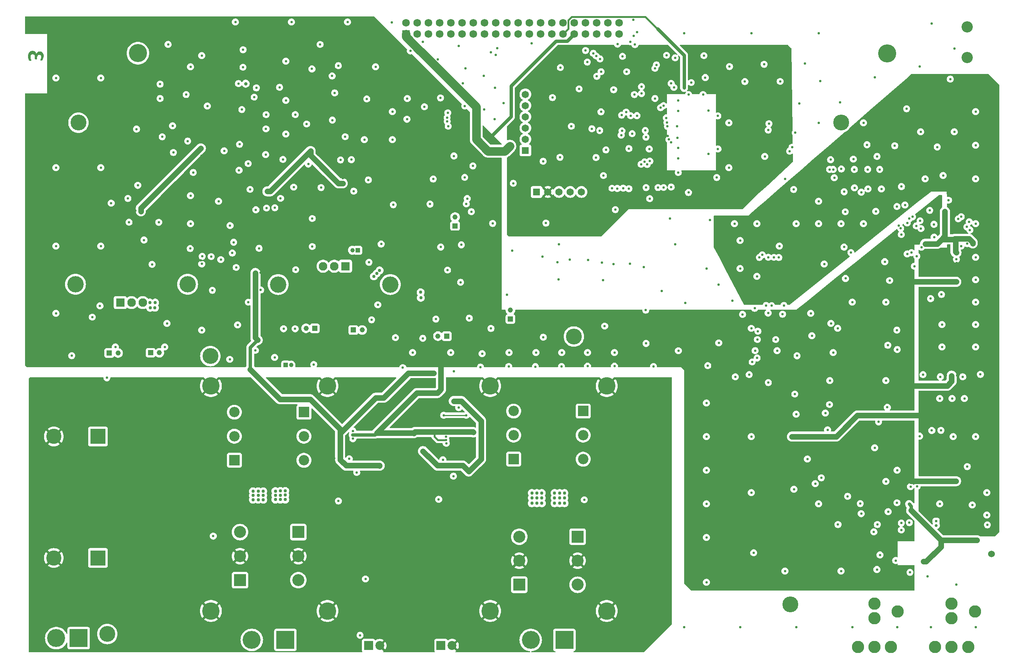
<source format=gbr>
%TF.GenerationSoftware,KiCad,Pcbnew,8.0.8*%
%TF.CreationDate,2025-05-17T22:55:18-04:00*%
%TF.ProjectId,amp board,616d7020-626f-4617-9264-2e6b69636164,rev?*%
%TF.SameCoordinates,Original*%
%TF.FileFunction,Copper,L3,Inr*%
%TF.FilePolarity,Positive*%
%FSLAX46Y46*%
G04 Gerber Fmt 4.6, Leading zero omitted, Abs format (unit mm)*
G04 Created by KiCad (PCBNEW 8.0.8) date 2025-05-17 22:55:18*
%MOMM*%
%LPD*%
G01*
G04 APERTURE LIST*
%ADD10C,0.300000*%
%TA.AperFunction,ComponentPad*%
%ADD11R,0.584200X0.584200*%
%TD*%
%TA.AperFunction,ComponentPad*%
%ADD12C,0.635000*%
%TD*%
%TA.AperFunction,ComponentPad*%
%ADD13C,4.100000*%
%TD*%
%TA.AperFunction,ComponentPad*%
%ADD14R,2.355000X2.355000*%
%TD*%
%TA.AperFunction,ComponentPad*%
%ADD15C,2.355000*%
%TD*%
%TA.AperFunction,ComponentPad*%
%ADD16R,1.150000X1.150000*%
%TD*%
%TA.AperFunction,ComponentPad*%
%ADD17C,1.150000*%
%TD*%
%TA.AperFunction,ComponentPad*%
%ADD18R,3.450000X3.450000*%
%TD*%
%TA.AperFunction,ComponentPad*%
%ADD19C,3.450000*%
%TD*%
%TA.AperFunction,ComponentPad*%
%ADD20R,2.025000X2.025000*%
%TD*%
%TA.AperFunction,ComponentPad*%
%ADD21C,2.025000*%
%TD*%
%TA.AperFunction,ComponentPad*%
%ADD22R,4.064000X4.064000*%
%TD*%
%TA.AperFunction,ComponentPad*%
%ADD23C,4.064000*%
%TD*%
%TA.AperFunction,ComponentPad*%
%ADD24C,3.700000*%
%TD*%
%TA.AperFunction,ComponentPad*%
%ADD25C,3.600000*%
%TD*%
%TA.AperFunction,ComponentPad*%
%ADD26R,1.650000X1.650000*%
%TD*%
%TA.AperFunction,ComponentPad*%
%ADD27C,1.650000*%
%TD*%
%TA.AperFunction,ComponentPad*%
%ADD28C,2.550000*%
%TD*%
%TA.AperFunction,ComponentPad*%
%ADD29C,3.954000*%
%TD*%
%TA.AperFunction,ComponentPad*%
%ADD30R,1.935000X1.935000*%
%TD*%
%TA.AperFunction,ComponentPad*%
%ADD31C,1.935000*%
%TD*%
%TA.AperFunction,ComponentPad*%
%ADD32C,2.794000*%
%TD*%
%TA.AperFunction,ComponentPad*%
%ADD33R,1.725000X1.725000*%
%TD*%
%TA.AperFunction,ComponentPad*%
%ADD34C,1.725000*%
%TD*%
%TA.AperFunction,ComponentPad*%
%ADD35R,2.715000X2.715000*%
%TD*%
%TA.AperFunction,ComponentPad*%
%ADD36C,2.715000*%
%TD*%
%TA.AperFunction,ComponentPad*%
%ADD37R,1.000000X1.000000*%
%TD*%
%TA.AperFunction,ComponentPad*%
%ADD38C,1.000000*%
%TD*%
%TA.AperFunction,ComponentPad*%
%ADD39C,1.524000*%
%TD*%
%TA.AperFunction,ViaPad*%
%ADD40C,0.558800*%
%TD*%
%TA.AperFunction,ViaPad*%
%ADD41C,0.762000*%
%TD*%
%TA.AperFunction,Conductor*%
%ADD42C,1.270000*%
%TD*%
%TA.AperFunction,Conductor*%
%ADD43C,0.762000*%
%TD*%
%TA.AperFunction,Conductor*%
%ADD44C,0.254000*%
%TD*%
%TA.AperFunction,Conductor*%
%ADD45C,0.381000*%
%TD*%
%TA.AperFunction,Conductor*%
%ADD46C,1.905000*%
%TD*%
G04 APERTURE END LIST*
D10*
G36*
X204913490Y-185270529D02*
G01*
X204717357Y-185286501D01*
X204527435Y-185339427D01*
X204464958Y-185367308D01*
X204305900Y-185466595D01*
X204170710Y-185595093D01*
X204136468Y-185637172D01*
X204032143Y-185800988D01*
X203956960Y-185976706D01*
X203933605Y-186050343D01*
X203891642Y-186237386D01*
X203869047Y-186436993D01*
X203864743Y-186577043D01*
X203871810Y-186764239D01*
X203887077Y-186900879D01*
X203919977Y-187085134D01*
X203941050Y-187169813D01*
X204001611Y-187347781D01*
X204008050Y-187362440D01*
X204064815Y-187462010D01*
X204114135Y-187497372D01*
X204178344Y-187517844D01*
X204271400Y-187530872D01*
X204406332Y-187534594D01*
X204587793Y-187514122D01*
X204638974Y-187450844D01*
X204600820Y-187360579D01*
X204519861Y-187196799D01*
X204454931Y-187020773D01*
X204437972Y-186964158D01*
X204405147Y-186773052D01*
X204400749Y-186660794D01*
X204418536Y-186471239D01*
X204435180Y-186406749D01*
X204518436Y-186239524D01*
X204533820Y-186219706D01*
X204686432Y-186104316D01*
X204872854Y-186066311D01*
X204886504Y-186066162D01*
X205073422Y-186098624D01*
X205104256Y-186111760D01*
X205251533Y-186226467D01*
X205268966Y-186248553D01*
X205357252Y-186418559D01*
X205375051Y-186476542D01*
X205407839Y-186666799D01*
X205413204Y-186799448D01*
X205413204Y-187092576D01*
X205421579Y-187150271D01*
X205457871Y-187189355D01*
X205532316Y-187211688D01*
X205657943Y-187218202D01*
X205775194Y-187211688D01*
X205844986Y-187191216D01*
X205879417Y-187153993D01*
X205889653Y-187100020D01*
X205889653Y-186804101D01*
X205906807Y-186611812D01*
X205925945Y-186535167D01*
X206010620Y-186362897D01*
X206031099Y-186336957D01*
X206183007Y-186220436D01*
X206194879Y-186215053D01*
X206379203Y-186173832D01*
X206407978Y-186173177D01*
X206577341Y-186202025D01*
X206715995Y-186287637D01*
X206808121Y-186432805D01*
X206842250Y-186619022D01*
X206842552Y-186641252D01*
X206823323Y-186829239D01*
X206805330Y-186898088D01*
X206740826Y-187077185D01*
X206724370Y-187113979D01*
X206642481Y-187276828D01*
X206604327Y-187374537D01*
X206612703Y-187410829D01*
X206647133Y-187437816D01*
X206721579Y-187453635D01*
X206847205Y-187458288D01*
X206952359Y-187455496D01*
X207023082Y-187445260D01*
X207071471Y-187425718D01*
X207116138Y-187387565D01*
X207185931Y-187280550D01*
X207263589Y-187106811D01*
X207274334Y-187076756D01*
X207327875Y-186888986D01*
X207347849Y-186792003D01*
X207372680Y-186602353D01*
X207378558Y-186443041D01*
X207368882Y-186252650D01*
X207336821Y-186068224D01*
X207319932Y-186007537D01*
X207249209Y-185832823D01*
X207152430Y-185688353D01*
X207013751Y-185562105D01*
X206883497Y-185492004D01*
X206702869Y-185439725D01*
X206524299Y-185425003D01*
X206338040Y-185440270D01*
X206233962Y-185464087D01*
X206055757Y-185539499D01*
X205993877Y-185579477D01*
X205859063Y-185708877D01*
X205815208Y-185770243D01*
X205731279Y-185943059D01*
X205704471Y-186032662D01*
X205697026Y-186032662D01*
X205657932Y-185844190D01*
X205606761Y-185713478D01*
X205506508Y-185553755D01*
X205432746Y-185474323D01*
X205276244Y-185360685D01*
X205196382Y-185323571D01*
X205015353Y-185276797D01*
X204913490Y-185270529D01*
G37*
D11*
%TO.N,/Main Board/FM Radio/RCLK*%
%TO.C,Y1*%
X409499200Y-291908200D03*
D12*
%TO.N,/Main Board/FM Radio/GPO3*%
X409499200Y-292898800D03*
%TD*%
D13*
%TO.N,unconnected-(H2-Pad1)*%
%TO.C,H2*%
X398374000Y-185877400D03*
%TD*%
D14*
%TO.N,Net-(Q24-C)*%
%TO.C,Q25*%
X313826400Y-277841400D03*
D15*
%TO.N,VCC_Power_L*%
X313826400Y-272391400D03*
%TO.N,Net-(Q25-E)*%
X313826400Y-266941400D03*
%TD*%
D16*
%TO.N,Net-(C179-+)*%
%TO.C,C179*%
X300552600Y-224964400D03*
D17*
%TO.N,GND*%
X300552600Y-222964400D03*
%TD*%
D18*
%TO.N,/Main Board/33V*%
%TO.C,C188*%
X219685000Y-272694600D03*
D19*
%TO.N,GND*%
X209685000Y-272694600D03*
%TD*%
D20*
%TO.N,Net-(D1-A)*%
%TO.C,J4*%
X297361000Y-320081900D03*
D21*
%TO.N,GND*%
X299901000Y-320081900D03*
%TD*%
D22*
%TO.N,Net-(BR1-~{_1})*%
%TO.C,J13*%
X215316200Y-318414600D03*
D23*
%TO.N,Net-(BR1-~{_2})*%
X210236200Y-318414600D03*
%TD*%
D24*
%TO.N,unconnected-(U13-Pad1)*%
%TO.C,U13*%
X260502800Y-238252200D03*
%TO.N,unconnected-(U13-Pad2)*%
X285902800Y-238252200D03*
%TD*%
D25*
%TO.N,unconnected-(H13-Pad1)*%
%TO.C,H13*%
X245135800Y-254482800D03*
%TD*%
%TO.N,unconnected-(H9-Pad1)*%
%TO.C,H9*%
X387960000Y-201549200D03*
%TD*%
D26*
%TO.N,/Main Board/Micro/nMCLR*%
%TO.C,J9*%
X319024400Y-217271800D03*
D27*
%TO.N,3V3*%
X321564400Y-217271800D03*
%TO.N,GND*%
X324104400Y-217271800D03*
%TO.N,/Main Board/Micro/PGD*%
X326644400Y-217271800D03*
%TO.N,/Main Board/Micro/PGC*%
X329184400Y-217271800D03*
%TD*%
D25*
%TO.N,unconnected-(H11-Pad1)*%
%TO.C,H11*%
X327457200Y-250037800D03*
%TD*%
D14*
%TO.N,Net-(Q18-C)*%
%TO.C,Q19*%
X250580400Y-278095400D03*
D15*
%TO.N,/Main Board/VCC_Power_R*%
X250580400Y-272645400D03*
%TO.N,Net-(Q19-E)*%
X250580400Y-267195400D03*
%TD*%
D28*
%TO.N,GND*%
%TO.C,J5*%
X416535000Y-179842600D03*
X416535000Y-186842600D03*
%TD*%
D29*
%TO.N,GND*%
%TO.C,H3*%
X271662400Y-312253400D03*
X271662400Y-261253400D03*
X245262400Y-261253400D03*
X245262400Y-312253400D03*
%TD*%
D20*
%TO.N,Net-(D1-A)*%
%TO.C,J12*%
X280969200Y-320097000D03*
D21*
%TO.N,GND*%
X283509200Y-320097000D03*
%TD*%
D30*
%TO.N,Net-(C143-+)*%
%TO.C,IC33*%
X224742400Y-242341600D03*
D31*
%TO.N,/Main Board/VCC_Power_R*%
X227282400Y-242341600D03*
%TO.N,/Main Board/33V*%
X229822400Y-242341600D03*
%TD*%
D32*
%TO.N,GND*%
%TO.C,J6*%
X395516500Y-320396000D03*
%TO.N,unconnected-(J6-NC-Pad2)*%
X399263000Y-320396000D03*
%TO.N,Net-(J6-SIG)*%
X395516500Y-310591600D03*
%TO.N,unconnected-(J6-NC-Pad4)*%
X400825100Y-312395000D03*
%TO.N,unconnected-(J6-NC-Pad5)*%
X395516500Y-313893600D03*
%TO.N,unconnected-(J6-NC-Pad6)*%
X391770000Y-320396000D03*
%TD*%
D33*
%TO.N,VCC_Power_L*%
%TO.C,J3*%
X289433400Y-181483200D03*
D34*
X289433400Y-178943200D03*
%TO.N,GND*%
X291973400Y-181483200D03*
X291973400Y-178943200D03*
%TO.N,nMULTI2*%
X294513400Y-181483200D03*
%TO.N,nDISPLAY*%
X294513400Y-178943200D03*
%TO.N,3V3*%
X297053400Y-181483200D03*
%TO.N,nSOURCE*%
X297053400Y-178943200D03*
%TO.N,GND*%
X299593400Y-181483200D03*
X299593400Y-178943200D03*
%TO.N,DISPLAY_LAT*%
X302133400Y-181483200D03*
%TO.N,LATCH*%
X302133400Y-178943200D03*
%TO.N,DISPLAY_BLANK*%
X304673400Y-181483200D03*
%TO.N,unconnected-(J3-Pad14)*%
X304673400Y-178943200D03*
%TO.N,BLANK*%
X307213400Y-181483200D03*
%TO.N,unconnected-(J3-Pad16)*%
X307213400Y-178943200D03*
%TO.N,IR_IN*%
X309753400Y-181483200D03*
%TO.N,TUNE_A*%
X309753400Y-178943200D03*
%TO.N,PLAY_PAUSE*%
X312293400Y-181483200D03*
%TO.N,TUNE_B*%
X312293400Y-178943200D03*
%TO.N,GND*%
X314833400Y-181483200D03*
X314833400Y-178943200D03*
X317373400Y-181483200D03*
X317373400Y-178943200D03*
%TO.N,BT_R*%
X319913400Y-181483200D03*
%TO.N,BAR*%
X319913400Y-178943200D03*
%TO.N,BT_L*%
X322453400Y-181483200D03*
%TO.N,BAR_SCLK*%
X322453400Y-178943200D03*
%TO.N,2V5*%
X324993400Y-181483200D03*
%TO.N,FWD*%
X324993400Y-178943200D03*
%TO.N,VCC Signal*%
X327533400Y-181483200D03*
%TO.N,REV*%
X327533400Y-178943200D03*
%TO.N,VOL_A*%
X330073400Y-181483200D03*
%TO.N,VOL+*%
X330073400Y-178943200D03*
%TO.N,VOL_B*%
X332613400Y-181483200D03*
%TO.N,VOL-*%
X332613400Y-178943200D03*
%TO.N,UART_TXD*%
X335153400Y-181483200D03*
%TO.N,nMULTI1*%
X335153400Y-178943200D03*
%TO.N,UART_RXD*%
X337693400Y-181483200D03*
%TO.N,MFB*%
X337693400Y-178943200D03*
%TD*%
D25*
%TO.N,unconnected-(H8-Pad1)*%
%TO.C,H8*%
X376479200Y-310794600D03*
%TD*%
D22*
%TO.N,/Main Board/Von_L*%
%TO.C,J18*%
X325307200Y-318833400D03*
D23*
%TO.N,/Main Board/Vop_L*%
X317687200Y-318833400D03*
%TD*%
D14*
%TO.N,Net-(Q21-B)*%
%TO.C,Q21*%
X266328400Y-267195400D03*
D15*
%TO.N,/Main Board/VCC_Power_R*%
X266328400Y-272645400D03*
%TO.N,Net-(Q21-E)*%
X266328400Y-278095400D03*
%TD*%
D22*
%TO.N,/Main Board/Von_R*%
%TO.C,J17*%
X262137400Y-318808000D03*
D23*
%TO.N,/Main Board/Vop_R*%
X254517400Y-318808000D03*
%TD*%
D35*
%TO.N,/Main Board/Output Stage/Pos L*%
%TO.C,Q26*%
X315096400Y-306311400D03*
D36*
%TO.N,GND*%
X315096400Y-300861400D03*
%TO.N,Net-(Q26-E)*%
X315096400Y-295411400D03*
%TD*%
D35*
%TO.N,/Main Board/Output Stage/Neg R*%
%TO.C,Q22*%
X265058400Y-294373400D03*
D36*
%TO.N,GND*%
X265058400Y-299823400D03*
%TO.N,Net-(Q22-E)*%
X265058400Y-305273400D03*
%TD*%
D35*
%TO.N,/Main Board/Output Stage/Neg L*%
%TO.C,Q28*%
X328304400Y-295411400D03*
D36*
%TO.N,GND*%
X328304400Y-300861400D03*
%TO.N,Net-(Q28-E)*%
X328304400Y-306311400D03*
%TD*%
D24*
%TO.N,unconnected-(U11-Pad1)*%
%TO.C,U11*%
X239982400Y-238189600D03*
%TO.N,unconnected-(U11-Pad2)*%
X214582400Y-238189600D03*
%TD*%
D14*
%TO.N,Net-(Q27-B)*%
%TO.C,Q27*%
X329574400Y-266941400D03*
D15*
%TO.N,VCC_Power_L*%
X329574400Y-272391400D03*
%TO.N,Net-(Q27-E)*%
X329574400Y-277841400D03*
%TD*%
D37*
%TO.N,GND*%
%TO.C,RT1*%
X278511400Y-230479800D03*
D38*
%TO.N,/Main Board/Micro/REG TEMP*%
X277311400Y-230479800D03*
%TD*%
D39*
%TO.N,/Main Board/FM Radio/FM_SW ANT*%
%TO.C,J14*%
X422072200Y-299364600D03*
%TD*%
D26*
%TO.N,GND*%
%TO.C,J8*%
X316484400Y-207848400D03*
D27*
%TO.N,unconnected-(J8-Pad2)*%
X316484400Y-205308400D03*
%TO.N,unconnected-(J8-Pad3)*%
X316484400Y-202768400D03*
%TO.N,/Main Board/Micro/TXD*%
X316484400Y-200228400D03*
%TO.N,/Main Board/Micro/RXD*%
X316484400Y-197688400D03*
%TO.N,unconnected-(J8-Pad6)*%
X316484400Y-195148400D03*
%TD*%
D32*
%TO.N,GND*%
%TO.C,J7*%
X413004400Y-320396000D03*
%TO.N,unconnected-(J7-NC-Pad2)*%
X416750900Y-320396000D03*
%TO.N,Net-(J7-SIG)*%
X413004400Y-310591600D03*
%TO.N,unconnected-(J7-NC-Pad4)*%
X418313000Y-312395000D03*
%TO.N,unconnected-(J7-NC-Pad5)*%
X413004400Y-313893600D03*
%TO.N,unconnected-(J7-NC-Pad6)*%
X409257900Y-320396000D03*
%TD*%
D16*
%TO.N,Net-(C143-+)*%
%TO.C,C143*%
X222236400Y-253771600D03*
D17*
%TO.N,GND*%
X224236400Y-253771600D03*
%TD*%
D30*
%TO.N,Net-(C147-+)*%
%TO.C,IC34*%
X275742800Y-234100200D03*
D31*
%TO.N,VCC_Power_L*%
X273202800Y-234100200D03*
%TO.N,/Main Board/33V*%
X270662800Y-234100200D03*
%TD*%
D13*
%TO.N,unconnected-(H1-Pad1)*%
%TO.C,H1*%
X228727400Y-185826600D03*
%TD*%
D35*
%TO.N,/Main Board/Output Stage/Pos R*%
%TO.C,Q20*%
X251850400Y-305273400D03*
D36*
%TO.N,GND*%
X251850400Y-299823400D03*
%TO.N,Net-(Q20-E)*%
X251850400Y-294373400D03*
%TD*%
D29*
%TO.N,GND*%
%TO.C,H4*%
X334900400Y-312253400D03*
X334900400Y-261253400D03*
X308500400Y-261253400D03*
X308500400Y-312253400D03*
%TD*%
D18*
%TO.N,/Main Board/33V*%
%TO.C,C189*%
X219685000Y-300228200D03*
D19*
%TO.N,GND*%
X209685000Y-300228200D03*
%TD*%
D16*
%TO.N,VCC_Power_L*%
%TO.C,C146*%
X268802000Y-248183600D03*
D17*
%TO.N,GND*%
X266802000Y-248183600D03*
%TD*%
D25*
%TO.N,unconnected-(H7-Pad1)*%
%TO.C,H7*%
X221793200Y-317474800D03*
%TD*%
D37*
%TO.N,GND*%
%TO.C,RT2*%
X262214200Y-256514800D03*
D38*
%TO.N,/Main Board/Micro/OUTPUT TEMP*%
X263414200Y-256514800D03*
%TD*%
D16*
%TO.N,/Main Board/VCC_Power_R*%
%TO.C,C142*%
X231597600Y-253720800D03*
D17*
%TO.N,GND*%
X233597600Y-253720800D03*
%TD*%
D16*
%TO.N,Net-(C147-+)*%
%TO.C,C147*%
X277520800Y-248564600D03*
D17*
%TO.N,GND*%
X279520800Y-248564600D03*
%TD*%
D25*
%TO.N,unconnected-(H10-Pad1)*%
%TO.C,H10*%
X215265400Y-201574600D03*
%TD*%
D16*
%TO.N,Net-(C275-+)*%
%TO.C,C275*%
X313091400Y-246067000D03*
D17*
%TO.N,GND*%
X313091400Y-244067000D03*
%TD*%
D16*
%TO.N,Net-(C274-+)*%
%TO.C,C274*%
X298679400Y-249950400D03*
D17*
%TO.N,GND*%
X296679400Y-249950400D03*
%TD*%
D40*
%TO.N,Net-(Q5-G)*%
X280264000Y-305003400D03*
%TO.N,GND*%
X280264000Y-269087800D03*
X229210000Y-308280000D03*
X220142200Y-243078200D03*
X321132600Y-224333000D03*
X306324400Y-256972000D03*
X401599800Y-293903600D03*
X254127400Y-216687600D03*
X303886000Y-260020000D03*
X351130000Y-253263600D03*
X388925200Y-221767600D03*
X413690200Y-184810600D03*
X357480000Y-265100000D03*
X220320000Y-191440000D03*
X351104600Y-198933000D03*
X337160000Y-303200000D03*
X395580000Y-275260000D03*
X304241600Y-221742200D03*
X247498000Y-232613400D03*
X418440000Y-315900000D03*
X228092400Y-314122000D03*
X206350000Y-317170000D03*
X382880000Y-224460000D03*
X336652000Y-256768800D03*
X370688000Y-209220000D03*
X390500000Y-315900000D03*
X290170000Y-281610000D03*
X269113400Y-275768000D03*
X334721600Y-207746800D03*
X301346000Y-184175600D03*
X240640000Y-188900000D03*
X276200000Y-265100000D03*
X270002400Y-183845400D03*
X400660000Y-280340000D03*
X286360000Y-199060000D03*
X352704800Y-242417800D03*
X357937200Y-208686600D03*
X222860000Y-313360000D03*
X357480000Y-272720000D03*
X364007800Y-259181800D03*
X313741200Y-215316000D03*
X240640000Y-218110000D03*
X299872800Y-270281600D03*
X320548400Y-250190200D03*
X324409200Y-189077800D03*
X342240000Y-265100000D03*
X393040000Y-224460000D03*
X230124400Y-228168400D03*
X262230000Y-204140000D03*
X280924400Y-214554000D03*
X296215200Y-246100800D03*
X276200000Y-178740000D03*
X280568800Y-196189800D03*
X340970000Y-295580000D03*
X300304600Y-257911800D03*
X290424000Y-185293200D03*
X366192200Y-192252800D03*
X266014600Y-281940200D03*
X210160000Y-244780000D03*
X350850600Y-202387400D03*
X220320000Y-305740000D03*
X226466800Y-218745000D03*
X281051400Y-233223000D03*
X206350000Y-275260000D03*
X401625200Y-292328800D03*
X293624400Y-197967800D03*
X383286400Y-192125800D03*
X351104600Y-196520000D03*
X334442200Y-247675600D03*
X418440000Y-199060000D03*
X338353800Y-203428800D03*
X259690000Y-265100000D03*
X357937200Y-198831400D03*
X398450200Y-266090600D03*
X353441400Y-195199200D03*
X397104000Y-216586000D03*
X228702000Y-215773200D03*
X418440000Y-206680000D03*
X395605400Y-191262200D03*
X293243400Y-250444200D03*
X384404000Y-267386000D03*
X313030000Y-298120000D03*
X228422600Y-203022400D03*
X410312000Y-264084000D03*
X272009000Y-298856600D03*
X300330000Y-312090000D03*
X384150000Y-233604000D03*
X418440000Y-214300000D03*
X262230000Y-196520000D03*
X394056000Y-216586000D03*
X250800000Y-178740000D03*
X286893400Y-277393600D03*
X368173400Y-299059800D03*
X218389600Y-245643600D03*
X324307600Y-209423200D03*
X282346800Y-274828200D03*
X421107000Y-292735200D03*
X362560000Y-211760000D03*
X244450000Y-289230000D03*
X283058000Y-242849600D03*
X241249600Y-212852200D03*
X240005000Y-205740200D03*
X377622200Y-203860600D03*
X240640000Y-224460000D03*
X250977800Y-234391400D03*
X396773800Y-299542400D03*
X277012800Y-311785200D03*
X400685400Y-252984200D03*
X246990000Y-219380000D03*
X220320000Y-211760000D03*
X367640000Y-181280000D03*
X252527200Y-189001600D03*
X336652000Y-253670000D03*
X385674000Y-247066000D03*
X350393400Y-186868000D03*
X316078000Y-260020000D03*
X365100000Y-234620000D03*
X377495200Y-263093400D03*
X318745000Y-256870400D03*
X324663200Y-256845000D03*
X381356000Y-249860000D03*
X357480000Y-234620000D03*
X206350000Y-262560000D03*
X377800000Y-267640000D03*
X324053600Y-229133600D03*
X323723400Y-233197600D03*
X370535600Y-188341200D03*
X334162800Y-213563400D03*
X375260000Y-214300000D03*
X353416000Y-217398800D03*
X418440000Y-272720000D03*
X386182000Y-253670000D03*
X267310000Y-296850000D03*
X264338200Y-248285200D03*
X360274000Y-251485600D03*
X351104600Y-207315000D03*
X236753800Y-208331000D03*
X351104600Y-209626400D03*
X210160000Y-191440000D03*
X420980000Y-290500000D03*
X294945200Y-281432200D03*
X395834000Y-221666000D03*
X340970000Y-308280000D03*
X241910000Y-305740000D03*
X340309600Y-199999800D03*
X309220000Y-268910000D03*
X243180000Y-248590000D03*
X396189600Y-292659000D03*
X358242000Y-223672600D03*
X373888400Y-232130800D03*
X369138600Y-248844000D03*
X386436000Y-214046000D03*
X379781200Y-188188800D03*
X408254600Y-241452600D03*
X417678000Y-288214000D03*
X268580000Y-289230000D03*
X365100000Y-315900000D03*
X346050000Y-260020000D03*
X272720200Y-190982800D03*
X252552600Y-185039200D03*
X286360000Y-205410000D03*
X362712400Y-188849200D03*
X418440000Y-224460000D03*
X357480000Y-287960000D03*
X387960000Y-303200000D03*
X309524800Y-200761800D03*
X289662000Y-200787200D03*
X401599800Y-226923800D03*
X420980000Y-285420000D03*
X405206600Y-283972200D03*
X211176000Y-288036200D03*
X408280000Y-315900000D03*
X350444200Y-229133600D03*
X286563200Y-220192800D03*
X344627600Y-218795800D03*
X414096600Y-306273400D03*
X347320000Y-239700000D03*
X286131400Y-259766000D03*
X206350000Y-294310000D03*
X323952000Y-237058400D03*
X332080000Y-290500000D03*
X322605800Y-195885000D03*
X301981000Y-229260600D03*
X357784800Y-256641800D03*
X265506600Y-284327800D03*
X418440000Y-232080000D03*
X274117200Y-188646000D03*
X273202800Y-277673000D03*
X290170000Y-295580000D03*
X224130000Y-292278000D03*
X233756600Y-192837000D03*
X374167800Y-192227400D03*
X272771000Y-200990400D03*
X249530000Y-255219400D03*
X408051400Y-221462800D03*
X343738600Y-244068800D03*
X397866000Y-233076600D03*
X251739800Y-206476800D03*
X377241200Y-216713000D03*
X259740800Y-220853200D03*
X277622400Y-217094000D03*
X403428600Y-292227200D03*
X241910000Y-296850000D03*
X249606200Y-224891800D03*
X287045800Y-250291800D03*
X371500800Y-260477200D03*
X333312160Y-203358000D03*
X360096200Y-207518200D03*
X255067200Y-195783400D03*
X245593000Y-239573000D03*
X303784400Y-245872200D03*
X390754000Y-209829600D03*
X387960000Y-224460000D03*
X290170000Y-273990000D03*
X345491200Y-256845000D03*
X324714000Y-253670000D03*
X411074000Y-213538000D03*
X408483200Y-179121000D03*
X360070800Y-200025200D03*
X374726600Y-244983200D03*
X400660000Y-315900000D03*
X342240000Y-272720000D03*
X292633800Y-260782000D03*
X351104600Y-212877600D03*
X313512600Y-230581400D03*
X257658000Y-208788200D03*
X416560400Y-279527200D03*
X309067600Y-224409200D03*
X248615600Y-312598000D03*
X330556000Y-256768800D03*
X207594600Y-304622400D03*
X225400000Y-271450000D03*
X252070000Y-301930000D03*
X410820000Y-247320000D03*
X330718200Y-232679800D03*
X398120000Y-260020000D03*
X390500000Y-242240000D03*
X234290000Y-295580000D03*
X398628000Y-289738000D03*
X225400000Y-279070000D03*
X283820000Y-229082800D03*
X318872000Y-253670000D03*
X320345200Y-231927600D03*
X393040000Y-201600000D03*
X289992200Y-270154600D03*
X343281400Y-234315200D03*
X336855200Y-221285000D03*
X343637000Y-203352600D03*
X297256600Y-195961200D03*
X234290000Y-279070000D03*
X265430400Y-259715200D03*
X290170000Y-303200000D03*
X206350000Y-308280000D03*
X239446200Y-301269600D03*
X312318800Y-240538200D03*
X225400000Y-286690000D03*
X312776000Y-253670000D03*
X382118000Y-283388000D03*
X268224400Y-223291600D03*
X402438000Y-220218200D03*
X357480000Y-280340000D03*
X381102000Y-244780000D03*
X387731400Y-197002600D03*
X250114200Y-231114800D03*
X313030000Y-303200000D03*
X368910000Y-224460000D03*
X275996800Y-280898800D03*
X256159400Y-230054202D03*
X385597800Y-209956600D03*
X313030000Y-289230000D03*
X295605600Y-214350800D03*
X211430000Y-265354000D03*
X307950000Y-280340000D03*
X343789400Y-204851200D03*
X339420600Y-190017600D03*
X388976000Y-236880600D03*
X363347400Y-241935200D03*
X256540400Y-239496800D03*
X206350000Y-287960000D03*
X299568000Y-253670000D03*
X210007600Y-279679600D03*
X263500000Y-178740000D03*
X302946200Y-189281000D03*
X340665200Y-204063800D03*
X301600000Y-303200000D03*
X400634600Y-220573800D03*
X392532000Y-290195200D03*
X352400000Y-315900000D03*
X404571600Y-234112000D03*
X311506000Y-197155000D03*
X282550000Y-188900000D03*
X336398000Y-233604000D03*
X262230000Y-187630000D03*
X409042000Y-227508000D03*
X405994000Y-203632000D03*
X235306000Y-247066000D03*
X357480000Y-305740000D03*
X266040000Y-312090000D03*
X368910000Y-236398000D03*
X410312000Y-287960000D03*
X237185600Y-298729600D03*
X302743000Y-213969800D03*
X272390000Y-295580000D03*
X236576000Y-202285800D03*
X281711800Y-259918400D03*
X280010000Y-285420000D03*
X280010000Y-295580000D03*
X385420000Y-260020000D03*
X243180000Y-186360000D03*
X375260000Y-303200000D03*
X222682200Y-219811800D03*
X342773400Y-193395800D03*
X330556000Y-253670000D03*
X400329800Y-300812400D03*
X340182600Y-233578600D03*
X387274200Y-292659000D03*
X306680000Y-253924000D03*
X398120000Y-282880000D03*
X365100000Y-228270000D03*
X336474200Y-194107000D03*
X210160000Y-211760000D03*
X391008000Y-216332000D03*
X330810000Y-298120000D03*
X343814800Y-251612600D03*
X333781800Y-233299200D03*
X274625200Y-210032800D03*
X206350000Y-300660000D03*
X268224400Y-229641600D03*
X367640000Y-285420000D03*
X206350000Y-268910000D03*
X235560000Y-183820000D03*
X407010000Y-214300000D03*
X363830000Y-224460000D03*
X249530000Y-261290000D03*
X389458600Y-286258200D03*
X321920000Y-260020000D03*
X409753200Y-207086400D03*
X213741400Y-254381200D03*
X317881400Y-183616800D03*
X415900000Y-264084000D03*
X377800000Y-315900000D03*
X360197800Y-238252200D03*
X356718000Y-195199200D03*
X280010000Y-303200000D03*
X329540000Y-260020000D03*
X281661000Y-246253200D03*
X403708000Y-284048400D03*
X259690000Y-254762200D03*
X377292000Y-284658000D03*
X290932000Y-253670000D03*
X293294200Y-183235800D03*
X264008000Y-216179600D03*
X315570000Y-275260000D03*
X354051000Y-192481400D03*
X326492000Y-232588000D03*
X249530000Y-282880000D03*
X362560000Y-201600000D03*
X407568800Y-304368400D03*
X405740000Y-272618400D03*
X255338600Y-253187658D03*
X244450000Y-197790000D03*
X368960800Y-254914600D03*
X332486400Y-209474000D03*
X257861200Y-220929400D03*
X261569600Y-209905800D03*
X307111800Y-198602800D03*
X289738200Y-196088200D03*
X350901400Y-204978200D03*
X273304400Y-194818200D03*
X396113400Y-209220000D03*
X405790800Y-188874600D03*
X250800000Y-289230000D03*
X418440000Y-247320000D03*
X300304600Y-209118400D03*
X237211000Y-313817200D03*
X344526000Y-207518200D03*
X371450000Y-244729200D03*
X298856800Y-234975600D03*
X378485800Y-197180400D03*
X418440000Y-242240000D03*
X339928600Y-207442000D03*
X261036200Y-218719600D03*
X382880000Y-219380000D03*
X338176000Y-204394000D03*
X301549200Y-275691800D03*
X413106000Y-264084000D03*
X296621600Y-187198200D03*
X301803200Y-237744200D03*
X345821400Y-196088200D03*
X301600000Y-295580000D03*
X270205600Y-216281200D03*
X231927800Y-233680200D03*
X251308000Y-247396200D03*
X338430000Y-260020000D03*
X342240000Y-280340000D03*
X264465200Y-234899400D03*
X288900000Y-312090000D03*
X309575600Y-193700600D03*
X321920000Y-265100000D03*
X382880000Y-287960000D03*
X249530000Y-296850000D03*
X308686600Y-248209000D03*
X384912000Y-271196000D03*
X286258400Y-178816200D03*
X410718400Y-240512800D03*
X357480000Y-295580000D03*
X382880000Y-201600000D03*
X223622000Y-252400000D03*
X412318600Y-219151400D03*
X228143200Y-319049600D03*
X396088000Y-302844400D03*
X234798000Y-252400000D03*
X261722000Y-248285200D03*
X314300000Y-281610000D03*
X418440000Y-252400000D03*
X243180000Y-279070000D03*
X272390000Y-303200000D03*
X334035800Y-237236200D03*
X401650600Y-216052600D03*
X234290000Y-270180000D03*
X373990000Y-229540000D03*
X222961600Y-303327000D03*
X402819000Y-198425000D03*
X382880000Y-181280000D03*
X309982000Y-300101200D03*
X367640000Y-272720000D03*
X277063600Y-209956600D03*
X290474800Y-261264600D03*
X341732000Y-199974400D03*
X352400000Y-181280000D03*
X388645800Y-229768600D03*
X413360000Y-272720000D03*
X245313600Y-231927600D03*
X210160000Y-229540000D03*
X290170000Y-287960000D03*
X220320000Y-229540000D03*
X233756600Y-196088200D03*
X334620000Y-277800000D03*
X206350000Y-281610000D03*
X252273200Y-198602800D03*
X418440000Y-237160000D03*
X412699600Y-191694000D03*
X349225000Y-223317000D03*
X280010000Y-205410000D03*
X248260000Y-207950000D03*
X413614000Y-203632000D03*
X253721000Y-242265400D03*
X400126600Y-206807000D03*
X400609200Y-248590000D03*
X398120000Y-242240000D03*
X305410000Y-263830000D03*
X302743000Y-197790000D03*
X410820000Y-252400000D03*
X377800000Y-224460000D03*
X312699800Y-256845000D03*
X302311200Y-192684600D03*
X267310000Y-210947200D03*
X292811600Y-269976800D03*
X395402200Y-294310000D03*
X257734200Y-202971600D03*
X380340000Y-277800000D03*
X297307400Y-229768600D03*
X403581000Y-303504800D03*
%TO.N,/Main Board/5V_Signal*%
X414092000Y-231034000D03*
X386182000Y-212166400D03*
X407010000Y-229032000D03*
X394005200Y-212166400D03*
X393852800Y-206578400D03*
X390982600Y-212166400D03*
X371484600Y-232080000D03*
X396723000Y-212166400D03*
X417779600Y-228930400D03*
X411480400Y-221716800D03*
X388036200Y-212064800D03*
X385369200Y-212166400D03*
%TO.N,/Main Board/Bandpass Filters/160Hz BP*%
X260807600Y-193548200D03*
X255562654Y-193688054D03*
%TO.N,/Main Board/Bandpass Filters/6.25kHz BP*%
X255448200Y-221310400D03*
%TO.N,/Main Board/Bandpass Filters/16kHz BP*%
X240563800Y-230098800D03*
X226720800Y-224129800D03*
X233451800Y-224155200D03*
%TO.N,/Main Board/Bandpass Filters/1kHz BP*%
X264359000Y-199745800D03*
X257757800Y-199747600D03*
%TO.N,Net-(IC24--IN_B)*%
X390195200Y-231013200D03*
X398970900Y-237350500D03*
%TO.N,Net-(IC26--IN_B)*%
X396469000Y-269392600D03*
X385343800Y-265455600D03*
%TO.N,Net-(IC27--IN_B)*%
X387198000Y-248158200D03*
X398551800Y-252019000D03*
%TO.N,Net-(IC37-+_IN_C)*%
X408521800Y-271340800D03*
%TO.N,Net-(IC37-+IN_D)*%
X410579200Y-271315400D03*
%TO.N,Net-(IC37--IN_A)*%
X419532200Y-258623000D03*
X415544400Y-259176000D03*
%TO.N,Net-(IC37--IN_B)*%
X406527400Y-258673800D03*
X410451700Y-259163300D03*
%TO.N,/Main Board/FM_R*%
X402946000Y-224307600D03*
X409016600Y-224612400D03*
%TO.N,/Main Board/Micro/VCAP*%
X341156000Y-195199200D03*
%TO.N,/Main Board/Micro/REG TEMP*%
X303098600Y-219964200D03*
%TO.N,/Main Board/Micro/OUTPUT TEMP*%
X303301800Y-218770400D03*
%TO.N,/Main Board/Output Stage/Pos R*%
X277419200Y-271450000D03*
X245796200Y-295275200D03*
%TO.N,/Main Board/Output Stage/Neg R*%
X274134400Y-287325000D03*
X277419200Y-273202600D03*
%TO.N,/Main Board/Bandpass Filters/14V Offset*%
X275133400Y-215311050D03*
X239653402Y-195192820D03*
X251496200Y-192713708D03*
X283464400Y-279313000D03*
X253121800Y-192713708D03*
X274523600Y-277952400D03*
X243185258Y-233578600D03*
X268148200Y-189382600D03*
X267818000Y-207995650D03*
X229409742Y-221653202D03*
X258039000Y-217119400D03*
X242966296Y-207395584D03*
X255846600Y-250850858D03*
X243281600Y-231876800D03*
X266954400Y-201879400D03*
X295732600Y-258313600D03*
X303632000Y-280619400D03*
X255329200Y-235645700D03*
X284404200Y-263931600D03*
X300279200Y-264668200D03*
X293294200Y-276022000D03*
%TO.N,/Main Board/Output Stage/Pos L*%
X298501200Y-272770800D03*
X296850200Y-286942600D03*
%TO.N,/Main Board/Output Stage/Neg L*%
X329819400Y-287045600D03*
X298557630Y-274241886D03*
%TO.N,/Main Board/Audio Switching/AUX EN*%
X406070200Y-225552200D03*
X401472800Y-225526800D03*
X417144600Y-225882400D03*
%TO.N,/Main Board/Audio Switching/AUD L*%
X414096600Y-232537200D03*
X415170092Y-229533308D03*
%TO.N,/Main Board/Audio Switching/BT EN*%
X416458800Y-225196600D03*
X405003400Y-224968000D03*
X401041000Y-224917200D03*
%TO.N,/Main Board/TV_R*%
X405867000Y-223799600D03*
X416992200Y-224028200D03*
%TO.N,/Main Board/Audio Switching/TV EN*%
X415188800Y-222885200D03*
X404139800Y-222910600D03*
X392539500Y-217330100D03*
%TO.N,/Main Board/Audio Switching/FM EN*%
X414528400Y-223367800D03*
X388666000Y-217241200D03*
X403428600Y-223329700D03*
%TO.N,/Main Board/Bandpass Filters/AVG OUT*%
X250419000Y-228676400D03*
D41*
%TO.N,/Main Board/Vop_R*%
X254796800Y-285127600D03*
X255965200Y-287032600D03*
X257108200Y-285127600D03*
X257108200Y-286042000D03*
X257108200Y-287032600D03*
X255965200Y-285127600D03*
X254796800Y-286067400D03*
X255965200Y-286067400D03*
D40*
X276606400Y-277774600D03*
D41*
X254796800Y-287032600D03*
%TO.N,/Main Board/Vop_L*%
X319084200Y-285508600D03*
X320176400Y-286626200D03*
X320201800Y-287845400D03*
X317941200Y-285508600D03*
X317941200Y-286626200D03*
X317941200Y-287845400D03*
D40*
X297790000Y-277977800D03*
D41*
X320176400Y-285508600D03*
X319084200Y-287845400D03*
X319084200Y-286626200D03*
D40*
%TO.N,/Main Board/EQ Stage/R LO*%
X367640000Y-248183600D03*
X365671500Y-245021300D03*
%TO.N,/Main Board/EQ Stage/RIGHT HPF ATT*%
X373177200Y-250723600D03*
X372237400Y-243052800D03*
%TO.N,/Main Board/EQ Stage/LEFT LPF ATT*%
X368402000Y-243637000D03*
X368503600Y-253238200D03*
%TO.N,/Main Board/EQ Stage/L LO*%
X367843200Y-255803600D03*
X367157400Y-258673800D03*
%TO.N,/Main Board/EQ Stage/RIGHT LPF ATT*%
X369011600Y-250723600D03*
X370992800Y-243002000D03*
%TO.N,/Main Board/EQ Stage/LEFT HPF ATT*%
X375017200Y-243002000D03*
X373482000Y-253238200D03*
%TO.N,/Main Board/Output Stage/AUD L*%
X301371400Y-266166800D03*
%TO.N,/Main Board/Output Stage/AUD R*%
X288722200Y-257099000D03*
%TO.N,/Main Board/SPI1_SCLK*%
X369468800Y-232130800D03*
X346507200Y-216277600D03*
%TO.N,/Main Board/SPI1_CS_EQ*%
X372770800Y-232105400D03*
X343814800Y-216281200D03*
X349504400Y-216154200D03*
%TO.N,/Main Board/SPI1_MOSI*%
X370129200Y-231521200D03*
X347777200Y-216268600D03*
%TO.N,/Main Board/Low Pass Filtering and Attenuation/400Hz IN*%
X336093200Y-216433600D03*
X298907600Y-199339400D03*
%TO.N,/Main Board/Low Pass Filtering and Attenuation/160Hz IN*%
X298755200Y-200431600D03*
X337312400Y-216484400D03*
%TO.N,/Main Board/Low Pass Filtering and Attenuation/2.5kHz IN*%
X338620500Y-216420900D03*
X298780600Y-201269800D03*
%TO.N,/Main Board/Low Pass Filtering and Attenuation/6.25kHz IN*%
X299009200Y-202387400D03*
X339928600Y-216535200D03*
%TO.N,/Main Board/SDA*%
X405130400Y-231826000D03*
X376314100Y-208038900D03*
X402946000Y-231318000D03*
X371475400Y-203251000D03*
X357217800Y-191338400D03*
%TO.N,/Main Board/SCL*%
X356913000Y-186385400D03*
X403911200Y-231038600D03*
X371640500Y-201815900D03*
X376885600Y-207137200D03*
%TO.N,/Main Board/Micro/TEST*%
X359816800Y-213995200D03*
X331546600Y-202946200D03*
%TO.N,Net-(IC41-SEG28{slash}SCL1{slash}RG2)*%
X349504400Y-192684600D03*
X348971000Y-205384600D03*
%TO.N,/Main Board/FAN_EN*%
X343484600Y-210459518D03*
%TO.N,Net-(IC41-SEG47{slash}RP31{slash}SDA1{slash}OCM1F{slash}RG3)*%
X349453600Y-206019600D03*
X350114000Y-193573600D03*
%TO.N,/Main Board/Output Stage/VIN L INV*%
X303098600Y-267894000D03*
X297967800Y-267894000D03*
%TO.N,/Main Board/Low Pass Filtering and Attenuation/63Hz PK*%
X294881350Y-220027450D03*
%TO.N,/Main Board/Low Pass Filtering and Attenuation/2.5kHz PK*%
X234239200Y-204775000D03*
X253695600Y-210845600D03*
%TO.N,/Main Board/Low Pass Filtering and Attenuation/1kHz PK*%
X275666600Y-204749600D03*
X307061000Y-190982800D03*
%TO.N,/Main Board/Low Pass Filtering and Attenuation/16kHz PK*%
X251638200Y-212344200D03*
X304597200Y-211379000D03*
%TO.N,/Main Board/Micro/nMCLR*%
X326898400Y-202387400D03*
X320497600Y-210312200D03*
D41*
%TO.N,/Main Board/Von_R*%
X262112000Y-287007200D03*
X259876800Y-287007200D03*
X262112000Y-285991200D03*
X260994400Y-286016600D03*
X259876800Y-286042000D03*
X259876800Y-285076800D03*
D40*
X278295500Y-280860700D03*
D41*
X262112000Y-285051400D03*
X260969000Y-287007200D03*
X260994400Y-285051400D03*
%TO.N,/Main Board/Von_L*%
X324240400Y-287845400D03*
D40*
X300177600Y-281686200D03*
D41*
X324240400Y-285508600D03*
X325332600Y-286626200D03*
X323097400Y-285508600D03*
X324240400Y-286626200D03*
X325332600Y-285508600D03*
X325358000Y-287845400D03*
X323097400Y-287845400D03*
X323097400Y-286626200D03*
D40*
%TO.N,3V3*%
X400634600Y-287731400D03*
X333146800Y-224231400D03*
X332588000Y-223088400D03*
X348714408Y-204625192D03*
X341625900Y-210400300D03*
X403378800Y-288009950D03*
X367284400Y-217906800D03*
X332384800Y-203657400D03*
X350876000Y-216128800D03*
X338362000Y-210514600D03*
X268554600Y-256387800D03*
X418719400Y-296215000D03*
X370738800Y-204571800D03*
X358386200Y-188900000D03*
X367233600Y-201371400D03*
X331445000Y-222656600D03*
X406502000Y-301041000D03*
%TO.N,nDISPLAY*%
X339293600Y-199161600D03*
X309760621Y-186174979D03*
%TO.N,LATCH*%
X333623392Y-190011592D03*
X310109000Y-184683600D03*
%TO.N,BLANK*%
X332664200Y-191059000D03*
%TO.N,nSOURCE*%
X338277600Y-199872800D03*
X308686600Y-185590779D03*
%TO.N,BAR*%
X345821400Y-189255600D03*
%TO.N,nMULTI2*%
X333604000Y-199110800D03*
X328638300Y-193916500D03*
%TO.N,VOL-*%
X340233400Y-183235800D03*
%TO.N,VOL+*%
X341300200Y-183870800D03*
%TO.N,PLAY_PAUSE*%
X332511800Y-186461600D03*
X338480800Y-186537800D03*
%TO.N,2V5*%
X391643000Y-267944800D03*
X361518600Y-225425200D03*
X412915500Y-285915300D03*
X378003200Y-254406600D03*
X407810100Y-269532300D03*
X376707800Y-240385800D03*
X369570400Y-238125200D03*
X407010000Y-250672800D03*
X413588600Y-198475800D03*
X360136600Y-226415800D03*
X417855800Y-293370200D03*
X414147400Y-233350000D03*
X412217000Y-205029000D03*
X372999400Y-238049000D03*
X415061800Y-285902600D03*
X366559000Y-240131800D03*
X407187800Y-205054400D03*
X413283800Y-277444400D03*
X411734400Y-258896600D03*
X376860200Y-272720000D03*
X418262200Y-269519600D03*
X376149000Y-239700000D03*
X361569400Y-227381000D03*
X406019400Y-198475800D03*
X352425400Y-193700600D03*
X405968600Y-277901600D03*
X414274400Y-258896600D03*
X406629000Y-232562600D03*
X411836000Y-292252600D03*
%TO.N,BT_L*%
X416509600Y-228981200D03*
%TO.N,BT_R*%
X406162850Y-229802950D03*
%TO.N,DISPLAY_LAT*%
X348640800Y-202412800D03*
%TO.N,TUNE_A*%
X333369392Y-187122000D03*
X347091400Y-198171000D03*
%TO.N,VOL_A*%
X348412200Y-200482400D03*
X340919200Y-178282800D03*
X348450300Y-186296500D03*
%TO.N,DISPLAY_BLANK*%
X348513800Y-201523800D03*
%TO.N,VOL_B*%
X337337800Y-183769200D03*
%TO.N,TUNE_B*%
X331851400Y-185852000D03*
X347751800Y-197713800D03*
%TO.N,UART_TXD*%
X341021353Y-181890153D03*
%TO.N,UART_RXD*%
X341757400Y-181051400D03*
%TO.N,BAR_SCLK*%
X330105492Y-185210308D03*
X346151600Y-188468200D03*
%TO.N,IR_IN*%
X342773400Y-194970600D03*
X330505200Y-187833200D03*
%TO.N,Net-(IC4--IN_B)*%
X392316100Y-287921900D03*
X383489600Y-282067200D03*
D41*
%TO.N,/Main Board/33V*%
X292811600Y-241274800D03*
X231496000Y-243535400D03*
X282829400Y-235763000D03*
X232588200Y-243510000D03*
X232628200Y-242341600D03*
X292760800Y-240014400D03*
X283464400Y-235051800D03*
X231445200Y-242341600D03*
D40*
X221704300Y-259397700D03*
D41*
X282169000Y-236398000D03*
D40*
%TO.N,VCC_Power_L*%
X312852200Y-207213400D03*
X311836200Y-208026200D03*
%TO.N,Net-(IC41-SEG11{slash}RP17{slash}SCL2{slash}RF5)*%
X344677400Y-210286800D03*
%TO.N,Net-(IC41-SEG10{slash}RP10{slash}SDA2{slash}RF4)*%
X344068800Y-211048800D03*
%TO.N,VCC Signal*%
X258191400Y-215646200D03*
X239624000Y-196291400D03*
X393395600Y-233553200D03*
X414045800Y-237642600D03*
X243154600Y-209067600D03*
X293624400Y-203987600D03*
X410362800Y-218465600D03*
X252273200Y-192024200D03*
X282880200Y-271879000D03*
X304684800Y-271765800D03*
X318048800Y-247624800D03*
X277368400Y-272313600D03*
X354686000Y-250622000D03*
X303174800Y-203124000D03*
X295732600Y-262839400D03*
X267106800Y-200584000D03*
X307569000Y-204800400D03*
X255346600Y-256591000D03*
X414014800Y-282822400D03*
X242979542Y-232765800D03*
X318048800Y-246939000D03*
X388641000Y-267990800D03*
X298501813Y-273507402D03*
X364338000Y-251968200D03*
X390500000Y-250698200D03*
X228168600Y-221539000D03*
X413004400Y-258922000D03*
X386563000Y-284683400D03*
X256540400Y-235610600D03*
X275158600Y-214147600D03*
X268173600Y-188061800D03*
%TO.N,Net-(IC41-SEG8{slash}AN14{slash}RP14{slash}OCM1C{slash}RB14)*%
X342671800Y-210998000D03*
%TO.N,Net-(Q5-G)*%
X279044800Y-317754200D03*
%TD*%
D42*
%TO.N,/Main Board/5V_Signal*%
X413766400Y-227889000D02*
X416962005Y-227889000D01*
X417779600Y-228706595D02*
X417779600Y-228930400D01*
X413868000Y-228244600D02*
X413639400Y-228016000D01*
X407010000Y-229032000D02*
X409727800Y-229032000D01*
X411480400Y-221716800D02*
X411480400Y-227279400D01*
X409727800Y-229032000D02*
X410743800Y-228016000D01*
X411505800Y-228016000D02*
X413639400Y-228016000D01*
X410743800Y-228016000D02*
X411505800Y-228016000D01*
X414092000Y-231034000D02*
X413868000Y-230810000D01*
X416962005Y-227889000D02*
X417779600Y-228706595D01*
X411480400Y-227279400D02*
X410743800Y-228016000D01*
X413639400Y-228016000D02*
X413766400Y-227889000D01*
X413868000Y-230810000D02*
X413868000Y-228244600D01*
%TO.N,/Main Board/Bandpass Filters/14V Offset*%
X296545400Y-279298600D02*
X302311200Y-279298600D01*
X284404200Y-263906200D02*
X289996800Y-258313600D01*
X300279200Y-264668200D02*
X301955600Y-264668200D01*
X229409742Y-220952138D02*
X242966296Y-207395584D01*
X283464400Y-279313000D02*
X283450000Y-279298600D01*
X274523600Y-271983400D02*
X274523600Y-271043600D01*
X274523600Y-277952400D02*
X274523600Y-271983400D01*
X274112250Y-215311050D02*
X275133400Y-215311050D01*
X284404200Y-263931600D02*
X284404200Y-263906200D01*
X283450000Y-279298600D02*
X275869800Y-279298600D01*
X274523600Y-271043600D02*
X267741800Y-264261800D01*
D43*
X253121800Y-192713708D02*
X253143492Y-192735400D01*
D42*
X282575400Y-263931600D02*
X274523600Y-271983400D01*
D43*
X254152800Y-252544658D02*
X255846600Y-250850858D01*
D42*
X295529400Y-278282600D02*
X296545400Y-279298600D01*
X306451400Y-277800000D02*
X305537000Y-278714400D01*
X267818000Y-209016800D02*
X274112250Y-215311050D01*
X258694250Y-217119400D02*
X258039000Y-217119400D01*
X289996800Y-258313600D02*
X295732600Y-258313600D01*
X267818000Y-207995650D02*
X267818000Y-209016800D01*
D43*
X254152800Y-257480000D02*
X254152800Y-252544658D01*
D42*
X302311200Y-279298600D02*
X303632000Y-280619400D01*
X267818000Y-207995650D02*
X258694250Y-217119400D01*
X275869800Y-279298600D02*
X274523600Y-277952400D01*
X255329200Y-250333458D02*
X255846600Y-250850858D01*
X295529400Y-278257200D02*
X295529400Y-278282600D01*
X306451400Y-269164000D02*
X306451400Y-277800000D01*
X260934600Y-264261800D02*
X254152800Y-257480000D01*
X267741800Y-264261800D02*
X260934600Y-264261800D01*
X229409742Y-221653202D02*
X229409742Y-220952138D01*
X255329200Y-235645700D02*
X255329200Y-250333458D01*
X301955600Y-264668200D02*
X306451400Y-269164000D01*
X284404200Y-263931600D02*
X282575400Y-263931600D01*
X305537000Y-278714400D02*
X303632000Y-280619400D01*
X293294200Y-276022000D02*
X295529400Y-278257200D01*
D44*
%TO.N,/Main Board/Output Stage/VIN L INV*%
X297967800Y-267894000D02*
X303098600Y-267894000D01*
D43*
%TO.N,3V3*%
X403835000Y-288466150D02*
X403378800Y-288009950D01*
D42*
X418719400Y-296215000D02*
X410591400Y-296215000D01*
D43*
X403835000Y-289458600D02*
X403835000Y-288466150D01*
D42*
X406654400Y-301041000D02*
X407228395Y-301041000D01*
X407228395Y-301041000D02*
X410591400Y-297677995D01*
X410591400Y-296215000D02*
X403835000Y-289458600D01*
X410591400Y-297677995D02*
X410591400Y-296215000D01*
%TO.N,2V5*%
X406222600Y-267944800D02*
X407810100Y-269532300D01*
X391643000Y-267944800D02*
X386867800Y-272720000D01*
D45*
X326224200Y-180252400D02*
X324993400Y-181483200D01*
D42*
X386867800Y-272720000D02*
X376860200Y-272720000D01*
D45*
X326224200Y-178296600D02*
X326224200Y-180252400D01*
X346227800Y-180213200D02*
X343599100Y-177584500D01*
D42*
X391643000Y-267944800D02*
X406222600Y-267944800D01*
D43*
X352425400Y-193700600D02*
X352425400Y-186309200D01*
D45*
X346278600Y-180162400D02*
X346227800Y-180213200D01*
D43*
X352425400Y-186309200D02*
X346431000Y-180314800D01*
D45*
X343599100Y-177584500D02*
X326936300Y-177584500D01*
X326936300Y-177584500D02*
X326224200Y-178296600D01*
D46*
%TO.N,VCC_Power_L*%
X311836200Y-208026200D02*
X308026200Y-208026200D01*
X292697300Y-185356700D02*
X289433400Y-182092800D01*
X305359200Y-205359200D02*
X305359200Y-198005617D01*
X292710283Y-185356700D02*
X292697300Y-185356700D01*
X308026200Y-208026200D02*
X305359200Y-205359200D01*
X305359200Y-198005617D02*
X292710283Y-185356700D01*
X289433400Y-182092800D02*
X289433400Y-181483200D01*
X312953800Y-206908600D02*
X311836200Y-208026200D01*
D42*
%TO.N,VCC Signal*%
X297358200Y-256718000D02*
X297078800Y-256438600D01*
D43*
X323418600Y-183058000D02*
X325958600Y-183058000D01*
D42*
X414045800Y-237642600D02*
X405943200Y-237642600D01*
X413004400Y-258922000D02*
X413004400Y-260197800D01*
D43*
X282445600Y-272313600D02*
X282826600Y-271932600D01*
D42*
X295732600Y-262839400D02*
X296545400Y-262839400D01*
D45*
X295885000Y-272745400D02*
X296647002Y-273507402D01*
D42*
X291160600Y-271932600D02*
X291186000Y-271958000D01*
D45*
X295885000Y-271958000D02*
X295885000Y-272745400D01*
D42*
X412013800Y-261188400D02*
X404038200Y-261188400D01*
D43*
X282445600Y-272313600D02*
X282880200Y-271879000D01*
D42*
X414014800Y-282822400D02*
X403841800Y-282822400D01*
X282826600Y-271932600D02*
X291160600Y-271932600D01*
X295732600Y-262839400D02*
X291919800Y-262839400D01*
D43*
X313233200Y-193243400D02*
X313233200Y-200177600D01*
X313233200Y-193243400D02*
X323418600Y-183058000D01*
D42*
X291919800Y-262839400D02*
X282880200Y-271879000D01*
X296545400Y-262839400D02*
X297028000Y-262356800D01*
X304597600Y-271678600D02*
X304684800Y-271765800D01*
X413004400Y-260197800D02*
X412013800Y-261188400D01*
D44*
X403841800Y-282822400D02*
X403784200Y-282880000D01*
X414014800Y-282822400D02*
X414071200Y-282766000D01*
D43*
X404012800Y-237642600D02*
X403987400Y-237617200D01*
D44*
X404038200Y-261188400D02*
X404012800Y-261163000D01*
D43*
X308610400Y-204800400D02*
X307569000Y-204800400D01*
X277368400Y-272313600D02*
X282445600Y-272313600D01*
X325958600Y-183058000D02*
X327533400Y-181483200D01*
D42*
X297358200Y-262026600D02*
X297358200Y-256718000D01*
D43*
X313233200Y-200177600D02*
X308610400Y-204800400D01*
D42*
X405943200Y-237642600D02*
X404012800Y-237642600D01*
D44*
X242979542Y-232765800D02*
X243992800Y-232765800D01*
D42*
X291465400Y-271678600D02*
X304597600Y-271678600D01*
X297078800Y-262306000D02*
X297358200Y-262026600D01*
X291186000Y-271958000D02*
X291465400Y-271678600D01*
D45*
X296647002Y-273507402D02*
X298501813Y-273507402D01*
D44*
X297028000Y-262356800D02*
X297078800Y-262306000D01*
%TD*%
%TA.AperFunction,Conductor*%
%TO.N,3V3*%
G36*
X336559405Y-183967565D02*
G01*
X336585871Y-184005869D01*
X336623432Y-184113213D01*
X336623434Y-184113218D01*
X336701025Y-184236704D01*
X336717898Y-184263556D01*
X336843444Y-184389102D01*
X336993780Y-184483565D01*
X337161366Y-184542206D01*
X337161368Y-184542206D01*
X337161371Y-184542207D01*
X337337797Y-184562085D01*
X337337800Y-184562085D01*
X337337803Y-184562085D01*
X337514228Y-184542207D01*
X337514229Y-184542206D01*
X337514234Y-184542206D01*
X337681820Y-184483565D01*
X337832156Y-184389102D01*
X337957702Y-184263556D01*
X338052165Y-184113220D01*
X338088701Y-184008806D01*
X338089729Y-184005869D01*
X338127800Y-183959330D01*
X338172696Y-183947000D01*
X339865400Y-183947000D01*
X339894432Y-183951933D01*
X339915572Y-183959330D01*
X340056966Y-184008806D01*
X340056968Y-184008806D01*
X340056971Y-184008807D01*
X340233397Y-184028685D01*
X340233400Y-184028685D01*
X340233403Y-184028685D01*
X340409828Y-184008807D01*
X340409831Y-184008806D01*
X340409834Y-184008806D01*
X340419441Y-184005444D01*
X340479563Y-184006191D01*
X340525140Y-184045409D01*
X340531443Y-184059378D01*
X340585833Y-184214816D01*
X340585834Y-184214818D01*
X340585835Y-184214820D01*
X340599586Y-184236704D01*
X340658940Y-184331166D01*
X340680298Y-184365156D01*
X340805844Y-184490702D01*
X340956180Y-184585165D01*
X341123766Y-184643806D01*
X341123768Y-184643806D01*
X341123771Y-184643807D01*
X341300197Y-184663685D01*
X341300200Y-184663685D01*
X341300203Y-184663685D01*
X341476628Y-184643807D01*
X341476629Y-184643806D01*
X341476634Y-184643806D01*
X341644220Y-184585165D01*
X341794556Y-184490702D01*
X341920102Y-184365156D01*
X342014565Y-184214820D01*
X342073206Y-184047234D01*
X342075296Y-184028685D01*
X342075705Y-184025059D01*
X342102466Y-183971216D01*
X342157576Y-183947171D01*
X342163052Y-183947000D01*
X348768847Y-183947000D01*
X348825348Y-183967565D01*
X348831002Y-183972745D01*
X350924287Y-186066030D01*
X350949698Y-186120524D01*
X350934135Y-186178602D01*
X350884882Y-186213090D01*
X350824984Y-186207849D01*
X350815367Y-186202612D01*
X350737422Y-186153636D01*
X350737416Y-186153633D01*
X350569835Y-186094994D01*
X350569828Y-186094992D01*
X350393403Y-186075115D01*
X350393397Y-186075115D01*
X350216971Y-186094992D01*
X350216964Y-186094994D01*
X350049383Y-186153633D01*
X350049381Y-186153634D01*
X349899047Y-186248095D01*
X349773495Y-186373647D01*
X349679034Y-186523981D01*
X349679033Y-186523983D01*
X349620394Y-186691564D01*
X349620392Y-186691571D01*
X349600515Y-186867996D01*
X349600515Y-186868003D01*
X349620392Y-187044428D01*
X349620394Y-187044435D01*
X349679033Y-187212016D01*
X349679034Y-187212018D01*
X349679035Y-187212020D01*
X349700151Y-187245625D01*
X349753597Y-187330685D01*
X349773498Y-187362356D01*
X349899044Y-187487902D01*
X349899046Y-187487903D01*
X349899047Y-187487904D01*
X349901083Y-187489183D01*
X350049380Y-187582365D01*
X350216966Y-187641006D01*
X350216968Y-187641006D01*
X350216971Y-187641007D01*
X350393397Y-187660885D01*
X350393400Y-187660885D01*
X350393403Y-187660885D01*
X350569828Y-187641007D01*
X350569829Y-187641006D01*
X350569834Y-187641006D01*
X350737420Y-187582365D01*
X350887756Y-187487902D01*
X351013302Y-187362356D01*
X351107765Y-187212020D01*
X351166406Y-187044434D01*
X351166870Y-187040315D01*
X351186285Y-186868003D01*
X351186285Y-186867996D01*
X351166407Y-186691571D01*
X351166405Y-186691564D01*
X351163789Y-186684089D01*
X351107765Y-186523980D01*
X351058786Y-186446032D01*
X351046139Y-186387251D01*
X351074235Y-186334092D01*
X351129927Y-186311428D01*
X351187158Y-186329866D01*
X351195369Y-186337112D01*
X351510155Y-186651898D01*
X351535566Y-186706392D01*
X351535900Y-186714053D01*
X351535900Y-193788206D01*
X351570081Y-193960054D01*
X351570082Y-193960058D01*
X351593131Y-194015702D01*
X351637135Y-194121936D01*
X351734480Y-194267623D01*
X351858377Y-194391520D01*
X352004064Y-194488865D01*
X352132415Y-194542029D01*
X352165941Y-194555917D01*
X352165945Y-194555918D01*
X352252453Y-194573125D01*
X352337792Y-194590100D01*
X352337794Y-194590100D01*
X352513006Y-194590100D01*
X352513008Y-194590100D01*
X352626536Y-194567517D01*
X352684854Y-194555918D01*
X352684854Y-194555917D01*
X352684858Y-194555917D01*
X352764088Y-194523098D01*
X352824155Y-194520476D01*
X352871858Y-194557079D01*
X352884872Y-194615780D01*
X352859879Y-194666462D01*
X352821496Y-194704845D01*
X352727034Y-194855181D01*
X352727033Y-194855183D01*
X352668394Y-195022764D01*
X352667295Y-195027580D01*
X352665015Y-195027059D01*
X352642011Y-195073371D01*
X352586906Y-195097428D01*
X352581410Y-195097600D01*
X348539200Y-195097600D01*
X348513800Y-195123000D01*
X348513800Y-195123001D01*
X348513800Y-197149333D01*
X348493235Y-197205834D01*
X348441164Y-197235898D01*
X348381950Y-197225457D01*
X348363749Y-197211491D01*
X348246156Y-197093898D01*
X348246153Y-197093896D01*
X348246152Y-197093895D01*
X348127121Y-197019103D01*
X348095820Y-196999435D01*
X348095819Y-196999434D01*
X348095818Y-196999434D01*
X348095816Y-196999433D01*
X347928235Y-196940794D01*
X347928228Y-196940792D01*
X347751803Y-196920915D01*
X347751797Y-196920915D01*
X347575371Y-196940792D01*
X347575364Y-196940794D01*
X347407783Y-196999433D01*
X347407781Y-196999434D01*
X347257447Y-197093895D01*
X347131895Y-197219447D01*
X347050209Y-197349450D01*
X347002736Y-197386349D01*
X346985625Y-197390031D01*
X346914969Y-197397992D01*
X346914964Y-197397994D01*
X346747383Y-197456633D01*
X346747381Y-197456634D01*
X346597047Y-197551095D01*
X346471495Y-197676647D01*
X346377034Y-197826981D01*
X346377033Y-197826983D01*
X346318394Y-197994564D01*
X346318392Y-197994571D01*
X346298515Y-198170996D01*
X346298515Y-198171003D01*
X346318392Y-198347428D01*
X346318394Y-198347435D01*
X346377033Y-198515016D01*
X346377034Y-198515018D01*
X346377035Y-198515020D01*
X346471498Y-198665356D01*
X346597044Y-198790902D01*
X346747380Y-198885365D01*
X346914966Y-198944006D01*
X346914968Y-198944006D01*
X346914971Y-198944007D01*
X347091397Y-198963885D01*
X347091400Y-198963885D01*
X347091403Y-198963885D01*
X347267828Y-198944007D01*
X347267829Y-198944006D01*
X347267834Y-198944006D01*
X347435420Y-198885365D01*
X347585756Y-198790902D01*
X347711302Y-198665356D01*
X347792991Y-198535348D01*
X347840464Y-198498449D01*
X347857577Y-198494767D01*
X347928229Y-198486807D01*
X347928230Y-198486806D01*
X347928234Y-198486806D01*
X348095820Y-198428165D01*
X348246156Y-198333702D01*
X348363746Y-198216111D01*
X348418239Y-198190701D01*
X348476317Y-198206264D01*
X348510805Y-198255517D01*
X348513800Y-198278267D01*
X348513800Y-199602602D01*
X348493235Y-199659103D01*
X348441164Y-199689167D01*
X348416063Y-199689950D01*
X348412200Y-199689515D01*
X348412197Y-199689515D01*
X348235771Y-199709392D01*
X348235764Y-199709394D01*
X348068183Y-199768033D01*
X348068181Y-199768034D01*
X347917847Y-199862495D01*
X347792295Y-199988047D01*
X347697834Y-200138381D01*
X347697833Y-200138383D01*
X347639194Y-200305964D01*
X347639192Y-200305971D01*
X347619315Y-200482396D01*
X347619315Y-200482403D01*
X347639192Y-200658828D01*
X347639194Y-200658835D01*
X347697833Y-200826416D01*
X347697834Y-200826418D01*
X347697835Y-200826420D01*
X347792298Y-200976756D01*
X347825457Y-201009915D01*
X347850867Y-201064409D01*
X347837728Y-201118834D01*
X347799436Y-201179776D01*
X347799435Y-201179776D01*
X347740794Y-201347364D01*
X347740792Y-201347371D01*
X347720915Y-201523796D01*
X347720915Y-201523803D01*
X347740792Y-201700228D01*
X347740794Y-201700235D01*
X347799433Y-201867816D01*
X347799434Y-201867818D01*
X347893896Y-202018154D01*
X347896971Y-202022009D01*
X347895329Y-202023318D01*
X347917480Y-202070820D01*
X347912881Y-202107512D01*
X347867794Y-202236361D01*
X347867792Y-202236371D01*
X347847915Y-202412796D01*
X347847915Y-202412803D01*
X347867792Y-202589228D01*
X347867794Y-202589235D01*
X347926433Y-202756816D01*
X347926434Y-202756818D01*
X347926435Y-202756820D01*
X347934570Y-202769766D01*
X348004935Y-202881752D01*
X348020898Y-202907156D01*
X348146444Y-203032702D01*
X348296780Y-203127165D01*
X348296783Y-203127166D01*
X348454932Y-203182505D01*
X348501470Y-203220576D01*
X348513800Y-203265472D01*
X348513800Y-204692770D01*
X348493235Y-204749271D01*
X348479920Y-204760877D01*
X348480509Y-204761615D01*
X348476650Y-204764693D01*
X348476646Y-204764696D01*
X348476644Y-204764698D01*
X348404537Y-204836805D01*
X348351095Y-204890247D01*
X348256634Y-205040581D01*
X348256633Y-205040583D01*
X348197994Y-205208164D01*
X348197992Y-205208171D01*
X348178115Y-205384596D01*
X348178115Y-205384603D01*
X348197992Y-205561028D01*
X348197994Y-205561035D01*
X348256633Y-205728616D01*
X348256634Y-205728618D01*
X348256635Y-205728620D01*
X348351098Y-205878956D01*
X348476644Y-206004502D01*
X348476646Y-206004503D01*
X348476647Y-206004504D01*
X348480505Y-206007581D01*
X348478717Y-206009822D01*
X348509537Y-206049386D01*
X348513800Y-206076429D01*
X348513800Y-212369600D01*
X348539200Y-212395000D01*
X350318268Y-212395000D01*
X350374769Y-212415565D01*
X350404833Y-212467636D01*
X350394392Y-212526850D01*
X350392694Y-212529667D01*
X350390235Y-212533579D01*
X350390233Y-212533583D01*
X350331594Y-212701164D01*
X350331592Y-212701171D01*
X350311715Y-212877596D01*
X350311715Y-212877603D01*
X350331592Y-213054028D01*
X350331594Y-213054035D01*
X350390233Y-213221616D01*
X350390234Y-213221618D01*
X350390235Y-213221620D01*
X350484698Y-213371956D01*
X350610244Y-213497502D01*
X350610246Y-213497503D01*
X350610247Y-213497504D01*
X350625543Y-213507115D01*
X350760580Y-213591965D01*
X350928166Y-213650606D01*
X350928168Y-213650606D01*
X350928171Y-213650607D01*
X351104597Y-213670485D01*
X351104600Y-213670485D01*
X351104603Y-213670485D01*
X351281028Y-213650607D01*
X351281029Y-213650606D01*
X351281034Y-213650606D01*
X351448620Y-213591965D01*
X351598956Y-213497502D01*
X351724502Y-213371956D01*
X351818965Y-213221620D01*
X351877606Y-213054034D01*
X351877607Y-213054028D01*
X351897485Y-212877603D01*
X351897485Y-212877596D01*
X351877607Y-212701171D01*
X351877605Y-212701164D01*
X351818966Y-212533583D01*
X351818965Y-212533580D01*
X351816505Y-212529666D01*
X351803857Y-212470885D01*
X351831952Y-212417725D01*
X351887644Y-212395062D01*
X351890932Y-212395000D01*
X359588199Y-212395000D01*
X359588200Y-212395000D01*
X359613600Y-212369600D01*
X359613600Y-211759996D01*
X361767115Y-211759996D01*
X361767115Y-211760003D01*
X361786992Y-211936428D01*
X361786994Y-211936435D01*
X361845633Y-212104016D01*
X361845634Y-212104018D01*
X361845635Y-212104020D01*
X361940098Y-212254356D01*
X362065644Y-212379902D01*
X362215980Y-212474365D01*
X362383566Y-212533006D01*
X362383568Y-212533006D01*
X362383571Y-212533007D01*
X362559997Y-212552885D01*
X362560000Y-212552885D01*
X362560003Y-212552885D01*
X362736428Y-212533007D01*
X362736429Y-212533006D01*
X362736434Y-212533006D01*
X362904020Y-212474365D01*
X363054356Y-212379902D01*
X363179902Y-212254356D01*
X363274365Y-212104020D01*
X363333006Y-211936434D01*
X363333007Y-211936428D01*
X363352885Y-211760003D01*
X363352885Y-211759996D01*
X363333007Y-211583571D01*
X363333005Y-211583564D01*
X363318864Y-211543152D01*
X363274365Y-211415980D01*
X363179902Y-211265644D01*
X363054356Y-211140098D01*
X363054353Y-211140096D01*
X363054352Y-211140095D01*
X362955933Y-211078254D01*
X362904020Y-211045635D01*
X362904019Y-211045634D01*
X362904018Y-211045634D01*
X362904016Y-211045633D01*
X362736435Y-210986994D01*
X362736428Y-210986992D01*
X362560003Y-210967115D01*
X362559997Y-210967115D01*
X362383571Y-210986992D01*
X362383564Y-210986994D01*
X362215983Y-211045633D01*
X362215981Y-211045634D01*
X362065647Y-211140095D01*
X361940095Y-211265647D01*
X361845634Y-211415981D01*
X361845633Y-211415983D01*
X361786994Y-211583564D01*
X361786992Y-211583571D01*
X361767115Y-211759996D01*
X359613600Y-211759996D01*
X359613600Y-209219996D01*
X369895115Y-209219996D01*
X369895115Y-209220003D01*
X369914992Y-209396428D01*
X369914994Y-209396435D01*
X369973633Y-209564016D01*
X369973634Y-209564018D01*
X370027933Y-209650435D01*
X370068098Y-209714356D01*
X370193644Y-209839902D01*
X370343980Y-209934365D01*
X370511566Y-209993006D01*
X370511568Y-209993006D01*
X370511571Y-209993007D01*
X370687997Y-210012885D01*
X370688000Y-210012885D01*
X370688003Y-210012885D01*
X370864428Y-209993007D01*
X370864429Y-209993006D01*
X370864434Y-209993006D01*
X371032020Y-209934365D01*
X371182356Y-209839902D01*
X371307902Y-209714356D01*
X371402365Y-209564020D01*
X371461006Y-209396434D01*
X371462663Y-209381730D01*
X371480885Y-209220003D01*
X371480885Y-209219996D01*
X371461007Y-209043571D01*
X371461005Y-209043564D01*
X371458590Y-209036663D01*
X371402365Y-208875980D01*
X371307902Y-208725644D01*
X371182356Y-208600098D01*
X371182353Y-208600096D01*
X371182352Y-208600095D01*
X371032018Y-208505634D01*
X371032016Y-208505633D01*
X370864435Y-208446994D01*
X370864428Y-208446992D01*
X370688003Y-208427115D01*
X370687997Y-208427115D01*
X370511571Y-208446992D01*
X370511564Y-208446994D01*
X370343983Y-208505633D01*
X370343981Y-208505634D01*
X370193647Y-208600095D01*
X370068095Y-208725647D01*
X369973634Y-208875981D01*
X369973633Y-208875983D01*
X369914994Y-209043564D01*
X369914992Y-209043571D01*
X369895115Y-209219996D01*
X359613600Y-209219996D01*
X359613600Y-208304532D01*
X359634165Y-208248031D01*
X359686236Y-208217967D01*
X359745450Y-208228408D01*
X359748256Y-208230099D01*
X359752180Y-208232565D01*
X359919766Y-208291206D01*
X359919768Y-208291206D01*
X359919771Y-208291207D01*
X360096197Y-208311085D01*
X360096200Y-208311085D01*
X360096203Y-208311085D01*
X360272628Y-208291207D01*
X360272629Y-208291206D01*
X360272634Y-208291206D01*
X360440220Y-208232565D01*
X360590556Y-208138102D01*
X360716102Y-208012556D01*
X360810565Y-207862220D01*
X360869206Y-207694634D01*
X360870395Y-207684082D01*
X360889085Y-207518203D01*
X360889085Y-207518196D01*
X360869207Y-207341771D01*
X360869205Y-207341764D01*
X360863176Y-207324535D01*
X360810565Y-207174180D01*
X360721500Y-207032435D01*
X360716104Y-207023847D01*
X360716103Y-207023846D01*
X360716102Y-207023844D01*
X360590556Y-206898298D01*
X360590553Y-206898296D01*
X360590552Y-206898295D01*
X360444138Y-206806297D01*
X360440220Y-206803835D01*
X360440219Y-206803834D01*
X360440218Y-206803834D01*
X360440216Y-206803833D01*
X360272635Y-206745194D01*
X360272628Y-206745192D01*
X360096203Y-206725315D01*
X360096197Y-206725315D01*
X359919771Y-206745192D01*
X359919764Y-206745194D01*
X359752183Y-206803833D01*
X359752173Y-206803838D01*
X359748260Y-206806297D01*
X359689478Y-206818941D01*
X359636320Y-206790842D01*
X359613661Y-206735147D01*
X359613600Y-206731867D01*
X359613600Y-203250996D01*
X370682515Y-203250996D01*
X370682515Y-203251003D01*
X370702392Y-203427428D01*
X370702394Y-203427435D01*
X370761033Y-203595016D01*
X370761034Y-203595018D01*
X370761035Y-203595020D01*
X370782280Y-203628831D01*
X370851557Y-203739085D01*
X370855498Y-203745356D01*
X370981044Y-203870902D01*
X371131380Y-203965365D01*
X371298966Y-204024006D01*
X371298968Y-204024006D01*
X371298971Y-204024007D01*
X371475397Y-204043885D01*
X371475400Y-204043885D01*
X371475403Y-204043885D01*
X371651828Y-204024007D01*
X371651829Y-204024006D01*
X371651834Y-204024006D01*
X371819420Y-203965365D01*
X371969756Y-203870902D01*
X372095302Y-203745356D01*
X372189765Y-203595020D01*
X372248406Y-203427434D01*
X372251689Y-203398300D01*
X372268285Y-203251003D01*
X372268285Y-203250996D01*
X372248407Y-203074571D01*
X372248405Y-203074564D01*
X372246008Y-203067715D01*
X372189765Y-202906980D01*
X372095302Y-202756644D01*
X371991467Y-202652809D01*
X371966057Y-202598317D01*
X371981620Y-202540239D01*
X372006858Y-202516229D01*
X372134850Y-202435806D01*
X372134850Y-202435805D01*
X372134856Y-202435802D01*
X372260402Y-202310256D01*
X372354865Y-202159920D01*
X372413506Y-201992334D01*
X372423011Y-201907972D01*
X372433385Y-201815903D01*
X372433385Y-201815896D01*
X372413507Y-201639471D01*
X372413505Y-201639464D01*
X372354866Y-201471883D01*
X372354865Y-201471881D01*
X372354865Y-201471880D01*
X372260402Y-201321544D01*
X372134856Y-201195998D01*
X372134853Y-201195996D01*
X372134852Y-201195995D01*
X371984518Y-201101534D01*
X371984516Y-201101533D01*
X371816935Y-201042894D01*
X371816928Y-201042892D01*
X371640503Y-201023015D01*
X371640497Y-201023015D01*
X371464071Y-201042892D01*
X371464064Y-201042894D01*
X371296483Y-201101533D01*
X371296481Y-201101534D01*
X371146147Y-201195995D01*
X371020595Y-201321547D01*
X370926134Y-201471881D01*
X370926133Y-201471883D01*
X370867494Y-201639464D01*
X370867492Y-201639471D01*
X370847615Y-201815896D01*
X370847615Y-201815903D01*
X370867492Y-201992328D01*
X370867494Y-201992335D01*
X370926133Y-202159916D01*
X370926134Y-202159918D01*
X370926135Y-202159920D01*
X370934476Y-202173194D01*
X370974169Y-202236366D01*
X371020598Y-202310256D01*
X371124431Y-202414089D01*
X371149842Y-202468582D01*
X371134279Y-202526660D01*
X371109042Y-202550670D01*
X370981048Y-202631094D01*
X370855495Y-202756647D01*
X370761034Y-202906981D01*
X370761033Y-202906983D01*
X370702394Y-203074564D01*
X370702392Y-203074571D01*
X370682515Y-203250996D01*
X359613600Y-203250996D01*
X359613600Y-201599996D01*
X361767115Y-201599996D01*
X361767115Y-201600003D01*
X361786992Y-201776428D01*
X361786994Y-201776435D01*
X361845633Y-201944016D01*
X361845634Y-201944018D01*
X361917047Y-202057672D01*
X361940098Y-202094356D01*
X362065644Y-202219902D01*
X362215980Y-202314365D01*
X362383566Y-202373006D01*
X362383568Y-202373006D01*
X362383571Y-202373007D01*
X362559997Y-202392885D01*
X362560000Y-202392885D01*
X362560003Y-202392885D01*
X362736428Y-202373007D01*
X362736429Y-202373006D01*
X362736434Y-202373006D01*
X362904020Y-202314365D01*
X363054356Y-202219902D01*
X363179902Y-202094356D01*
X363274365Y-201944020D01*
X363333006Y-201776434D01*
X363336776Y-201742975D01*
X363352885Y-201600003D01*
X363352885Y-201599996D01*
X363333007Y-201423571D01*
X363333005Y-201423564D01*
X363331315Y-201418735D01*
X363274365Y-201255980D01*
X363179902Y-201105644D01*
X363054356Y-200980098D01*
X363054353Y-200980096D01*
X363054352Y-200980095D01*
X362904018Y-200885634D01*
X362904016Y-200885633D01*
X362736435Y-200826994D01*
X362736428Y-200826992D01*
X362560003Y-200807115D01*
X362559997Y-200807115D01*
X362383571Y-200826992D01*
X362383564Y-200826994D01*
X362215983Y-200885633D01*
X362215981Y-200885634D01*
X362065647Y-200980095D01*
X361940095Y-201105647D01*
X361845634Y-201255981D01*
X361845633Y-201255983D01*
X361786994Y-201423564D01*
X361786992Y-201423571D01*
X361767115Y-201599996D01*
X359613600Y-201599996D01*
X359613600Y-200823845D01*
X359634165Y-200767344D01*
X359686236Y-200737280D01*
X359730532Y-200740878D01*
X359894366Y-200798206D01*
X359894368Y-200798206D01*
X359894371Y-200798207D01*
X360070797Y-200818085D01*
X360070800Y-200818085D01*
X360070803Y-200818085D01*
X360247228Y-200798207D01*
X360247229Y-200798206D01*
X360247234Y-200798206D01*
X360414820Y-200739565D01*
X360565156Y-200645102D01*
X360690702Y-200519556D01*
X360785165Y-200369220D01*
X360843806Y-200201634D01*
X360846668Y-200176234D01*
X360863685Y-200025203D01*
X360863685Y-200025196D01*
X360843807Y-199848771D01*
X360843805Y-199848764D01*
X360835547Y-199825165D01*
X360785165Y-199681180D01*
X360690702Y-199530844D01*
X360565156Y-199405298D01*
X360565153Y-199405296D01*
X360565152Y-199405295D01*
X360414818Y-199310834D01*
X360414816Y-199310833D01*
X360247235Y-199252194D01*
X360247228Y-199252192D01*
X360070803Y-199232315D01*
X360070797Y-199232315D01*
X359894371Y-199252192D01*
X359894361Y-199252194D01*
X359730531Y-199309521D01*
X359670409Y-199308772D01*
X359624834Y-199269551D01*
X359613600Y-199226554D01*
X359613600Y-195097601D01*
X359613600Y-195097600D01*
X359613599Y-195097600D01*
X357577990Y-195097600D01*
X357521489Y-195077035D01*
X357492838Y-195027412D01*
X357492105Y-195027580D01*
X357491562Y-195025201D01*
X357491425Y-195024964D01*
X357491282Y-195023977D01*
X357491006Y-195022770D01*
X357491006Y-195022766D01*
X357432365Y-194855180D01*
X357337902Y-194704844D01*
X357212356Y-194579298D01*
X357212353Y-194579296D01*
X357212352Y-194579295D01*
X357113933Y-194517454D01*
X357062020Y-194484835D01*
X357062019Y-194484834D01*
X357062018Y-194484834D01*
X357062016Y-194484833D01*
X356894435Y-194426194D01*
X356894428Y-194426192D01*
X356718003Y-194406315D01*
X356717997Y-194406315D01*
X356541571Y-194426192D01*
X356541564Y-194426194D01*
X356373983Y-194484833D01*
X356373981Y-194484834D01*
X356223647Y-194579295D01*
X356098095Y-194704847D01*
X356003634Y-194855181D01*
X356003633Y-194855183D01*
X355944994Y-195022764D01*
X355943895Y-195027580D01*
X355941615Y-195027059D01*
X355918611Y-195073371D01*
X355863506Y-195097428D01*
X355858010Y-195097600D01*
X354301390Y-195097600D01*
X354244889Y-195077035D01*
X354216238Y-195027412D01*
X354215505Y-195027580D01*
X354214962Y-195025201D01*
X354214825Y-195024964D01*
X354214682Y-195023977D01*
X354214406Y-195022770D01*
X354214406Y-195022766D01*
X354155765Y-194855180D01*
X354061302Y-194704844D01*
X353935756Y-194579298D01*
X353935753Y-194579296D01*
X353935752Y-194579295D01*
X353837333Y-194517454D01*
X353785420Y-194484835D01*
X353785419Y-194484834D01*
X353785418Y-194484834D01*
X353785416Y-194484833D01*
X353617835Y-194426194D01*
X353617828Y-194426192D01*
X353441403Y-194406315D01*
X353441397Y-194406315D01*
X353264971Y-194426192D01*
X353264961Y-194426194D01*
X353155888Y-194464361D01*
X353095766Y-194463612D01*
X353050191Y-194424391D01*
X353040489Y-194365052D01*
X353064701Y-194319241D01*
X353116320Y-194267623D01*
X353213665Y-194121936D01*
X353280717Y-193960058D01*
X353314900Y-193788208D01*
X353314900Y-193071767D01*
X353335465Y-193015266D01*
X353387536Y-192985202D01*
X353446750Y-192995643D01*
X353464950Y-193009608D01*
X353556644Y-193101302D01*
X353706980Y-193195765D01*
X353874566Y-193254406D01*
X353874568Y-193254406D01*
X353874571Y-193254407D01*
X354050997Y-193274285D01*
X354051000Y-193274285D01*
X354051003Y-193274285D01*
X354227428Y-193254407D01*
X354227429Y-193254406D01*
X354227434Y-193254406D01*
X354395020Y-193195765D01*
X354545356Y-193101302D01*
X354670902Y-192975756D01*
X354765365Y-192825420D01*
X354824006Y-192657834D01*
X354827954Y-192622794D01*
X354843885Y-192481403D01*
X354843885Y-192481396D01*
X354824007Y-192304971D01*
X354824005Y-192304964D01*
X354805751Y-192252796D01*
X365399315Y-192252796D01*
X365399315Y-192252803D01*
X365419192Y-192429228D01*
X365419194Y-192429235D01*
X365477833Y-192596816D01*
X365477834Y-192596818D01*
X365477835Y-192596820D01*
X365494156Y-192622794D01*
X365556449Y-192721934D01*
X365572298Y-192747156D01*
X365697844Y-192872702D01*
X365848180Y-192967165D01*
X366015766Y-193025806D01*
X366015768Y-193025806D01*
X366015771Y-193025807D01*
X366192197Y-193045685D01*
X366192200Y-193045685D01*
X366192203Y-193045685D01*
X366368628Y-193025807D01*
X366368629Y-193025806D01*
X366368634Y-193025806D01*
X366536220Y-192967165D01*
X366686556Y-192872702D01*
X366812102Y-192747156D01*
X366906565Y-192596820D01*
X366965206Y-192429234D01*
X366968069Y-192403828D01*
X366985085Y-192252803D01*
X366985085Y-192252796D01*
X366982223Y-192227396D01*
X373374915Y-192227396D01*
X373374915Y-192227403D01*
X373394792Y-192403828D01*
X373394794Y-192403835D01*
X373453433Y-192571416D01*
X373453434Y-192571418D01*
X373453435Y-192571420D01*
X373469394Y-192596818D01*
X373524550Y-192684599D01*
X373547898Y-192721756D01*
X373673444Y-192847302D01*
X373823780Y-192941765D01*
X373991366Y-193000406D01*
X373991368Y-193000406D01*
X373991371Y-193000407D01*
X374167797Y-193020285D01*
X374167800Y-193020285D01*
X374167803Y-193020285D01*
X374344228Y-193000407D01*
X374344229Y-193000406D01*
X374344234Y-193000406D01*
X374511820Y-192941765D01*
X374662156Y-192847302D01*
X374787702Y-192721756D01*
X374882165Y-192571420D01*
X374940806Y-192403834D01*
X374960685Y-192227400D01*
X374950542Y-192137381D01*
X374940807Y-192050971D01*
X374940805Y-192050964D01*
X374918438Y-191987044D01*
X374882165Y-191883380D01*
X374787702Y-191733044D01*
X374662156Y-191607498D01*
X374662153Y-191607496D01*
X374662152Y-191607495D01*
X374552240Y-191538433D01*
X374511820Y-191513035D01*
X374511819Y-191513034D01*
X374511818Y-191513034D01*
X374511816Y-191513033D01*
X374344235Y-191454394D01*
X374344228Y-191454392D01*
X374167803Y-191434515D01*
X374167797Y-191434515D01*
X373991371Y-191454392D01*
X373991364Y-191454394D01*
X373823783Y-191513033D01*
X373823781Y-191513034D01*
X373673447Y-191607495D01*
X373547895Y-191733047D01*
X373453434Y-191883381D01*
X373453433Y-191883383D01*
X373394794Y-192050964D01*
X373394792Y-192050971D01*
X373374915Y-192227396D01*
X366982223Y-192227396D01*
X366965207Y-192076371D01*
X366965205Y-192076364D01*
X366956947Y-192052765D01*
X366906565Y-191908780D01*
X366817500Y-191767035D01*
X366812104Y-191758447D01*
X366812103Y-191758446D01*
X366812102Y-191758444D01*
X366686556Y-191632898D01*
X366686553Y-191632896D01*
X366686552Y-191632895D01*
X366536218Y-191538434D01*
X366536216Y-191538433D01*
X366368635Y-191479794D01*
X366368628Y-191479792D01*
X366192203Y-191459915D01*
X366192197Y-191459915D01*
X366015771Y-191479792D01*
X366015764Y-191479794D01*
X365848183Y-191538433D01*
X365848181Y-191538434D01*
X365697847Y-191632895D01*
X365572295Y-191758447D01*
X365477834Y-191908781D01*
X365477833Y-191908783D01*
X365419194Y-192076364D01*
X365419192Y-192076371D01*
X365399315Y-192252796D01*
X354805751Y-192252796D01*
X354765366Y-192137383D01*
X354765365Y-192137381D01*
X354765365Y-192137380D01*
X354670902Y-191987044D01*
X354545356Y-191861498D01*
X354545353Y-191861496D01*
X354545352Y-191861495D01*
X354446933Y-191799654D01*
X354395020Y-191767035D01*
X354395019Y-191767034D01*
X354395018Y-191767034D01*
X354395016Y-191767033D01*
X354227435Y-191708394D01*
X354227428Y-191708392D01*
X354051003Y-191688515D01*
X354050997Y-191688515D01*
X353874571Y-191708392D01*
X353874564Y-191708394D01*
X353706983Y-191767033D01*
X353706981Y-191767034D01*
X353556647Y-191861495D01*
X353556644Y-191861497D01*
X353556644Y-191861498D01*
X353464953Y-191953188D01*
X353410461Y-191978599D01*
X353352383Y-191963036D01*
X353317895Y-191913783D01*
X353314900Y-191891033D01*
X353314900Y-191338396D01*
X356424915Y-191338396D01*
X356424915Y-191338403D01*
X356444792Y-191514828D01*
X356444794Y-191514835D01*
X356503433Y-191682416D01*
X356503434Y-191682418D01*
X356503435Y-191682420D01*
X356519756Y-191708394D01*
X356597426Y-191832006D01*
X356597898Y-191832756D01*
X356723444Y-191958302D01*
X356873780Y-192052765D01*
X357041366Y-192111406D01*
X357041368Y-192111406D01*
X357041371Y-192111407D01*
X357217797Y-192131285D01*
X357217800Y-192131285D01*
X357217803Y-192131285D01*
X357394228Y-192111407D01*
X357394229Y-192111406D01*
X357394234Y-192111406D01*
X357561820Y-192052765D01*
X357712156Y-191958302D01*
X357837702Y-191832756D01*
X357932165Y-191682420D01*
X357990806Y-191514834D01*
X357994754Y-191479794D01*
X358010685Y-191338403D01*
X358010685Y-191338396D01*
X357990807Y-191161971D01*
X357990805Y-191161964D01*
X357954777Y-191059003D01*
X357932165Y-190994380D01*
X357837702Y-190844044D01*
X357712156Y-190718498D01*
X357712153Y-190718496D01*
X357712152Y-190718495D01*
X357613733Y-190656654D01*
X357561820Y-190624035D01*
X357561819Y-190624034D01*
X357561818Y-190624034D01*
X357561816Y-190624033D01*
X357394235Y-190565394D01*
X357394228Y-190565392D01*
X357217803Y-190545515D01*
X357217797Y-190545515D01*
X357041371Y-190565392D01*
X357041364Y-190565394D01*
X356873783Y-190624033D01*
X356873781Y-190624034D01*
X356723447Y-190718495D01*
X356597895Y-190844047D01*
X356503434Y-190994381D01*
X356503433Y-190994383D01*
X356444794Y-191161964D01*
X356444792Y-191161971D01*
X356424915Y-191338396D01*
X353314900Y-191338396D01*
X353314900Y-188849196D01*
X361919515Y-188849196D01*
X361919515Y-188849203D01*
X361939392Y-189025628D01*
X361939394Y-189025635D01*
X361998033Y-189193216D01*
X361998034Y-189193218D01*
X362063386Y-189297226D01*
X362092498Y-189343556D01*
X362218044Y-189469102D01*
X362368380Y-189563565D01*
X362535966Y-189622206D01*
X362535968Y-189622206D01*
X362535971Y-189622207D01*
X362712397Y-189642085D01*
X362712400Y-189642085D01*
X362712403Y-189642085D01*
X362888828Y-189622207D01*
X362888829Y-189622206D01*
X362888834Y-189622206D01*
X363056420Y-189563565D01*
X363206756Y-189469102D01*
X363332302Y-189343556D01*
X363426765Y-189193220D01*
X363485406Y-189025634D01*
X363492677Y-188961102D01*
X363505285Y-188849203D01*
X363505285Y-188849196D01*
X363485407Y-188672771D01*
X363485405Y-188672764D01*
X363475562Y-188644635D01*
X363426765Y-188505180D01*
X363337700Y-188363435D01*
X363332304Y-188354847D01*
X363332303Y-188354846D01*
X363332302Y-188354844D01*
X363318654Y-188341196D01*
X369742715Y-188341196D01*
X369742715Y-188341203D01*
X369762592Y-188517628D01*
X369762594Y-188517635D01*
X369821233Y-188685216D01*
X369821234Y-188685218D01*
X369901033Y-188812218D01*
X369915698Y-188835556D01*
X370041244Y-188961102D01*
X370041246Y-188961103D01*
X370041247Y-188961104D01*
X370043558Y-188962556D01*
X370191580Y-189055565D01*
X370359166Y-189114206D01*
X370359168Y-189114206D01*
X370359171Y-189114207D01*
X370535597Y-189134085D01*
X370535600Y-189134085D01*
X370535603Y-189134085D01*
X370712028Y-189114207D01*
X370712029Y-189114206D01*
X370712034Y-189114206D01*
X370879620Y-189055565D01*
X371029956Y-188961102D01*
X371155502Y-188835556D01*
X371249965Y-188685220D01*
X371308606Y-188517634D01*
X371310009Y-188505181D01*
X371328485Y-188341203D01*
X371328485Y-188341196D01*
X371308607Y-188164771D01*
X371308605Y-188164764D01*
X371298132Y-188134835D01*
X371249965Y-187997180D01*
X371155502Y-187846844D01*
X371029956Y-187721298D01*
X371029953Y-187721296D01*
X371029952Y-187721295D01*
X370879618Y-187626834D01*
X370879616Y-187626833D01*
X370712035Y-187568194D01*
X370712028Y-187568192D01*
X370535603Y-187548315D01*
X370535597Y-187548315D01*
X370359171Y-187568192D01*
X370359164Y-187568194D01*
X370191583Y-187626833D01*
X370191581Y-187626834D01*
X370041247Y-187721295D01*
X369915695Y-187846847D01*
X369821234Y-187997181D01*
X369821233Y-187997183D01*
X369762594Y-188164764D01*
X369762592Y-188164771D01*
X369742715Y-188341196D01*
X363318654Y-188341196D01*
X363206756Y-188229298D01*
X363206753Y-188229296D01*
X363206752Y-188229295D01*
X363056418Y-188134834D01*
X363056416Y-188134833D01*
X362888835Y-188076194D01*
X362888828Y-188076192D01*
X362712403Y-188056315D01*
X362712397Y-188056315D01*
X362535971Y-188076192D01*
X362535964Y-188076194D01*
X362368383Y-188134833D01*
X362368381Y-188134834D01*
X362218047Y-188229295D01*
X362092495Y-188354847D01*
X361998034Y-188505181D01*
X361998033Y-188505183D01*
X361939394Y-188672764D01*
X361939392Y-188672771D01*
X361919515Y-188849196D01*
X353314900Y-188849196D01*
X353314900Y-186385396D01*
X356120115Y-186385396D01*
X356120115Y-186385403D01*
X356139992Y-186561828D01*
X356139994Y-186561835D01*
X356198633Y-186729416D01*
X356198634Y-186729418D01*
X356285708Y-186867996D01*
X356293098Y-186879756D01*
X356418644Y-187005302D01*
X356568980Y-187099765D01*
X356736566Y-187158406D01*
X356736568Y-187158406D01*
X356736571Y-187158407D01*
X356912997Y-187178285D01*
X356913000Y-187178285D01*
X356913003Y-187178285D01*
X357089428Y-187158407D01*
X357089429Y-187158406D01*
X357089434Y-187158406D01*
X357257020Y-187099765D01*
X357407356Y-187005302D01*
X357532902Y-186879756D01*
X357627365Y-186729420D01*
X357686006Y-186561834D01*
X357688714Y-186537800D01*
X357705885Y-186385403D01*
X357705885Y-186385396D01*
X357686007Y-186208971D01*
X357686005Y-186208964D01*
X357683782Y-186202612D01*
X357627365Y-186041380D01*
X357532902Y-185891044D01*
X357407356Y-185765498D01*
X357407353Y-185765496D01*
X357407352Y-185765495D01*
X357284965Y-185688594D01*
X357257020Y-185671035D01*
X357257019Y-185671034D01*
X357257018Y-185671034D01*
X357257016Y-185671033D01*
X357089435Y-185612394D01*
X357089428Y-185612392D01*
X356913003Y-185592515D01*
X356912997Y-185592515D01*
X356736571Y-185612392D01*
X356736564Y-185612394D01*
X356568983Y-185671033D01*
X356568981Y-185671034D01*
X356418647Y-185765495D01*
X356293095Y-185891047D01*
X356198634Y-186041381D01*
X356198633Y-186041383D01*
X356139994Y-186208964D01*
X356139992Y-186208971D01*
X356120115Y-186385396D01*
X353314900Y-186385396D01*
X353314900Y-186221593D01*
X353312389Y-186208971D01*
X353301382Y-186153633D01*
X353280718Y-186049745D01*
X353280717Y-186049741D01*
X353253202Y-185983315D01*
X353213665Y-185887864D01*
X353116320Y-185742177D01*
X353055620Y-185681477D01*
X352992423Y-185618279D01*
X352992423Y-185618280D01*
X351471198Y-184097055D01*
X351445787Y-184042561D01*
X351461350Y-183984483D01*
X351510603Y-183949995D01*
X351533353Y-183947000D01*
X375934790Y-183947000D01*
X375991291Y-183967565D01*
X375996945Y-183972745D01*
X376682554Y-184658354D01*
X376707965Y-184712848D01*
X376708291Y-184719299D01*
X376965474Y-203398300D01*
X376952010Y-203446275D01*
X376907833Y-203516583D01*
X376849194Y-203684164D01*
X376849192Y-203684171D01*
X376829315Y-203860596D01*
X376829315Y-203860603D01*
X376849192Y-204037028D01*
X376849194Y-204037035D01*
X376907833Y-204204616D01*
X376907836Y-204204622D01*
X376964990Y-204295583D01*
X376978455Y-204341138D01*
X377004850Y-206258181D01*
X376985065Y-206314960D01*
X376933412Y-206345737D01*
X376907120Y-206346739D01*
X376888656Y-206344659D01*
X376885600Y-206344315D01*
X376885599Y-206344315D01*
X376885597Y-206344315D01*
X376709171Y-206364192D01*
X376709164Y-206364194D01*
X376541583Y-206422833D01*
X376541581Y-206422834D01*
X376391247Y-206517295D01*
X376265695Y-206642847D01*
X376171234Y-206793181D01*
X376171233Y-206793183D01*
X376112594Y-206960764D01*
X376112592Y-206960771D01*
X376092715Y-207137196D01*
X376092715Y-207137203D01*
X376100521Y-207206488D01*
X376086412Y-207264936D01*
X376042206Y-207299296D01*
X375970083Y-207324533D01*
X375970081Y-207324534D01*
X375819747Y-207418995D01*
X375694195Y-207544547D01*
X375599734Y-207694881D01*
X375599733Y-207694883D01*
X375541094Y-207862464D01*
X375541092Y-207862471D01*
X375521215Y-208038896D01*
X375521215Y-208038903D01*
X375541092Y-208215328D01*
X375541094Y-208215335D01*
X375599733Y-208382916D01*
X375599734Y-208382918D01*
X375685746Y-208519806D01*
X375694198Y-208533256D01*
X375819744Y-208658802D01*
X375970080Y-208753265D01*
X376137666Y-208811906D01*
X376137668Y-208811906D01*
X376137671Y-208811907D01*
X376314097Y-208831785D01*
X376314100Y-208831785D01*
X376314103Y-208831785D01*
X376490528Y-208811907D01*
X376490529Y-208811906D01*
X376490534Y-208811906D01*
X376658120Y-208753265D01*
X376808456Y-208658802D01*
X376887607Y-208579650D01*
X376942099Y-208554240D01*
X377000178Y-208569801D01*
X377034666Y-208619054D01*
X377037653Y-208640595D01*
X377062220Y-210424876D01*
X377042435Y-210481655D01*
X377034098Y-210490537D01*
X371393236Y-215721715D01*
X371391750Y-215723062D01*
X368782141Y-218034658D01*
X365659145Y-221157655D01*
X365604651Y-221183066D01*
X365596990Y-221183400D01*
X339801600Y-221183400D01*
X336652004Y-224332996D01*
X333629745Y-227355255D01*
X333575251Y-227380666D01*
X333567590Y-227381000D01*
X312761610Y-227381000D01*
X312705109Y-227360435D01*
X312699455Y-227355255D01*
X312369945Y-227025745D01*
X312344534Y-226971251D01*
X312344200Y-226963590D01*
X312344200Y-224332996D01*
X320339715Y-224332996D01*
X320339715Y-224333003D01*
X320359592Y-224509428D01*
X320359594Y-224509435D01*
X320418233Y-224677016D01*
X320418234Y-224677018D01*
X320418235Y-224677020D01*
X320512698Y-224827356D01*
X320638244Y-224952902D01*
X320788580Y-225047365D01*
X320956166Y-225106006D01*
X320956168Y-225106006D01*
X320956171Y-225106007D01*
X321132597Y-225125885D01*
X321132600Y-225125885D01*
X321132603Y-225125885D01*
X321309028Y-225106007D01*
X321309029Y-225106006D01*
X321309034Y-225106006D01*
X321476620Y-225047365D01*
X321626956Y-224952902D01*
X321752502Y-224827356D01*
X321846965Y-224677020D01*
X321905606Y-224509434D01*
X321925485Y-224333000D01*
X321919915Y-224283566D01*
X321905607Y-224156571D01*
X321905605Y-224156564D01*
X321889271Y-224109885D01*
X321846965Y-223988980D01*
X321752502Y-223838644D01*
X321626956Y-223713098D01*
X321626953Y-223713096D01*
X321626952Y-223713095D01*
X321476618Y-223618634D01*
X321476616Y-223618633D01*
X321309035Y-223559994D01*
X321309028Y-223559992D01*
X321132603Y-223540115D01*
X321132597Y-223540115D01*
X320956171Y-223559992D01*
X320956164Y-223559994D01*
X320788583Y-223618633D01*
X320788581Y-223618634D01*
X320638247Y-223713095D01*
X320512695Y-223838647D01*
X320418234Y-223988981D01*
X320418233Y-223988983D01*
X320359594Y-224156564D01*
X320359592Y-224156571D01*
X320339715Y-224332996D01*
X312344200Y-224332996D01*
X312344200Y-221284996D01*
X336062315Y-221284996D01*
X336062315Y-221285003D01*
X336082192Y-221461428D01*
X336082194Y-221461435D01*
X336140833Y-221629016D01*
X336140834Y-221629018D01*
X336140835Y-221629020D01*
X336235298Y-221779356D01*
X336360844Y-221904902D01*
X336511180Y-221999365D01*
X336678766Y-222058006D01*
X336678768Y-222058006D01*
X336678771Y-222058007D01*
X336855197Y-222077885D01*
X336855200Y-222077885D01*
X336855203Y-222077885D01*
X337031628Y-222058007D01*
X337031629Y-222058006D01*
X337031634Y-222058006D01*
X337199220Y-221999365D01*
X337349556Y-221904902D01*
X337475102Y-221779356D01*
X337569565Y-221629020D01*
X337628206Y-221461434D01*
X337648085Y-221285000D01*
X337628206Y-221108566D01*
X337569565Y-220940980D01*
X337475102Y-220790644D01*
X337349556Y-220665098D01*
X337349553Y-220665096D01*
X337349552Y-220665095D01*
X337199218Y-220570634D01*
X337199216Y-220570633D01*
X337031635Y-220511994D01*
X337031628Y-220511992D01*
X336855203Y-220492115D01*
X336855197Y-220492115D01*
X336678771Y-220511992D01*
X336678764Y-220511994D01*
X336511183Y-220570633D01*
X336511181Y-220570634D01*
X336360847Y-220665095D01*
X336235295Y-220790647D01*
X336140834Y-220940981D01*
X336140833Y-220940983D01*
X336082194Y-221108564D01*
X336082192Y-221108571D01*
X336062315Y-221284996D01*
X312344200Y-221284996D01*
X312344200Y-218795796D01*
X343834715Y-218795796D01*
X343834715Y-218795803D01*
X343854592Y-218972228D01*
X343854594Y-218972235D01*
X343913233Y-219139816D01*
X343913234Y-219139818D01*
X343913235Y-219139820D01*
X344007698Y-219290156D01*
X344133244Y-219415702D01*
X344283580Y-219510165D01*
X344451166Y-219568806D01*
X344451168Y-219568806D01*
X344451171Y-219568807D01*
X344627597Y-219588685D01*
X344627600Y-219588685D01*
X344627603Y-219588685D01*
X344804028Y-219568807D01*
X344804029Y-219568806D01*
X344804034Y-219568806D01*
X344971620Y-219510165D01*
X345121956Y-219415702D01*
X345247502Y-219290156D01*
X345341965Y-219139820D01*
X345400606Y-218972234D01*
X345420485Y-218795800D01*
X345400606Y-218619366D01*
X345341965Y-218451780D01*
X345247502Y-218301444D01*
X345121956Y-218175898D01*
X345121953Y-218175896D01*
X345121952Y-218175895D01*
X344971618Y-218081434D01*
X344971616Y-218081433D01*
X344804035Y-218022794D01*
X344804028Y-218022792D01*
X344627603Y-218002915D01*
X344627597Y-218002915D01*
X344451171Y-218022792D01*
X344451164Y-218022794D01*
X344283583Y-218081433D01*
X344283581Y-218081434D01*
X344133247Y-218175895D01*
X344007695Y-218301447D01*
X343913234Y-218451781D01*
X343913233Y-218451783D01*
X343854594Y-218619364D01*
X343854592Y-218619371D01*
X343834715Y-218795796D01*
X312344200Y-218795796D01*
X312344200Y-216398153D01*
X317690900Y-216398153D01*
X317690900Y-218145446D01*
X317697409Y-218205990D01*
X317697411Y-218206000D01*
X317748511Y-218343005D01*
X317808893Y-218423665D01*
X317836139Y-218460061D01*
X317836142Y-218460063D01*
X317953194Y-218547688D01*
X317953195Y-218547688D01*
X317953196Y-218547689D01*
X318090199Y-218598789D01*
X318150762Y-218605300D01*
X318150763Y-218605300D01*
X319898037Y-218605300D01*
X319898038Y-218605300D01*
X319958601Y-218598789D01*
X320095604Y-218547689D01*
X320212661Y-218460061D01*
X320300289Y-218343004D01*
X320351389Y-218206001D01*
X320357900Y-218145438D01*
X320357900Y-218101565D01*
X320378465Y-218045064D01*
X320430536Y-218015000D01*
X320453463Y-218014000D01*
X320467422Y-218015221D01*
X321040612Y-217442032D01*
X321051882Y-217484092D01*
X321124290Y-217609508D01*
X321226692Y-217711910D01*
X321352108Y-217784318D01*
X321394165Y-217795587D01*
X320820977Y-218368775D01*
X320899366Y-218423665D01*
X320899365Y-218423665D01*
X321109497Y-218521650D01*
X321333435Y-218581653D01*
X321564400Y-218601860D01*
X321795364Y-218581653D01*
X322019307Y-218521649D01*
X322229424Y-218423670D01*
X322229430Y-218423666D01*
X322307821Y-218368775D01*
X321734633Y-217795587D01*
X321776692Y-217784318D01*
X321902108Y-217711910D01*
X322004510Y-217609508D01*
X322076918Y-217484092D01*
X322088187Y-217442033D01*
X322661375Y-218015221D01*
X322716266Y-217936830D01*
X322716270Y-217936824D01*
X322750047Y-217864390D01*
X322792563Y-217821874D01*
X322852461Y-217816633D01*
X322901714Y-217851121D01*
X322909375Y-217864390D01*
X322945144Y-217941097D01*
X322945147Y-217941102D01*
X322999485Y-218018704D01*
X323078978Y-218132232D01*
X323243968Y-218297222D01*
X323396714Y-218404176D01*
X323424554Y-218423670D01*
X323435103Y-218431056D01*
X323646574Y-218529667D01*
X323871956Y-218590058D01*
X324104400Y-218610394D01*
X324336844Y-218590058D01*
X324562226Y-218529667D01*
X324773697Y-218431056D01*
X324964832Y-218297222D01*
X325129822Y-218132232D01*
X325263656Y-217941097D01*
X325294737Y-217874442D01*
X325337252Y-217831929D01*
X325397150Y-217826688D01*
X325446403Y-217861175D01*
X325454057Y-217874431D01*
X325485144Y-217941097D01*
X325485146Y-217941100D01*
X325485148Y-217941104D01*
X325550656Y-218034658D01*
X325618978Y-218132232D01*
X325783968Y-218297222D01*
X325936714Y-218404176D01*
X325964554Y-218423670D01*
X325975103Y-218431056D01*
X326186574Y-218529667D01*
X326411956Y-218590058D01*
X326644400Y-218610394D01*
X326876844Y-218590058D01*
X327102226Y-218529667D01*
X327313697Y-218431056D01*
X327504832Y-218297222D01*
X327669822Y-218132232D01*
X327803656Y-217941097D01*
X327834737Y-217874442D01*
X327877252Y-217831929D01*
X327937150Y-217826688D01*
X327986403Y-217861175D01*
X327994057Y-217874431D01*
X328025144Y-217941097D01*
X328025146Y-217941100D01*
X328025148Y-217941104D01*
X328090656Y-218034658D01*
X328158978Y-218132232D01*
X328323968Y-218297222D01*
X328476714Y-218404176D01*
X328504554Y-218423670D01*
X328515103Y-218431056D01*
X328726574Y-218529667D01*
X328951956Y-218590058D01*
X329184400Y-218610394D01*
X329416844Y-218590058D01*
X329642226Y-218529667D01*
X329853697Y-218431056D01*
X330044832Y-218297222D01*
X330209822Y-218132232D01*
X330343656Y-217941097D01*
X330442267Y-217729626D01*
X330502658Y-217504244D01*
X330511883Y-217398796D01*
X352623115Y-217398796D01*
X352623115Y-217398803D01*
X352642992Y-217575228D01*
X352642994Y-217575235D01*
X352701633Y-217742816D01*
X352701634Y-217742818D01*
X352701635Y-217742820D01*
X352796098Y-217893156D01*
X352921644Y-218018702D01*
X353071980Y-218113165D01*
X353239566Y-218171806D01*
X353239568Y-218171806D01*
X353239571Y-218171807D01*
X353415997Y-218191685D01*
X353416000Y-218191685D01*
X353416003Y-218191685D01*
X353592428Y-218171807D01*
X353592429Y-218171806D01*
X353592434Y-218171806D01*
X353760020Y-218113165D01*
X353910356Y-218018702D01*
X354035902Y-217893156D01*
X354130365Y-217742820D01*
X354189006Y-217575234D01*
X354196820Y-217505885D01*
X354208885Y-217398803D01*
X354208885Y-217398796D01*
X354189007Y-217222371D01*
X354189005Y-217222364D01*
X354183753Y-217207356D01*
X354130365Y-217054780D01*
X354035902Y-216904444D01*
X353910356Y-216778898D01*
X353910353Y-216778896D01*
X353910352Y-216778895D01*
X353805481Y-216713000D01*
X353760020Y-216684435D01*
X353760019Y-216684434D01*
X353760018Y-216684434D01*
X353760016Y-216684433D01*
X353592435Y-216625794D01*
X353592428Y-216625792D01*
X353416003Y-216605915D01*
X353415997Y-216605915D01*
X353239571Y-216625792D01*
X353239564Y-216625794D01*
X353071983Y-216684433D01*
X353071981Y-216684434D01*
X352921647Y-216778895D01*
X352796095Y-216904447D01*
X352701634Y-217054781D01*
X352701633Y-217054783D01*
X352642994Y-217222364D01*
X352642992Y-217222371D01*
X352623115Y-217398796D01*
X330511883Y-217398796D01*
X330522994Y-217271800D01*
X330502658Y-217039356D01*
X330442267Y-216813974D01*
X330343656Y-216602503D01*
X330343653Y-216602499D01*
X330343652Y-216602497D01*
X330291752Y-216528376D01*
X330225386Y-216433596D01*
X335300315Y-216433596D01*
X335300315Y-216433603D01*
X335320192Y-216610028D01*
X335320194Y-216610035D01*
X335378833Y-216777616D01*
X335378834Y-216777618D01*
X335472826Y-216927206D01*
X335473298Y-216927956D01*
X335598844Y-217053502D01*
X335598846Y-217053503D01*
X335598847Y-217053504D01*
X335600883Y-217054783D01*
X335749180Y-217147965D01*
X335916766Y-217206606D01*
X335916768Y-217206606D01*
X335916771Y-217206607D01*
X336093197Y-217226485D01*
X336093200Y-217226485D01*
X336093203Y-217226485D01*
X336269628Y-217206607D01*
X336269629Y-217206606D01*
X336269634Y-217206606D01*
X336437220Y-217147965D01*
X336587556Y-217053502D01*
X336615246Y-217025811D01*
X336669737Y-217000402D01*
X336727815Y-217015963D01*
X336739553Y-217025812D01*
X336818044Y-217104302D01*
X336818045Y-217104303D01*
X336818047Y-217104304D01*
X336968380Y-217198765D01*
X337135966Y-217257406D01*
X337135968Y-217257406D01*
X337135971Y-217257407D01*
X337312397Y-217277285D01*
X337312400Y-217277285D01*
X337312403Y-217277285D01*
X337488828Y-217257407D01*
X337488829Y-217257406D01*
X337488834Y-217257406D01*
X337656420Y-217198765D01*
X337806756Y-217104302D01*
X337932302Y-216978756D01*
X337932303Y-216978753D01*
X337935792Y-216975265D01*
X337937801Y-216977274D01*
X337980588Y-216951015D01*
X338040061Y-216959861D01*
X338060322Y-216974980D01*
X338126144Y-217040802D01*
X338126146Y-217040803D01*
X338126147Y-217040804D01*
X338127425Y-217041607D01*
X338276480Y-217135265D01*
X338444066Y-217193906D01*
X338444068Y-217193906D01*
X338444071Y-217193907D01*
X338620497Y-217213785D01*
X338620500Y-217213785D01*
X338620503Y-217213785D01*
X338796928Y-217193907D01*
X338796929Y-217193906D01*
X338796934Y-217193906D01*
X338964520Y-217135265D01*
X339114856Y-217040802D01*
X339160299Y-216995358D01*
X339214791Y-216969948D01*
X339272870Y-216985509D01*
X339296877Y-217010744D01*
X339308698Y-217029556D01*
X339434244Y-217155102D01*
X339584580Y-217249565D01*
X339752166Y-217308206D01*
X339752168Y-217308206D01*
X339752171Y-217308207D01*
X339928597Y-217328085D01*
X339928600Y-217328085D01*
X339928603Y-217328085D01*
X340105028Y-217308207D01*
X340105029Y-217308206D01*
X340105034Y-217308206D01*
X340272620Y-217249565D01*
X340422956Y-217155102D01*
X340548502Y-217029556D01*
X340642965Y-216879220D01*
X340701606Y-216711634D01*
X340701607Y-216711628D01*
X340721485Y-216535203D01*
X340721485Y-216535196D01*
X340701607Y-216358771D01*
X340701605Y-216358764D01*
X340691762Y-216330635D01*
X340674463Y-216281196D01*
X343021915Y-216281196D01*
X343021915Y-216281203D01*
X343041792Y-216457628D01*
X343041794Y-216457635D01*
X343100433Y-216625216D01*
X343100434Y-216625218D01*
X343100435Y-216625220D01*
X343100796Y-216625794D01*
X343193985Y-216774104D01*
X343194898Y-216775556D01*
X343320444Y-216901102D01*
X343320446Y-216901103D01*
X343320447Y-216901104D01*
X343342970Y-216915256D01*
X343470780Y-216995565D01*
X343638366Y-217054206D01*
X343638368Y-217054206D01*
X343638371Y-217054207D01*
X343814797Y-217074085D01*
X343814800Y-217074085D01*
X343814803Y-217074085D01*
X343991228Y-217054207D01*
X343991229Y-217054206D01*
X343991234Y-217054206D01*
X344158820Y-216995565D01*
X344309156Y-216901102D01*
X344434702Y-216775556D01*
X344529165Y-216625220D01*
X344587806Y-216457634D01*
X344588212Y-216454034D01*
X344607685Y-216281203D01*
X344607685Y-216281196D01*
X344607279Y-216277596D01*
X345714315Y-216277596D01*
X345714315Y-216277603D01*
X345734192Y-216454028D01*
X345734194Y-216454035D01*
X345792833Y-216621616D01*
X345792834Y-216621618D01*
X345792835Y-216621620D01*
X345795458Y-216625794D01*
X345881642Y-216762956D01*
X345887298Y-216771956D01*
X346012844Y-216897502D01*
X346012846Y-216897503D01*
X346012847Y-216897504D01*
X346023892Y-216904444D01*
X346163180Y-216991965D01*
X346330766Y-217050606D01*
X346330768Y-217050606D01*
X346330771Y-217050607D01*
X346507197Y-217070485D01*
X346507200Y-217070485D01*
X346507203Y-217070485D01*
X346683628Y-217050607D01*
X346683629Y-217050606D01*
X346683634Y-217050606D01*
X346851220Y-216991965D01*
X347001556Y-216897502D01*
X347084546Y-216814511D01*
X347139039Y-216789101D01*
X347197117Y-216804664D01*
X347208848Y-216814506D01*
X347282844Y-216888502D01*
X347282846Y-216888503D01*
X347282847Y-216888504D01*
X347302897Y-216901102D01*
X347433180Y-216982965D01*
X347600766Y-217041606D01*
X347600768Y-217041606D01*
X347600771Y-217041607D01*
X347777197Y-217061485D01*
X347777200Y-217061485D01*
X347777203Y-217061485D01*
X347953628Y-217041607D01*
X347953629Y-217041606D01*
X347953634Y-217041606D01*
X348121220Y-216982965D01*
X348271556Y-216888502D01*
X348397102Y-216762956D01*
X348491565Y-216612620D01*
X348550206Y-216445034D01*
X348550545Y-216442033D01*
X348560969Y-216349509D01*
X348587730Y-216295666D01*
X348642840Y-216271621D01*
X348700512Y-216288625D01*
X348731283Y-216330318D01*
X348790033Y-216498216D01*
X348790034Y-216498218D01*
X348790035Y-216498220D01*
X348808984Y-216528377D01*
X348870195Y-216625794D01*
X348884498Y-216648556D01*
X349010044Y-216774102D01*
X349010046Y-216774103D01*
X349010047Y-216774104D01*
X349012358Y-216775556D01*
X349160380Y-216868565D01*
X349327966Y-216927206D01*
X349327968Y-216927206D01*
X349327971Y-216927207D01*
X349504397Y-216947085D01*
X349504400Y-216947085D01*
X349504403Y-216947085D01*
X349680828Y-216927207D01*
X349680829Y-216927206D01*
X349680834Y-216927206D01*
X349848420Y-216868565D01*
X349998756Y-216774102D01*
X350124302Y-216648556D01*
X350218765Y-216498220D01*
X350277406Y-216330634D01*
X350281346Y-216295666D01*
X350297285Y-216154203D01*
X350297285Y-216154196D01*
X350277407Y-215977771D01*
X350277405Y-215977764D01*
X350268929Y-215953542D01*
X350218765Y-215810180D01*
X350124302Y-215659844D01*
X349998756Y-215534298D01*
X349998753Y-215534296D01*
X349998752Y-215534295D01*
X349848418Y-215439834D01*
X349848416Y-215439833D01*
X349680835Y-215381194D01*
X349680828Y-215381192D01*
X349504403Y-215361315D01*
X349504397Y-215361315D01*
X349327971Y-215381192D01*
X349327964Y-215381194D01*
X349160383Y-215439833D01*
X349160381Y-215439834D01*
X349010047Y-215534295D01*
X348884495Y-215659847D01*
X348790034Y-215810181D01*
X348790033Y-215810183D01*
X348731394Y-215977764D01*
X348731392Y-215977770D01*
X348720630Y-216073291D01*
X348693869Y-216127134D01*
X348638758Y-216151178D01*
X348581086Y-216134173D01*
X348550316Y-216092480D01*
X348491567Y-215924586D01*
X348491565Y-215924581D01*
X348491565Y-215924580D01*
X348397102Y-215774244D01*
X348271556Y-215648698D01*
X348271553Y-215648696D01*
X348271552Y-215648695D01*
X348173133Y-215586854D01*
X348121220Y-215554235D01*
X348121219Y-215554234D01*
X348121218Y-215554234D01*
X348121216Y-215554233D01*
X347953635Y-215495594D01*
X347953628Y-215495592D01*
X347777203Y-215475715D01*
X347777197Y-215475715D01*
X347600771Y-215495592D01*
X347600764Y-215495594D01*
X347433183Y-215554233D01*
X347433181Y-215554234D01*
X347282847Y-215648695D01*
X347282844Y-215648697D01*
X347282844Y-215648698D01*
X347199853Y-215731688D01*
X347145361Y-215757099D01*
X347087283Y-215741536D01*
X347075551Y-215731693D01*
X347001556Y-215657698D01*
X347001553Y-215657696D01*
X347001552Y-215657695D01*
X346856949Y-215566835D01*
X346851220Y-215563235D01*
X346851219Y-215563234D01*
X346851218Y-215563234D01*
X346851216Y-215563233D01*
X346683635Y-215504594D01*
X346683628Y-215504592D01*
X346507203Y-215484715D01*
X346507197Y-215484715D01*
X346330771Y-215504592D01*
X346330764Y-215504594D01*
X346163183Y-215563233D01*
X346163181Y-215563234D01*
X346012847Y-215657695D01*
X345887295Y-215783247D01*
X345792834Y-215933581D01*
X345792833Y-215933583D01*
X345734194Y-216101164D01*
X345734192Y-216101171D01*
X345714315Y-216277596D01*
X344607279Y-216277596D01*
X344587807Y-216104771D01*
X344587805Y-216104764D01*
X344586545Y-216101164D01*
X344529165Y-215937180D01*
X344434702Y-215786844D01*
X344309156Y-215661298D01*
X344309153Y-215661296D01*
X344309152Y-215661295D01*
X344158818Y-215566834D01*
X344158816Y-215566833D01*
X343991235Y-215508194D01*
X343991228Y-215508192D01*
X343814803Y-215488315D01*
X343814797Y-215488315D01*
X343638371Y-215508192D01*
X343638364Y-215508194D01*
X343470783Y-215566833D01*
X343470781Y-215566834D01*
X343320447Y-215661295D01*
X343194895Y-215786847D01*
X343100434Y-215937181D01*
X343100433Y-215937183D01*
X343041794Y-216104764D01*
X343041792Y-216104771D01*
X343021915Y-216281196D01*
X340674463Y-216281196D01*
X340642965Y-216191180D01*
X340548502Y-216040844D01*
X340422956Y-215915298D01*
X340422953Y-215915296D01*
X340422952Y-215915295D01*
X340272618Y-215820834D01*
X340272616Y-215820833D01*
X340105035Y-215762194D01*
X340105028Y-215762192D01*
X339928603Y-215742315D01*
X339928597Y-215742315D01*
X339752171Y-215762192D01*
X339752164Y-215762194D01*
X339584583Y-215820833D01*
X339584581Y-215820834D01*
X339434244Y-215915297D01*
X339388801Y-215960740D01*
X339334307Y-215986151D01*
X339276229Y-215970588D01*
X339252220Y-215945351D01*
X339240405Y-215926548D01*
X339240403Y-215926546D01*
X339240402Y-215926544D01*
X339114856Y-215800998D01*
X339114853Y-215800996D01*
X339114852Y-215800995D01*
X339016433Y-215739154D01*
X338964520Y-215706535D01*
X338964519Y-215706534D01*
X338964518Y-215706534D01*
X338964516Y-215706533D01*
X338796935Y-215647894D01*
X338796928Y-215647892D01*
X338620503Y-215628015D01*
X338620497Y-215628015D01*
X338444071Y-215647892D01*
X338444064Y-215647894D01*
X338276483Y-215706533D01*
X338276481Y-215706534D01*
X338126147Y-215800995D01*
X338126144Y-215800997D01*
X338126144Y-215800998D01*
X338000598Y-215926544D01*
X338000596Y-215926546D01*
X337997108Y-215930035D01*
X337995155Y-215928082D01*
X337951975Y-215954352D01*
X337892537Y-215945273D01*
X337872576Y-215930318D01*
X337806756Y-215864498D01*
X337806753Y-215864496D01*
X337806752Y-215864495D01*
X337683171Y-215786844D01*
X337656420Y-215770035D01*
X337656419Y-215770034D01*
X337656418Y-215770034D01*
X337656416Y-215770033D01*
X337488835Y-215711394D01*
X337488828Y-215711392D01*
X337312403Y-215691515D01*
X337312397Y-215691515D01*
X337135971Y-215711392D01*
X337135964Y-215711394D01*
X336968383Y-215770033D01*
X336968381Y-215770034D01*
X336818045Y-215864496D01*
X336790354Y-215892188D01*
X336735860Y-215917598D01*
X336677781Y-215902035D01*
X336666046Y-215892187D01*
X336587555Y-215813697D01*
X336587554Y-215813696D01*
X336457039Y-215731688D01*
X336437220Y-215719235D01*
X336437219Y-215719234D01*
X336437218Y-215719234D01*
X336437216Y-215719233D01*
X336269635Y-215660594D01*
X336269628Y-215660592D01*
X336093203Y-215640715D01*
X336093197Y-215640715D01*
X335916771Y-215660592D01*
X335916764Y-215660594D01*
X335749183Y-215719233D01*
X335749181Y-215719234D01*
X335598847Y-215813695D01*
X335473295Y-215939247D01*
X335378834Y-216089581D01*
X335378833Y-216089583D01*
X335320194Y-216257164D01*
X335320192Y-216257171D01*
X335300315Y-216433596D01*
X330225386Y-216433596D01*
X330209822Y-216411368D01*
X330044832Y-216246378D01*
X329942639Y-216174822D01*
X329853702Y-216112547D01*
X329853697Y-216112544D01*
X329642225Y-216013932D01*
X329416845Y-215953542D01*
X329184400Y-215933206D01*
X328951954Y-215953542D01*
X328726574Y-216013932D01*
X328515102Y-216112544D01*
X328515097Y-216112547D01*
X328363576Y-216218644D01*
X328323968Y-216246378D01*
X328158978Y-216411368D01*
X328158975Y-216411371D01*
X328158975Y-216411372D01*
X328025147Y-216602497D01*
X328025144Y-216602502D01*
X327994064Y-216669154D01*
X327951548Y-216711671D01*
X327891649Y-216716911D01*
X327842396Y-216682423D01*
X327834736Y-216669154D01*
X327825129Y-216648552D01*
X327803656Y-216602503D01*
X327803653Y-216602499D01*
X327803652Y-216602497D01*
X327751752Y-216528376D01*
X327669822Y-216411368D01*
X327504832Y-216246378D01*
X327402639Y-216174822D01*
X327313702Y-216112547D01*
X327313697Y-216112544D01*
X327102225Y-216013932D01*
X326876845Y-215953542D01*
X326644400Y-215933206D01*
X326411954Y-215953542D01*
X326186574Y-216013932D01*
X325975102Y-216112544D01*
X325975097Y-216112547D01*
X325823576Y-216218644D01*
X325783968Y-216246378D01*
X325618978Y-216411368D01*
X325618975Y-216411371D01*
X325618975Y-216411372D01*
X325485147Y-216602497D01*
X325485144Y-216602502D01*
X325454064Y-216669154D01*
X325411548Y-216711671D01*
X325351649Y-216716911D01*
X325302396Y-216682423D01*
X325294736Y-216669154D01*
X325285129Y-216648552D01*
X325263656Y-216602503D01*
X325263653Y-216602499D01*
X325263652Y-216602497D01*
X325211752Y-216528376D01*
X325129822Y-216411368D01*
X324964832Y-216246378D01*
X324862639Y-216174822D01*
X324773702Y-216112547D01*
X324773697Y-216112544D01*
X324562225Y-216013932D01*
X324336845Y-215953542D01*
X324104400Y-215933206D01*
X323871954Y-215953542D01*
X323646574Y-216013932D01*
X323435102Y-216112544D01*
X323435097Y-216112547D01*
X323283576Y-216218644D01*
X323243968Y-216246378D01*
X323078978Y-216411368D01*
X323078975Y-216411371D01*
X323078975Y-216411372D01*
X322945147Y-216602497D01*
X322945146Y-216602498D01*
X322909374Y-216679211D01*
X322866857Y-216721727D01*
X322806959Y-216726967D01*
X322757706Y-216692479D01*
X322750045Y-216679210D01*
X322716264Y-216606766D01*
X322661376Y-216528377D01*
X322088187Y-217101566D01*
X322076918Y-217059508D01*
X322004510Y-216934092D01*
X321902108Y-216831690D01*
X321776692Y-216759282D01*
X321734631Y-216748011D01*
X322307821Y-216174822D01*
X322229433Y-216119934D01*
X322229434Y-216119934D01*
X322019302Y-216021949D01*
X321795364Y-215961946D01*
X321564400Y-215941739D01*
X321333435Y-215961946D01*
X321109492Y-216021950D01*
X320899377Y-216119928D01*
X320899373Y-216119931D01*
X320820977Y-216174822D01*
X321394167Y-216748012D01*
X321352108Y-216759282D01*
X321226692Y-216831690D01*
X321124290Y-216934092D01*
X321051882Y-217059508D01*
X321040612Y-217101567D01*
X320467421Y-216528376D01*
X320453461Y-216529598D01*
X320395383Y-216514037D01*
X320360895Y-216464783D01*
X320357900Y-216442033D01*
X320357900Y-216398162D01*
X320357899Y-216398153D01*
X320351390Y-216337609D01*
X320351389Y-216337599D01*
X320300289Y-216200596D01*
X320293242Y-216191183D01*
X320216754Y-216089007D01*
X320212661Y-216083539D01*
X320198971Y-216073291D01*
X320095605Y-215995911D01*
X320004541Y-215961946D01*
X319958601Y-215944811D01*
X319958598Y-215944810D01*
X319958590Y-215944809D01*
X319898046Y-215938300D01*
X319898038Y-215938300D01*
X318150762Y-215938300D01*
X318150753Y-215938300D01*
X318090209Y-215944809D01*
X318090199Y-215944811D01*
X317953194Y-215995911D01*
X317836142Y-216083536D01*
X317836136Y-216083542D01*
X317748511Y-216200594D01*
X317697411Y-216337599D01*
X317697409Y-216337609D01*
X317690900Y-216398153D01*
X312344200Y-216398153D01*
X312344200Y-215315996D01*
X312948315Y-215315996D01*
X312948315Y-215316003D01*
X312968192Y-215492428D01*
X312968194Y-215492435D01*
X313026833Y-215660016D01*
X313026834Y-215660018D01*
X313026835Y-215660020D01*
X313027196Y-215660594D01*
X313116532Y-215802772D01*
X313121298Y-215810356D01*
X313246844Y-215935902D01*
X313246846Y-215935903D01*
X313246847Y-215935904D01*
X313253356Y-215939994D01*
X313397180Y-216030365D01*
X313564766Y-216089006D01*
X313564768Y-216089006D01*
X313564771Y-216089007D01*
X313741197Y-216108885D01*
X313741200Y-216108885D01*
X313741203Y-216108885D01*
X313917628Y-216089007D01*
X313917629Y-216089006D01*
X313917634Y-216089006D01*
X314085220Y-216030365D01*
X314235556Y-215935902D01*
X314361102Y-215810356D01*
X314455565Y-215660020D01*
X314514206Y-215492434D01*
X314516090Y-215475715D01*
X314534085Y-215316003D01*
X314534085Y-215315996D01*
X314514207Y-215139571D01*
X314514205Y-215139564D01*
X314497871Y-215092885D01*
X314455565Y-214971980D01*
X314361102Y-214821644D01*
X314235556Y-214696098D01*
X314235553Y-214696096D01*
X314235552Y-214696095D01*
X314137133Y-214634254D01*
X314085220Y-214601635D01*
X314085219Y-214601634D01*
X314085218Y-214601634D01*
X314085216Y-214601633D01*
X313917635Y-214542994D01*
X313917628Y-214542992D01*
X313741203Y-214523115D01*
X313741197Y-214523115D01*
X313564771Y-214542992D01*
X313564764Y-214542994D01*
X313397183Y-214601633D01*
X313397181Y-214601634D01*
X313246847Y-214696095D01*
X313121295Y-214821647D01*
X313026834Y-214971981D01*
X313026833Y-214971983D01*
X312968194Y-215139564D01*
X312968192Y-215139571D01*
X312948315Y-215315996D01*
X312344200Y-215315996D01*
X312344200Y-213563396D01*
X333369915Y-213563396D01*
X333369915Y-213563403D01*
X333389792Y-213739828D01*
X333389794Y-213739835D01*
X333448433Y-213907416D01*
X333448434Y-213907418D01*
X333448435Y-213907420D01*
X333542898Y-214057756D01*
X333668444Y-214183302D01*
X333818780Y-214277765D01*
X333986366Y-214336406D01*
X333986368Y-214336406D01*
X333986371Y-214336407D01*
X334162797Y-214356285D01*
X334162800Y-214356285D01*
X334162803Y-214356285D01*
X334339228Y-214336407D01*
X334339229Y-214336406D01*
X334339234Y-214336406D01*
X334506820Y-214277765D01*
X334657156Y-214183302D01*
X334782702Y-214057756D01*
X334822011Y-213995196D01*
X359023915Y-213995196D01*
X359023915Y-213995203D01*
X359043792Y-214171628D01*
X359043794Y-214171635D01*
X359102433Y-214339216D01*
X359102434Y-214339218D01*
X359188652Y-214476434D01*
X359196898Y-214489556D01*
X359322444Y-214615102D01*
X359472780Y-214709565D01*
X359640366Y-214768206D01*
X359640368Y-214768206D01*
X359640371Y-214768207D01*
X359816797Y-214788085D01*
X359816800Y-214788085D01*
X359816803Y-214788085D01*
X359993228Y-214768207D01*
X359993229Y-214768206D01*
X359993234Y-214768206D01*
X360160820Y-214709565D01*
X360311156Y-214615102D01*
X360436702Y-214489556D01*
X360531165Y-214339220D01*
X360589806Y-214171634D01*
X360602637Y-214057756D01*
X360609685Y-213995203D01*
X360609685Y-213995196D01*
X360589807Y-213818771D01*
X360589805Y-213818764D01*
X360531166Y-213651183D01*
X360531165Y-213651181D01*
X360531165Y-213651180D01*
X360436702Y-213500844D01*
X360311156Y-213375298D01*
X360311153Y-213375296D01*
X360311152Y-213375295D01*
X360160818Y-213280834D01*
X360160816Y-213280833D01*
X359993235Y-213222194D01*
X359993228Y-213222192D01*
X359816803Y-213202315D01*
X359816797Y-213202315D01*
X359640371Y-213222192D01*
X359640364Y-213222194D01*
X359472783Y-213280833D01*
X359472781Y-213280834D01*
X359322447Y-213375295D01*
X359196895Y-213500847D01*
X359102434Y-213651181D01*
X359102433Y-213651183D01*
X359043794Y-213818764D01*
X359043792Y-213818771D01*
X359023915Y-213995196D01*
X334822011Y-213995196D01*
X334877165Y-213907420D01*
X334935806Y-213739834D01*
X334943620Y-213670485D01*
X334955685Y-213563403D01*
X334955685Y-213563396D01*
X334935807Y-213386971D01*
X334935805Y-213386964D01*
X334930553Y-213371956D01*
X334877165Y-213219380D01*
X334782702Y-213069044D01*
X334657156Y-212943498D01*
X334657153Y-212943496D01*
X334657152Y-212943495D01*
X334506818Y-212849034D01*
X334506816Y-212849033D01*
X334339235Y-212790394D01*
X334339228Y-212790392D01*
X334162803Y-212770515D01*
X334162797Y-212770515D01*
X333986371Y-212790392D01*
X333986364Y-212790394D01*
X333818783Y-212849033D01*
X333818781Y-212849034D01*
X333668447Y-212943495D01*
X333542895Y-213069047D01*
X333448434Y-213219381D01*
X333448433Y-213219383D01*
X333389794Y-213386964D01*
X333389792Y-213386971D01*
X333369915Y-213563396D01*
X312344200Y-213563396D01*
X312344200Y-210312196D01*
X319704715Y-210312196D01*
X319704715Y-210312203D01*
X319724592Y-210488628D01*
X319724594Y-210488635D01*
X319783233Y-210656216D01*
X319783234Y-210656218D01*
X319861735Y-210781152D01*
X319877698Y-210806556D01*
X320003244Y-210932102D01*
X320153580Y-211026565D01*
X320321166Y-211085206D01*
X320321168Y-211085206D01*
X320321171Y-211085207D01*
X320497597Y-211105085D01*
X320497600Y-211105085D01*
X320497603Y-211105085D01*
X320674028Y-211085207D01*
X320674029Y-211085206D01*
X320674034Y-211085206D01*
X320841620Y-211026565D01*
X320887087Y-210997996D01*
X341878915Y-210997996D01*
X341878915Y-210998003D01*
X341898792Y-211174428D01*
X341898794Y-211174435D01*
X341957433Y-211342016D01*
X341957434Y-211342018D01*
X342036562Y-211467950D01*
X342051898Y-211492356D01*
X342177444Y-211617902D01*
X342327780Y-211712365D01*
X342495366Y-211771006D01*
X342495368Y-211771006D01*
X342495371Y-211771007D01*
X342671797Y-211790885D01*
X342671800Y-211790885D01*
X342671803Y-211790885D01*
X342848228Y-211771007D01*
X342848229Y-211771006D01*
X342848234Y-211771006D01*
X343015820Y-211712365D01*
X343166156Y-211617902D01*
X343290697Y-211493360D01*
X343345190Y-211467950D01*
X343403268Y-211483511D01*
X343427278Y-211508749D01*
X343448894Y-211543151D01*
X343448895Y-211543152D01*
X343448898Y-211543156D01*
X343574444Y-211668702D01*
X343724780Y-211763165D01*
X343892366Y-211821806D01*
X343892368Y-211821806D01*
X343892371Y-211821807D01*
X344068797Y-211841685D01*
X344068800Y-211841685D01*
X344068803Y-211841685D01*
X344245228Y-211821807D01*
X344245229Y-211821806D01*
X344245234Y-211821806D01*
X344412820Y-211763165D01*
X344563156Y-211668702D01*
X344688702Y-211543156D01*
X344783165Y-211392820D01*
X344841806Y-211225234D01*
X344847530Y-211174435D01*
X344851398Y-211140098D01*
X344854532Y-211112280D01*
X344881292Y-211058438D01*
X344912844Y-211039156D01*
X345021420Y-211001165D01*
X345171756Y-210906702D01*
X345297302Y-210781156D01*
X345391765Y-210630820D01*
X345450406Y-210463234D01*
X345454728Y-210424876D01*
X345470285Y-210286803D01*
X345470285Y-210286796D01*
X345450407Y-210110371D01*
X345450405Y-210110364D01*
X345444645Y-210093904D01*
X345391765Y-209942780D01*
X345297302Y-209792444D01*
X345171756Y-209666898D01*
X345171753Y-209666896D01*
X345171752Y-209666895D01*
X345021418Y-209572434D01*
X345021416Y-209572433D01*
X344853835Y-209513794D01*
X344853828Y-209513792D01*
X344677403Y-209493915D01*
X344677397Y-209493915D01*
X344500971Y-209513792D01*
X344500964Y-209513794D01*
X344333383Y-209572433D01*
X344333381Y-209572434D01*
X344183047Y-209666895D01*
X344057495Y-209792447D01*
X344055189Y-209795339D01*
X344003879Y-209826685D01*
X343944425Y-209817717D01*
X343939707Y-209814953D01*
X343828622Y-209745154D01*
X343828616Y-209745151D01*
X343661035Y-209686512D01*
X343661028Y-209686510D01*
X343484603Y-209666633D01*
X343484597Y-209666633D01*
X343308171Y-209686510D01*
X343308164Y-209686512D01*
X343140583Y-209745151D01*
X343140581Y-209745152D01*
X342990247Y-209839613D01*
X342864695Y-209965165D01*
X342770234Y-210115499D01*
X342770233Y-210115501D01*
X342759475Y-210146247D01*
X342721403Y-210192785D01*
X342676508Y-210205115D01*
X342671796Y-210205115D01*
X342495371Y-210224992D01*
X342495364Y-210224994D01*
X342327783Y-210283633D01*
X342327781Y-210283634D01*
X342177447Y-210378095D01*
X342051895Y-210503647D01*
X341957434Y-210653981D01*
X341957433Y-210653983D01*
X341898794Y-210821564D01*
X341898792Y-210821571D01*
X341878915Y-210997996D01*
X320887087Y-210997996D01*
X320991956Y-210932102D01*
X321117502Y-210806556D01*
X321211965Y-210656220D01*
X321270606Y-210488634D01*
X321270607Y-210488628D01*
X321290485Y-210312203D01*
X321290485Y-210312196D01*
X321270607Y-210135771D01*
X321270605Y-210135764D01*
X321211966Y-209968183D01*
X321211965Y-209968181D01*
X321211965Y-209968180D01*
X321117502Y-209817844D01*
X320991956Y-209692298D01*
X320991953Y-209692296D01*
X320991952Y-209692295D01*
X320893533Y-209630454D01*
X320841620Y-209597835D01*
X320841619Y-209597834D01*
X320841618Y-209597834D01*
X320841616Y-209597833D01*
X320674035Y-209539194D01*
X320674028Y-209539192D01*
X320497603Y-209519315D01*
X320497597Y-209519315D01*
X320321171Y-209539192D01*
X320321164Y-209539194D01*
X320153583Y-209597833D01*
X320153581Y-209597834D01*
X320003247Y-209692295D01*
X319877695Y-209817847D01*
X319783234Y-209968181D01*
X319783233Y-209968183D01*
X319724594Y-210135764D01*
X319724592Y-210135771D01*
X319704715Y-210312196D01*
X312344200Y-210312196D01*
X312344200Y-209460778D01*
X312357879Y-209423196D01*
X323514715Y-209423196D01*
X323514715Y-209423203D01*
X323534592Y-209599628D01*
X323534594Y-209599635D01*
X323593233Y-209767216D01*
X323593234Y-209767218D01*
X323593235Y-209767220D01*
X323623228Y-209814953D01*
X323657594Y-209869647D01*
X323687698Y-209917556D01*
X323813244Y-210043102D01*
X323963580Y-210137565D01*
X324131166Y-210196206D01*
X324131168Y-210196206D01*
X324131171Y-210196207D01*
X324307597Y-210216085D01*
X324307600Y-210216085D01*
X324307603Y-210216085D01*
X324484028Y-210196207D01*
X324484029Y-210196206D01*
X324484034Y-210196206D01*
X324651620Y-210137565D01*
X324801956Y-210043102D01*
X324927502Y-209917556D01*
X325021965Y-209767220D01*
X325080606Y-209599634D01*
X325090278Y-209513792D01*
X325094762Y-209473996D01*
X331693515Y-209473996D01*
X331693515Y-209474003D01*
X331713392Y-209650428D01*
X331713394Y-209650435D01*
X331772033Y-209818016D01*
X331772034Y-209818018D01*
X331772035Y-209818020D01*
X331785786Y-209839904D01*
X331864492Y-209965165D01*
X331866498Y-209968356D01*
X331992044Y-210093902D01*
X332142380Y-210188365D01*
X332309966Y-210247006D01*
X332309968Y-210247006D01*
X332309971Y-210247007D01*
X332486397Y-210266885D01*
X332486400Y-210266885D01*
X332486403Y-210266885D01*
X332662828Y-210247007D01*
X332662829Y-210247006D01*
X332662834Y-210247006D01*
X332830420Y-210188365D01*
X332980756Y-210093902D01*
X333106302Y-209968356D01*
X333200765Y-209818020D01*
X333259406Y-209650434D01*
X333265130Y-209599634D01*
X333279285Y-209474003D01*
X333279285Y-209473996D01*
X333259407Y-209297571D01*
X333259405Y-209297564D01*
X333251775Y-209275760D01*
X333200765Y-209129980D01*
X333106302Y-208979644D01*
X332980756Y-208854098D01*
X332980753Y-208854096D01*
X332980752Y-208854095D01*
X332830418Y-208759634D01*
X332830416Y-208759633D01*
X332662835Y-208700994D01*
X332662828Y-208700992D01*
X332486403Y-208681115D01*
X332486397Y-208681115D01*
X332309971Y-208700992D01*
X332309964Y-208700994D01*
X332142383Y-208759633D01*
X332142381Y-208759634D01*
X331992047Y-208854095D01*
X331866495Y-208979647D01*
X331772034Y-209129981D01*
X331772033Y-209129983D01*
X331713394Y-209297564D01*
X331713392Y-209297571D01*
X331693515Y-209473996D01*
X325094762Y-209473996D01*
X325100485Y-209423203D01*
X325100485Y-209423196D01*
X325080607Y-209246771D01*
X325080605Y-209246764D01*
X325071238Y-209219996D01*
X325021965Y-209079180D01*
X324927502Y-208928844D01*
X324801956Y-208803298D01*
X324801953Y-208803296D01*
X324801952Y-208803295D01*
X324672632Y-208722038D01*
X324651620Y-208708835D01*
X324651619Y-208708834D01*
X324651618Y-208708834D01*
X324651616Y-208708833D01*
X324484035Y-208650194D01*
X324484028Y-208650192D01*
X324307603Y-208630315D01*
X324307597Y-208630315D01*
X324131171Y-208650192D01*
X324131164Y-208650194D01*
X323963583Y-208708833D01*
X323963581Y-208708834D01*
X323813247Y-208803295D01*
X323687695Y-208928847D01*
X323593234Y-209079181D01*
X323593233Y-209079183D01*
X323534594Y-209246764D01*
X323534592Y-209246771D01*
X323514715Y-209423196D01*
X312357879Y-209423196D01*
X312364765Y-209404277D01*
X312394378Y-209382565D01*
X312393953Y-209381730D01*
X312601926Y-209275763D01*
X312601925Y-209275763D01*
X312601932Y-209275760D01*
X312731118Y-209181900D01*
X312787978Y-209140589D01*
X312950589Y-208977978D01*
X312950591Y-208977974D01*
X314068188Y-207860378D01*
X314203359Y-207674332D01*
X314307762Y-207469430D01*
X314378826Y-207250719D01*
X314390949Y-207174181D01*
X314414801Y-207023582D01*
X314414801Y-206793617D01*
X314378827Y-206566485D01*
X314378410Y-206565200D01*
X314307762Y-206347770D01*
X314203359Y-206142868D01*
X314068188Y-205956822D01*
X313905578Y-205794212D01*
X313719532Y-205659041D01*
X313514630Y-205554638D01*
X313514627Y-205554637D01*
X313514625Y-205554636D01*
X313295914Y-205483572D01*
X313080785Y-205449500D01*
X313068783Y-205447599D01*
X312838817Y-205447599D01*
X312826815Y-205449500D01*
X312611685Y-205483572D01*
X312459263Y-205533098D01*
X312399172Y-205530999D01*
X312354489Y-205490767D01*
X312344200Y-205449500D01*
X312344200Y-202360953D01*
X312364765Y-202304452D01*
X312369945Y-202298798D01*
X313144947Y-201523796D01*
X313924119Y-200744624D01*
X313927500Y-200739565D01*
X314021465Y-200598936D01*
X314023385Y-200594302D01*
X314054345Y-200519556D01*
X314088517Y-200437058D01*
X314102422Y-200367156D01*
X314108899Y-200334592D01*
X314122700Y-200265207D01*
X314122700Y-195148400D01*
X315145806Y-195148400D01*
X315166142Y-195380845D01*
X315226532Y-195606225D01*
X315325144Y-195817697D01*
X315325147Y-195817702D01*
X315326129Y-195819104D01*
X315458978Y-196008832D01*
X315623968Y-196173822D01*
X315815103Y-196307656D01*
X315881752Y-196338735D01*
X315881754Y-196338736D01*
X315924271Y-196381252D01*
X315929511Y-196441151D01*
X315895023Y-196490404D01*
X315881754Y-196498064D01*
X315815102Y-196529144D01*
X315815097Y-196529147D01*
X315631067Y-196658007D01*
X315623968Y-196662978D01*
X315458978Y-196827968D01*
X315458975Y-196827971D01*
X315458975Y-196827972D01*
X315325147Y-197019097D01*
X315325144Y-197019102D01*
X315226532Y-197230574D01*
X315166142Y-197455954D01*
X315145806Y-197688400D01*
X315166142Y-197920845D01*
X315226532Y-198146225D01*
X315325144Y-198357697D01*
X315325147Y-198357702D01*
X315374486Y-198428165D01*
X315458978Y-198548832D01*
X315623968Y-198713822D01*
X315815103Y-198847656D01*
X315881752Y-198878735D01*
X315881754Y-198878736D01*
X315924271Y-198921252D01*
X315929511Y-198981151D01*
X315895023Y-199030404D01*
X315881754Y-199038064D01*
X315815102Y-199069144D01*
X315815097Y-199069147D01*
X315654620Y-199181515D01*
X315623968Y-199202978D01*
X315458978Y-199367968D01*
X315458975Y-199367971D01*
X315458975Y-199367972D01*
X315325147Y-199559097D01*
X315325144Y-199559102D01*
X315226532Y-199770574D01*
X315166142Y-199995954D01*
X315145806Y-200228400D01*
X315166142Y-200460845D01*
X315226532Y-200686225D01*
X315325144Y-200897697D01*
X315325147Y-200897702D01*
X315380499Y-200976752D01*
X315458978Y-201088832D01*
X315623968Y-201253822D01*
X315815103Y-201387656D01*
X315881752Y-201418735D01*
X315881754Y-201418736D01*
X315924271Y-201461252D01*
X315929511Y-201521151D01*
X315895023Y-201570404D01*
X315881754Y-201578064D01*
X315815102Y-201609144D01*
X315815097Y-201609147D01*
X315685011Y-201700235D01*
X315623968Y-201742978D01*
X315458978Y-201907968D01*
X315458975Y-201907971D01*
X315458975Y-201907972D01*
X315325147Y-202099097D01*
X315325144Y-202099102D01*
X315226532Y-202310574D01*
X315166142Y-202535954D01*
X315145806Y-202768400D01*
X315166142Y-203000845D01*
X315226532Y-203226225D01*
X315325144Y-203437697D01*
X315325147Y-203437702D01*
X315389095Y-203529028D01*
X315458978Y-203628832D01*
X315623968Y-203793822D01*
X315815103Y-203927656D01*
X315881752Y-203958735D01*
X315881754Y-203958736D01*
X315924271Y-204001252D01*
X315929511Y-204061151D01*
X315895023Y-204110404D01*
X315881754Y-204118064D01*
X315815102Y-204149144D01*
X315815097Y-204149147D01*
X315685011Y-204240235D01*
X315623968Y-204282978D01*
X315458978Y-204447968D01*
X315458975Y-204447971D01*
X315458975Y-204447972D01*
X315325147Y-204639097D01*
X315325144Y-204639102D01*
X315226532Y-204850574D01*
X315166142Y-205075954D01*
X315145806Y-205308400D01*
X315166142Y-205540845D01*
X315226532Y-205766225D01*
X315325144Y-205977697D01*
X315325147Y-205977702D01*
X315343913Y-206004502D01*
X315458978Y-206168832D01*
X315623968Y-206333822D01*
X315654537Y-206355226D01*
X315689024Y-206404478D01*
X315683784Y-206464377D01*
X315641268Y-206506893D01*
X315613030Y-206513984D01*
X315613102Y-206514648D01*
X315550209Y-206521409D01*
X315550199Y-206521411D01*
X315413194Y-206572511D01*
X315296142Y-206660136D01*
X315296136Y-206660142D01*
X315208511Y-206777194D01*
X315157411Y-206914199D01*
X315157409Y-206914209D01*
X315150900Y-206974753D01*
X315150900Y-208722046D01*
X315157409Y-208782590D01*
X315157410Y-208782598D01*
X315157411Y-208782601D01*
X315168342Y-208811907D01*
X315208511Y-208919605D01*
X315296136Y-209036657D01*
X315296139Y-209036661D01*
X315305363Y-209043566D01*
X315413194Y-209124288D01*
X315413195Y-209124288D01*
X315413196Y-209124289D01*
X315550199Y-209175389D01*
X315610762Y-209181900D01*
X315610763Y-209181900D01*
X317358037Y-209181900D01*
X317358038Y-209181900D01*
X317418601Y-209175389D01*
X317555604Y-209124289D01*
X317672661Y-209036661D01*
X317760289Y-208919604D01*
X317811389Y-208782601D01*
X317817900Y-208722038D01*
X317817900Y-207746796D01*
X333928715Y-207746796D01*
X333928715Y-207746803D01*
X333948592Y-207923228D01*
X333948594Y-207923235D01*
X334007233Y-208090816D01*
X334007234Y-208090818D01*
X334097757Y-208234885D01*
X334101698Y-208241156D01*
X334227244Y-208366702D01*
X334377580Y-208461165D01*
X334545166Y-208519806D01*
X334545168Y-208519806D01*
X334545171Y-208519807D01*
X334721597Y-208539685D01*
X334721600Y-208539685D01*
X334721603Y-208539685D01*
X334898028Y-208519807D01*
X334898029Y-208519806D01*
X334898034Y-208519806D01*
X335065620Y-208461165D01*
X335215956Y-208366702D01*
X335341502Y-208241156D01*
X335435965Y-208090820D01*
X335494606Y-207923234D01*
X335497229Y-207899954D01*
X335514485Y-207746803D01*
X335514485Y-207746796D01*
X335494607Y-207570371D01*
X335494605Y-207570364D01*
X335485571Y-207544547D01*
X335449687Y-207441996D01*
X339135715Y-207441996D01*
X339135715Y-207442003D01*
X339155592Y-207618428D01*
X339155594Y-207618435D01*
X339214233Y-207786016D01*
X339214234Y-207786018D01*
X339300452Y-207923234D01*
X339308698Y-207936356D01*
X339434244Y-208061902D01*
X339584580Y-208156365D01*
X339752166Y-208215006D01*
X339752168Y-208215006D01*
X339752171Y-208215007D01*
X339928597Y-208234885D01*
X339928600Y-208234885D01*
X339928603Y-208234885D01*
X340105028Y-208215007D01*
X340105029Y-208215006D01*
X340105034Y-208215006D01*
X340272620Y-208156365D01*
X340422956Y-208061902D01*
X340548502Y-207936356D01*
X340642965Y-207786020D01*
X340701606Y-207618434D01*
X340701607Y-207618428D01*
X340712900Y-207518196D01*
X343733115Y-207518196D01*
X343733115Y-207518203D01*
X343752992Y-207694628D01*
X343752994Y-207694635D01*
X343811633Y-207862216D01*
X343811634Y-207862218D01*
X343811635Y-207862220D01*
X343811790Y-207862466D01*
X343858215Y-207936352D01*
X343906098Y-208012556D01*
X344031644Y-208138102D01*
X344181980Y-208232565D01*
X344349566Y-208291206D01*
X344349568Y-208291206D01*
X344349571Y-208291207D01*
X344525997Y-208311085D01*
X344526000Y-208311085D01*
X344526003Y-208311085D01*
X344702428Y-208291207D01*
X344702429Y-208291206D01*
X344702434Y-208291206D01*
X344870020Y-208232565D01*
X345020356Y-208138102D01*
X345145902Y-208012556D01*
X345240365Y-207862220D01*
X345299006Y-207694634D01*
X345300195Y-207684082D01*
X345318885Y-207518203D01*
X345318885Y-207518196D01*
X345299007Y-207341771D01*
X345299005Y-207341764D01*
X345292976Y-207324535D01*
X345240365Y-207174180D01*
X345151300Y-207032435D01*
X345145904Y-207023847D01*
X345145903Y-207023846D01*
X345145902Y-207023844D01*
X345020356Y-206898298D01*
X345020353Y-206898296D01*
X345020352Y-206898295D01*
X344873938Y-206806297D01*
X344870020Y-206803835D01*
X344870019Y-206803834D01*
X344870018Y-206803834D01*
X344870016Y-206803833D01*
X344702435Y-206745194D01*
X344702428Y-206745192D01*
X344526003Y-206725315D01*
X344525997Y-206725315D01*
X344349571Y-206745192D01*
X344349564Y-206745194D01*
X344181983Y-206803833D01*
X344181981Y-206803834D01*
X344031647Y-206898295D01*
X343906095Y-207023847D01*
X343811634Y-207174181D01*
X343811633Y-207174183D01*
X343752994Y-207341764D01*
X343752992Y-207341771D01*
X343733115Y-207518196D01*
X340712900Y-207518196D01*
X340721485Y-207442003D01*
X340721485Y-207441996D01*
X340701607Y-207265571D01*
X340701605Y-207265564D01*
X340701385Y-207264936D01*
X340642965Y-207097980D01*
X340548502Y-206947644D01*
X340422956Y-206822098D01*
X340422953Y-206822096D01*
X340422952Y-206822095D01*
X340300565Y-206745194D01*
X340272620Y-206727635D01*
X340272619Y-206727634D01*
X340272618Y-206727634D01*
X340272616Y-206727633D01*
X340105035Y-206668994D01*
X340105028Y-206668992D01*
X339928603Y-206649115D01*
X339928597Y-206649115D01*
X339752171Y-206668992D01*
X339752164Y-206668994D01*
X339584583Y-206727633D01*
X339584581Y-206727634D01*
X339434247Y-206822095D01*
X339308695Y-206947647D01*
X339214234Y-207097981D01*
X339214233Y-207097983D01*
X339155594Y-207265564D01*
X339155592Y-207265571D01*
X339135715Y-207441996D01*
X335449687Y-207441996D01*
X335435965Y-207402780D01*
X335349351Y-207264936D01*
X335341504Y-207252447D01*
X335341503Y-207252446D01*
X335341502Y-207252444D01*
X335215956Y-207126898D01*
X335215953Y-207126896D01*
X335215952Y-207126895D01*
X335065618Y-207032434D01*
X335065616Y-207032433D01*
X334898035Y-206973794D01*
X334898028Y-206973792D01*
X334721603Y-206953915D01*
X334721597Y-206953915D01*
X334545171Y-206973792D01*
X334545164Y-206973794D01*
X334377583Y-207032433D01*
X334377581Y-207032434D01*
X334227247Y-207126895D01*
X334101695Y-207252447D01*
X334007234Y-207402781D01*
X334007233Y-207402783D01*
X333948594Y-207570364D01*
X333948592Y-207570371D01*
X333928715Y-207746796D01*
X317817900Y-207746796D01*
X317817900Y-206974762D01*
X317811389Y-206914199D01*
X317760289Y-206777196D01*
X317728811Y-206735147D01*
X317672663Y-206660142D01*
X317672661Y-206660139D01*
X317649558Y-206642844D01*
X317555605Y-206572511D01*
X317487102Y-206546961D01*
X317418601Y-206521411D01*
X317418598Y-206521410D01*
X317418590Y-206521409D01*
X317355698Y-206514648D01*
X317355842Y-206513301D01*
X317304522Y-206491318D01*
X317277401Y-206437656D01*
X317291118Y-206379114D01*
X317314258Y-206355229D01*
X317344832Y-206333822D01*
X317509822Y-206168832D01*
X317643656Y-205977697D01*
X317742267Y-205766226D01*
X317802658Y-205540844D01*
X317822994Y-205308400D01*
X317802658Y-205075956D01*
X317742267Y-204850574D01*
X317643656Y-204639103D01*
X317509822Y-204447968D01*
X317455850Y-204393996D01*
X337383115Y-204393996D01*
X337383115Y-204394003D01*
X337402992Y-204570428D01*
X337402994Y-204570435D01*
X337461633Y-204738016D01*
X337461634Y-204738018D01*
X337536197Y-204856685D01*
X337556098Y-204888356D01*
X337681644Y-205013902D01*
X337831980Y-205108365D01*
X337999566Y-205167006D01*
X337999568Y-205167006D01*
X337999571Y-205167007D01*
X338175997Y-205186885D01*
X338176000Y-205186885D01*
X338176003Y-205186885D01*
X338352428Y-205167007D01*
X338352429Y-205167006D01*
X338352434Y-205167006D01*
X338520020Y-205108365D01*
X338670356Y-205013902D01*
X338795902Y-204888356D01*
X338890365Y-204738020D01*
X338949006Y-204570434D01*
X338949007Y-204570428D01*
X338968885Y-204394003D01*
X338968885Y-204393996D01*
X338949007Y-204217571D01*
X338949005Y-204217564D01*
X338948289Y-204215519D01*
X338897334Y-204069896D01*
X338897410Y-204063796D01*
X339872315Y-204063796D01*
X339872315Y-204063803D01*
X339892192Y-204240228D01*
X339892194Y-204240235D01*
X339950833Y-204407816D01*
X339950834Y-204407818D01*
X339950835Y-204407820D01*
X339976064Y-204447972D01*
X340034481Y-204540942D01*
X340045298Y-204558156D01*
X340170844Y-204683702D01*
X340170846Y-204683703D01*
X340170847Y-204683704D01*
X340194098Y-204698313D01*
X340321180Y-204778165D01*
X340488766Y-204836806D01*
X340488768Y-204836806D01*
X340488771Y-204836807D01*
X340665197Y-204856685D01*
X340665200Y-204856685D01*
X340665203Y-204856685D01*
X340841628Y-204836807D01*
X340841629Y-204836806D01*
X340841634Y-204836806D01*
X341009220Y-204778165D01*
X341159556Y-204683702D01*
X341285102Y-204558156D01*
X341379565Y-204407820D01*
X341438206Y-204240234D01*
X341439213Y-204231295D01*
X341458085Y-204063803D01*
X341458085Y-204063796D01*
X341438207Y-203887371D01*
X341438205Y-203887364D01*
X341432445Y-203870904D01*
X341379565Y-203719780D01*
X341285102Y-203569444D01*
X341159556Y-203443898D01*
X341159553Y-203443896D01*
X341159552Y-203443895D01*
X341022851Y-203358000D01*
X341014251Y-203352596D01*
X342844115Y-203352596D01*
X342844115Y-203352603D01*
X342863992Y-203529028D01*
X342863994Y-203529035D01*
X342922633Y-203696616D01*
X342922634Y-203696618D01*
X342922635Y-203696620D01*
X342949318Y-203739085D01*
X343015295Y-203844088D01*
X343017098Y-203846956D01*
X343142644Y-203972502D01*
X343292980Y-204066965D01*
X343292983Y-204066966D01*
X343297430Y-204069108D01*
X343296431Y-204071180D01*
X343336546Y-204103998D01*
X343347723Y-204163077D01*
X343318310Y-204215519D01*
X343307742Y-204223318D01*
X343295049Y-204231293D01*
X343169495Y-204356847D01*
X343075034Y-204507181D01*
X343075033Y-204507183D01*
X343016394Y-204674764D01*
X343016392Y-204674771D01*
X342996515Y-204851196D01*
X342996515Y-204851203D01*
X343016392Y-205027628D01*
X343016394Y-205027635D01*
X343075033Y-205195216D01*
X343075034Y-205195218D01*
X343075035Y-205195220D01*
X343169498Y-205345556D01*
X343295044Y-205471102D01*
X343445380Y-205565565D01*
X343612966Y-205624206D01*
X343612968Y-205624206D01*
X343612971Y-205624207D01*
X343789397Y-205644085D01*
X343789400Y-205644085D01*
X343789403Y-205644085D01*
X343965828Y-205624207D01*
X343965829Y-205624206D01*
X343965834Y-205624206D01*
X344133420Y-205565565D01*
X344283756Y-205471102D01*
X344409302Y-205345556D01*
X344503765Y-205195220D01*
X344562406Y-205027634D01*
X344563953Y-205013904D01*
X344582285Y-204851203D01*
X344582285Y-204851196D01*
X344562407Y-204674771D01*
X344562405Y-204674764D01*
X344549926Y-204639102D01*
X344503765Y-204507180D01*
X344409302Y-204356844D01*
X344283756Y-204231298D01*
X344283753Y-204231296D01*
X344283752Y-204231295D01*
X344153014Y-204149147D01*
X344133420Y-204136835D01*
X344133419Y-204136834D01*
X344133418Y-204136834D01*
X344128970Y-204134692D01*
X344129964Y-204132626D01*
X344089838Y-204099775D01*
X344078681Y-204040692D01*
X344108112Y-203988260D01*
X344118662Y-203980478D01*
X344131351Y-203972505D01*
X344131350Y-203972505D01*
X344131356Y-203972502D01*
X344256902Y-203846956D01*
X344351365Y-203696620D01*
X344410006Y-203529034D01*
X344411409Y-203516583D01*
X344429885Y-203352603D01*
X344429885Y-203352596D01*
X344410007Y-203176171D01*
X344410005Y-203176164D01*
X344404491Y-203160407D01*
X344351365Y-203008580D01*
X344256902Y-202858244D01*
X344131356Y-202732698D01*
X344131353Y-202732696D01*
X344131352Y-202732695D01*
X344008965Y-202655794D01*
X343981020Y-202638235D01*
X343981019Y-202638234D01*
X343981018Y-202638234D01*
X343981016Y-202638233D01*
X343813435Y-202579594D01*
X343813428Y-202579592D01*
X343637003Y-202559715D01*
X343636997Y-202559715D01*
X343460571Y-202579592D01*
X343460564Y-202579594D01*
X343292983Y-202638233D01*
X343292981Y-202638234D01*
X343142647Y-202732695D01*
X343017095Y-202858247D01*
X342922634Y-203008581D01*
X342922633Y-203008583D01*
X342863994Y-203176164D01*
X342863992Y-203176171D01*
X342844115Y-203352596D01*
X341014251Y-203352596D01*
X341009220Y-203349435D01*
X341009219Y-203349434D01*
X341009218Y-203349434D01*
X341009216Y-203349433D01*
X340841635Y-203290794D01*
X340841628Y-203290792D01*
X340665203Y-203270915D01*
X340665197Y-203270915D01*
X340488771Y-203290792D01*
X340488764Y-203290794D01*
X340321183Y-203349433D01*
X340321181Y-203349434D01*
X340170847Y-203443895D01*
X340045295Y-203569447D01*
X339950834Y-203719781D01*
X339950833Y-203719783D01*
X339892194Y-203887364D01*
X339892192Y-203887371D01*
X339872315Y-204063796D01*
X338897410Y-204063796D01*
X338898083Y-204009773D01*
X338918142Y-203978714D01*
X338973702Y-203923156D01*
X339068165Y-203772820D01*
X339126806Y-203605234D01*
X339127957Y-203595018D01*
X339146685Y-203428803D01*
X339146685Y-203428796D01*
X339126807Y-203252371D01*
X339126805Y-203252364D01*
X339126326Y-203250996D01*
X339068165Y-203084780D01*
X338973702Y-202934444D01*
X338848156Y-202808898D01*
X338848153Y-202808896D01*
X338848152Y-202808895D01*
X338697818Y-202714434D01*
X338697816Y-202714433D01*
X338530235Y-202655794D01*
X338530228Y-202655792D01*
X338353803Y-202635915D01*
X338353797Y-202635915D01*
X338177371Y-202655792D01*
X338177364Y-202655794D01*
X338009783Y-202714433D01*
X338009781Y-202714434D01*
X337859447Y-202808895D01*
X337733895Y-202934447D01*
X337639434Y-203084781D01*
X337639433Y-203084783D01*
X337580794Y-203252364D01*
X337580792Y-203252371D01*
X337560915Y-203428796D01*
X337560915Y-203428803D01*
X337580792Y-203605228D01*
X337580794Y-203605235D01*
X337632465Y-203752902D01*
X337631716Y-203813025D01*
X337611653Y-203844088D01*
X337556097Y-203899644D01*
X337461634Y-204049981D01*
X337461633Y-204049983D01*
X337402994Y-204217564D01*
X337402992Y-204217571D01*
X337383115Y-204393996D01*
X317455850Y-204393996D01*
X317344832Y-204282978D01*
X317251411Y-204217564D01*
X317153704Y-204149148D01*
X317153700Y-204149146D01*
X317153697Y-204149144D01*
X317087042Y-204118062D01*
X317044529Y-204075548D01*
X317039288Y-204015650D01*
X317073775Y-203966397D01*
X317087031Y-203958742D01*
X317153697Y-203927656D01*
X317344832Y-203793822D01*
X317509822Y-203628832D01*
X317643656Y-203437697D01*
X317742267Y-203226226D01*
X317802658Y-203000844D01*
X317822994Y-202768400D01*
X317802658Y-202535956D01*
X317762851Y-202387396D01*
X326105515Y-202387396D01*
X326105515Y-202387403D01*
X326125392Y-202563828D01*
X326125394Y-202563835D01*
X326184033Y-202731416D01*
X326184034Y-202731418D01*
X326184035Y-202731420D01*
X326278498Y-202881756D01*
X326404044Y-203007302D01*
X326404046Y-203007303D01*
X326404047Y-203007304D01*
X326406083Y-203008583D01*
X326554380Y-203101765D01*
X326721966Y-203160406D01*
X326721968Y-203160406D01*
X326721971Y-203160407D01*
X326898397Y-203180285D01*
X326898400Y-203180285D01*
X326898403Y-203180285D01*
X327074828Y-203160407D01*
X327074829Y-203160406D01*
X327074834Y-203160406D01*
X327242420Y-203101765D01*
X327392756Y-203007302D01*
X327453862Y-202946196D01*
X330753715Y-202946196D01*
X330753715Y-202946203D01*
X330773592Y-203122628D01*
X330773594Y-203122635D01*
X330832233Y-203290216D01*
X330832234Y-203290218D01*
X330832235Y-203290220D01*
X330832596Y-203290794D01*
X330924904Y-203437702D01*
X330926698Y-203440556D01*
X331052244Y-203566102D01*
X331052246Y-203566103D01*
X331052247Y-203566104D01*
X331075498Y-203580713D01*
X331202580Y-203660565D01*
X331370166Y-203719206D01*
X331370168Y-203719206D01*
X331370171Y-203719207D01*
X331546597Y-203739085D01*
X331546600Y-203739085D01*
X331546603Y-203739085D01*
X331723028Y-203719207D01*
X331723029Y-203719206D01*
X331723034Y-203719206D01*
X331890620Y-203660565D01*
X332040956Y-203566102D01*
X332166502Y-203440556D01*
X332218378Y-203357996D01*
X332519275Y-203357996D01*
X332519275Y-203358003D01*
X332539152Y-203534428D01*
X332539154Y-203534435D01*
X332597793Y-203702016D01*
X332597794Y-203702018D01*
X332597795Y-203702020D01*
X332625025Y-203745356D01*
X332688864Y-203846956D01*
X332692258Y-203852356D01*
X332817804Y-203977902D01*
X332817806Y-203977903D01*
X332817807Y-203977904D01*
X332841058Y-203992513D01*
X332968140Y-204072365D01*
X333135726Y-204131006D01*
X333135728Y-204131006D01*
X333135731Y-204131007D01*
X333312157Y-204150885D01*
X333312160Y-204150885D01*
X333312163Y-204150885D01*
X333488588Y-204131007D01*
X333488589Y-204131006D01*
X333488594Y-204131006D01*
X333656180Y-204072365D01*
X333806516Y-203977902D01*
X333932062Y-203852356D01*
X334026525Y-203702020D01*
X334085166Y-203534434D01*
X334085167Y-203534428D01*
X334105045Y-203358003D01*
X334105045Y-203357996D01*
X334085167Y-203181571D01*
X334085165Y-203181564D01*
X334084717Y-203180285D01*
X334026525Y-203013980D01*
X333932062Y-202863644D01*
X333806516Y-202738098D01*
X333806513Y-202738096D01*
X333806512Y-202738095D01*
X333675531Y-202655794D01*
X333656180Y-202643635D01*
X333656179Y-202643634D01*
X333656178Y-202643634D01*
X333656176Y-202643633D01*
X333488595Y-202584994D01*
X333488588Y-202584992D01*
X333312163Y-202565115D01*
X333312157Y-202565115D01*
X333135731Y-202584992D01*
X333135724Y-202584994D01*
X332968143Y-202643633D01*
X332968141Y-202643634D01*
X332817807Y-202738095D01*
X332692255Y-202863647D01*
X332597794Y-203013981D01*
X332597793Y-203013983D01*
X332539154Y-203181564D01*
X332539152Y-203181571D01*
X332519275Y-203357996D01*
X332218378Y-203357996D01*
X332260965Y-203290220D01*
X332319606Y-203122634D01*
X332319607Y-203122628D01*
X332339485Y-202946203D01*
X332339485Y-202946196D01*
X332319607Y-202769771D01*
X332319605Y-202769764D01*
X332315074Y-202756816D01*
X332260965Y-202602180D01*
X332166502Y-202451844D01*
X332040956Y-202326298D01*
X332040953Y-202326296D01*
X332040952Y-202326295D01*
X331890618Y-202231834D01*
X331890616Y-202231833D01*
X331723035Y-202173194D01*
X331723028Y-202173192D01*
X331546603Y-202153315D01*
X331546597Y-202153315D01*
X331370171Y-202173192D01*
X331370164Y-202173194D01*
X331202583Y-202231833D01*
X331202581Y-202231834D01*
X331052247Y-202326295D01*
X330926695Y-202451847D01*
X330832234Y-202602181D01*
X330832233Y-202602183D01*
X330773594Y-202769764D01*
X330773592Y-202769771D01*
X330753715Y-202946196D01*
X327453862Y-202946196D01*
X327518302Y-202881756D01*
X327612765Y-202731420D01*
X327671406Y-202563834D01*
X327671870Y-202559715D01*
X327691285Y-202387403D01*
X327691285Y-202387396D01*
X327671407Y-202210971D01*
X327671405Y-202210964D01*
X327612766Y-202043383D01*
X327612765Y-202043381D01*
X327612765Y-202043380D01*
X327518302Y-201893044D01*
X327392756Y-201767498D01*
X327392753Y-201767496D01*
X327392752Y-201767495D01*
X327242418Y-201673034D01*
X327242416Y-201673033D01*
X327074835Y-201614394D01*
X327074828Y-201614392D01*
X326898403Y-201594515D01*
X326898397Y-201594515D01*
X326721971Y-201614392D01*
X326721964Y-201614394D01*
X326554383Y-201673033D01*
X326554381Y-201673034D01*
X326404047Y-201767495D01*
X326278495Y-201893047D01*
X326184034Y-202043381D01*
X326184033Y-202043383D01*
X326125394Y-202210964D01*
X326125392Y-202210971D01*
X326105515Y-202387396D01*
X317762851Y-202387396D01*
X317742267Y-202310574D01*
X317643656Y-202099103D01*
X317509822Y-201907968D01*
X317344832Y-201742978D01*
X317244943Y-201673035D01*
X317153704Y-201609148D01*
X317153700Y-201609146D01*
X317153697Y-201609144D01*
X317087042Y-201578062D01*
X317044529Y-201535548D01*
X317039288Y-201475650D01*
X317073775Y-201426397D01*
X317087031Y-201418742D01*
X317153697Y-201387656D01*
X317344832Y-201253822D01*
X317509822Y-201088832D01*
X317643656Y-200897697D01*
X317742267Y-200686226D01*
X317802658Y-200460844D01*
X317822994Y-200228400D01*
X317802658Y-199995956D01*
X317742267Y-199770574D01*
X317643656Y-199559103D01*
X317509822Y-199367968D01*
X317344832Y-199202978D01*
X317276548Y-199155165D01*
X317213183Y-199110796D01*
X332811115Y-199110796D01*
X332811115Y-199110803D01*
X332830992Y-199287228D01*
X332830994Y-199287235D01*
X332889633Y-199454816D01*
X332889634Y-199454818D01*
X332889635Y-199454820D01*
X332905486Y-199480047D01*
X332952107Y-199554244D01*
X332984098Y-199605156D01*
X333109644Y-199730702D01*
X333259980Y-199825165D01*
X333427566Y-199883806D01*
X333427568Y-199883806D01*
X333427571Y-199883807D01*
X333603997Y-199903685D01*
X333604000Y-199903685D01*
X333604003Y-199903685D01*
X333780428Y-199883807D01*
X333780429Y-199883806D01*
X333780434Y-199883806D01*
X333811899Y-199872796D01*
X337484715Y-199872796D01*
X337484715Y-199872803D01*
X337504592Y-200049228D01*
X337504594Y-200049235D01*
X337563233Y-200216816D01*
X337563234Y-200216818D01*
X337643033Y-200343818D01*
X337657698Y-200367156D01*
X337783244Y-200492702D01*
X337783246Y-200492703D01*
X337783247Y-200492704D01*
X337785558Y-200494156D01*
X337933580Y-200587165D01*
X338101166Y-200645806D01*
X338101168Y-200645806D01*
X338101171Y-200645807D01*
X338277597Y-200665685D01*
X338277600Y-200665685D01*
X338277603Y-200665685D01*
X338454028Y-200645807D01*
X338454029Y-200645806D01*
X338454034Y-200645806D01*
X338621620Y-200587165D01*
X338771956Y-200492702D01*
X338897502Y-200367156D01*
X338991965Y-200216820D01*
X339050606Y-200049234D01*
X339054352Y-200015983D01*
X339081112Y-199962143D01*
X339136221Y-199938097D01*
X339151540Y-199938478D01*
X339165670Y-199940071D01*
X339293598Y-199954485D01*
X339293600Y-199954485D01*
X339293602Y-199954485D01*
X339358210Y-199947205D01*
X339421528Y-199940071D01*
X339479976Y-199954180D01*
X339515681Y-200002558D01*
X339518717Y-200017576D01*
X339536592Y-200176229D01*
X339536594Y-200176235D01*
X339595233Y-200343816D01*
X339595234Y-200343818D01*
X339595235Y-200343820D01*
X339611194Y-200369218D01*
X339689694Y-200494151D01*
X339689698Y-200494156D01*
X339815244Y-200619702D01*
X339965580Y-200714165D01*
X340133166Y-200772806D01*
X340133168Y-200772806D01*
X340133171Y-200772807D01*
X340309597Y-200792685D01*
X340309600Y-200792685D01*
X340309603Y-200792685D01*
X340486028Y-200772807D01*
X340486029Y-200772806D01*
X340486034Y-200772806D01*
X340653620Y-200714165D01*
X340803956Y-200619702D01*
X340929502Y-200494156D01*
X340954352Y-200454606D01*
X341001823Y-200417707D01*
X341061908Y-200419954D01*
X341103205Y-200454605D01*
X341112093Y-200468750D01*
X341112095Y-200468752D01*
X341112098Y-200468756D01*
X341237644Y-200594302D01*
X341237646Y-200594303D01*
X341237647Y-200594304D01*
X341260898Y-200608913D01*
X341387980Y-200688765D01*
X341555566Y-200747406D01*
X341555568Y-200747406D01*
X341555571Y-200747407D01*
X341731997Y-200767285D01*
X341732000Y-200767285D01*
X341732003Y-200767285D01*
X341908428Y-200747407D01*
X341908429Y-200747406D01*
X341908434Y-200747406D01*
X342076020Y-200688765D01*
X342226356Y-200594302D01*
X342351902Y-200468756D01*
X342446365Y-200318420D01*
X342505006Y-200150834D01*
X342506409Y-200138381D01*
X342524885Y-199974403D01*
X342524885Y-199974396D01*
X342505007Y-199797971D01*
X342505005Y-199797964D01*
X342494532Y-199768035D01*
X342446365Y-199630380D01*
X342351902Y-199480044D01*
X342226356Y-199354498D01*
X342226353Y-199354496D01*
X342226352Y-199354495D01*
X342116440Y-199285433D01*
X342076020Y-199260035D01*
X342076019Y-199260034D01*
X342076018Y-199260034D01*
X342076016Y-199260033D01*
X341908435Y-199201394D01*
X341908428Y-199201392D01*
X341732003Y-199181515D01*
X341731997Y-199181515D01*
X341555571Y-199201392D01*
X341555564Y-199201394D01*
X341387983Y-199260033D01*
X341387981Y-199260034D01*
X341237647Y-199354495D01*
X341112094Y-199480048D01*
X341087247Y-199519593D01*
X341039774Y-199556492D01*
X340979689Y-199554244D01*
X340938393Y-199519593D01*
X340929505Y-199505448D01*
X340929503Y-199505446D01*
X340929502Y-199505444D01*
X340803956Y-199379898D01*
X340803953Y-199379896D01*
X340803952Y-199379895D01*
X340690760Y-199308772D01*
X340653620Y-199285435D01*
X340653619Y-199285434D01*
X340653618Y-199285434D01*
X340653616Y-199285433D01*
X340486035Y-199226794D01*
X340486028Y-199226792D01*
X340309603Y-199206915D01*
X340309597Y-199206915D01*
X340181670Y-199221328D01*
X340123222Y-199207219D01*
X340087518Y-199158840D01*
X340084482Y-199143822D01*
X340066607Y-198985171D01*
X340066605Y-198985164D01*
X340061485Y-198970533D01*
X340007965Y-198817580D01*
X339913502Y-198667244D01*
X339787956Y-198541698D01*
X339787953Y-198541696D01*
X339787952Y-198541695D01*
X339637618Y-198447234D01*
X339637616Y-198447233D01*
X339470035Y-198388594D01*
X339470028Y-198388592D01*
X339293603Y-198368715D01*
X339293597Y-198368715D01*
X339117171Y-198388592D01*
X339117164Y-198388594D01*
X338949583Y-198447233D01*
X338949581Y-198447234D01*
X338799247Y-198541695D01*
X338673695Y-198667247D01*
X338579234Y-198817581D01*
X338579233Y-198817583D01*
X338520594Y-198985164D01*
X338520592Y-198985170D01*
X338516847Y-199018415D01*
X338490086Y-199072258D01*
X338434975Y-199096302D01*
X338419659Y-199095920D01*
X338277603Y-199079915D01*
X338277597Y-199079915D01*
X338101171Y-199099792D01*
X338101164Y-199099794D01*
X337933583Y-199158433D01*
X337933581Y-199158434D01*
X337783247Y-199252895D01*
X337657695Y-199378447D01*
X337563234Y-199528781D01*
X337563233Y-199528783D01*
X337504594Y-199696364D01*
X337504592Y-199696371D01*
X337484715Y-199872796D01*
X333811899Y-199872796D01*
X333948020Y-199825165D01*
X334098356Y-199730702D01*
X334223902Y-199605156D01*
X334318365Y-199454820D01*
X334377006Y-199287234D01*
X334377209Y-199285433D01*
X334396885Y-199110803D01*
X334396885Y-199110796D01*
X334377007Y-198934371D01*
X334377005Y-198934364D01*
X334318366Y-198766783D01*
X334318365Y-198766781D01*
X334318365Y-198766780D01*
X334223902Y-198616444D01*
X334098356Y-198490898D01*
X334098353Y-198490896D01*
X334098352Y-198490895D01*
X333948018Y-198396434D01*
X333948016Y-198396433D01*
X333780435Y-198337794D01*
X333780428Y-198337792D01*
X333604003Y-198317915D01*
X333603997Y-198317915D01*
X333427571Y-198337792D01*
X333427564Y-198337794D01*
X333259983Y-198396433D01*
X333259981Y-198396434D01*
X333109647Y-198490895D01*
X332984095Y-198616447D01*
X332889634Y-198766781D01*
X332889633Y-198766783D01*
X332830994Y-198934364D01*
X332830992Y-198934371D01*
X332811115Y-199110796D01*
X317213183Y-199110796D01*
X317153704Y-199069148D01*
X317153700Y-199069146D01*
X317153697Y-199069144D01*
X317087042Y-199038062D01*
X317044529Y-198995548D01*
X317039288Y-198935650D01*
X317073775Y-198886397D01*
X317087031Y-198878742D01*
X317153697Y-198847656D01*
X317344832Y-198713822D01*
X317509822Y-198548832D01*
X317643656Y-198357697D01*
X317742267Y-198146226D01*
X317802658Y-197920844D01*
X317822994Y-197688400D01*
X317802658Y-197455956D01*
X317742267Y-197230574D01*
X317643656Y-197019103D01*
X317509822Y-196827968D01*
X317344832Y-196662978D01*
X317253983Y-196599365D01*
X317153704Y-196529148D01*
X317153700Y-196529146D01*
X317153697Y-196529144D01*
X317087042Y-196498062D01*
X317044529Y-196455548D01*
X317039288Y-196395650D01*
X317073775Y-196346397D01*
X317087031Y-196338742D01*
X317153697Y-196307656D01*
X317344832Y-196173822D01*
X317509822Y-196008832D01*
X317596533Y-195884996D01*
X321812915Y-195884996D01*
X321812915Y-195885003D01*
X321832792Y-196061428D01*
X321832794Y-196061435D01*
X321891433Y-196229016D01*
X321891434Y-196229018D01*
X321975064Y-196362115D01*
X321985898Y-196379356D01*
X322111444Y-196504902D01*
X322261780Y-196599365D01*
X322429366Y-196658006D01*
X322429368Y-196658006D01*
X322429371Y-196658007D01*
X322605797Y-196677885D01*
X322605800Y-196677885D01*
X322605803Y-196677885D01*
X322782228Y-196658007D01*
X322782229Y-196658006D01*
X322782234Y-196658006D01*
X322949820Y-196599365D01*
X323100156Y-196504902D01*
X323225702Y-196379356D01*
X323320165Y-196229020D01*
X323369442Y-196088196D01*
X345028515Y-196088196D01*
X345028515Y-196088203D01*
X345048392Y-196264628D01*
X345048394Y-196264635D01*
X345107033Y-196432216D01*
X345107034Y-196432218D01*
X345167938Y-196529147D01*
X345201498Y-196582556D01*
X345327044Y-196708102D01*
X345477380Y-196802565D01*
X345644966Y-196861206D01*
X345644968Y-196861206D01*
X345644971Y-196861207D01*
X345821397Y-196881085D01*
X345821400Y-196881085D01*
X345821403Y-196881085D01*
X345997828Y-196861207D01*
X345997829Y-196861206D01*
X345997834Y-196861206D01*
X346165420Y-196802565D01*
X346315756Y-196708102D01*
X346441302Y-196582556D01*
X346535765Y-196432220D01*
X346594406Y-196264634D01*
X346614285Y-196088200D01*
X346611269Y-196061435D01*
X346594407Y-195911771D01*
X346594405Y-195911764D01*
X346585038Y-195884996D01*
X346535765Y-195744180D01*
X346441302Y-195593844D01*
X346315756Y-195468298D01*
X346315753Y-195468296D01*
X346315752Y-195468295D01*
X346176576Y-195380845D01*
X346165420Y-195373835D01*
X346165419Y-195373834D01*
X346165418Y-195373834D01*
X346165416Y-195373833D01*
X345997835Y-195315194D01*
X345997828Y-195315192D01*
X345821403Y-195295315D01*
X345821397Y-195295315D01*
X345644971Y-195315192D01*
X345644964Y-195315194D01*
X345477383Y-195373833D01*
X345477381Y-195373834D01*
X345327047Y-195468295D01*
X345201495Y-195593847D01*
X345107034Y-195744181D01*
X345107033Y-195744183D01*
X345048394Y-195911764D01*
X345048392Y-195911771D01*
X345028515Y-196088196D01*
X323369442Y-196088196D01*
X323378806Y-196061434D01*
X323384733Y-196008831D01*
X323398685Y-195885003D01*
X323398685Y-195884996D01*
X323378807Y-195708571D01*
X323378805Y-195708564D01*
X323373553Y-195693556D01*
X323320165Y-195540980D01*
X323225702Y-195390644D01*
X323100156Y-195265098D01*
X323100153Y-195265096D01*
X323100152Y-195265095D01*
X322995274Y-195199196D01*
X340363115Y-195199196D01*
X340363115Y-195199203D01*
X340382992Y-195375628D01*
X340382994Y-195375635D01*
X340441633Y-195543216D01*
X340441634Y-195543218D01*
X340530700Y-195684966D01*
X340536098Y-195693556D01*
X340661644Y-195819102D01*
X340811980Y-195913565D01*
X340979566Y-195972206D01*
X340979568Y-195972206D01*
X340979571Y-195972207D01*
X341155997Y-195992085D01*
X341156000Y-195992085D01*
X341156003Y-195992085D01*
X341332428Y-195972207D01*
X341332429Y-195972206D01*
X341332434Y-195972206D01*
X341500020Y-195913565D01*
X341650356Y-195819102D01*
X341775902Y-195693556D01*
X341870365Y-195543220D01*
X341928945Y-195375809D01*
X341967016Y-195329270D01*
X342026095Y-195318092D01*
X342078538Y-195347504D01*
X342086339Y-195358074D01*
X342100646Y-195380844D01*
X342153498Y-195464956D01*
X342279044Y-195590502D01*
X342279046Y-195590503D01*
X342279047Y-195590504D01*
X342302298Y-195605113D01*
X342429380Y-195684965D01*
X342596966Y-195743606D01*
X342596968Y-195743606D01*
X342596971Y-195743607D01*
X342773397Y-195763485D01*
X342773400Y-195763485D01*
X342773403Y-195763485D01*
X342949828Y-195743607D01*
X342949829Y-195743606D01*
X342949834Y-195743606D01*
X343117420Y-195684965D01*
X343267756Y-195590502D01*
X343393302Y-195464956D01*
X343487765Y-195314620D01*
X343546406Y-195147034D01*
X343550354Y-195111994D01*
X343566285Y-194970603D01*
X343566285Y-194970596D01*
X343546407Y-194794171D01*
X343546405Y-194794164D01*
X343546344Y-194793991D01*
X343487765Y-194626580D01*
X343398700Y-194484835D01*
X343393304Y-194476247D01*
X343393303Y-194476246D01*
X343393302Y-194476244D01*
X343267756Y-194350698D01*
X343267753Y-194350696D01*
X343267750Y-194350693D01*
X343119635Y-194257627D01*
X343082735Y-194210154D01*
X343084983Y-194150069D01*
X343119635Y-194108773D01*
X343267750Y-194015706D01*
X343267750Y-194015705D01*
X343267756Y-194015702D01*
X343393302Y-193890156D01*
X343487765Y-193739820D01*
X343546406Y-193572234D01*
X343546407Y-193572228D01*
X343566285Y-193395803D01*
X343566285Y-193395796D01*
X343546407Y-193219371D01*
X343546405Y-193219364D01*
X343540376Y-193202135D01*
X343487765Y-193051780D01*
X343393302Y-192901444D01*
X343267756Y-192775898D01*
X343267753Y-192775896D01*
X343267752Y-192775895D01*
X343169333Y-192714054D01*
X343122451Y-192684596D01*
X348711515Y-192684596D01*
X348711515Y-192684603D01*
X348731392Y-192861028D01*
X348731394Y-192861035D01*
X348790033Y-193028616D01*
X348790034Y-193028618D01*
X348790035Y-193028620D01*
X348817146Y-193071767D01*
X348862215Y-193143494D01*
X348884498Y-193178956D01*
X349010044Y-193304502D01*
X349160380Y-193398965D01*
X349160383Y-193398966D01*
X349267784Y-193436548D01*
X349314322Y-193474620D01*
X349326099Y-193529355D01*
X349321115Y-193573595D01*
X349321115Y-193573603D01*
X349340992Y-193750028D01*
X349340994Y-193750035D01*
X349399633Y-193917616D01*
X349399634Y-193917618D01*
X349399635Y-193917620D01*
X349407770Y-193930566D01*
X349461265Y-194015704D01*
X349494098Y-194067956D01*
X349619644Y-194193502D01*
X349769980Y-194287965D01*
X349937566Y-194346606D01*
X349937568Y-194346606D01*
X349937571Y-194346607D01*
X350113997Y-194366485D01*
X350114000Y-194366485D01*
X350114003Y-194366485D01*
X350290428Y-194346607D01*
X350290429Y-194346606D01*
X350290434Y-194346606D01*
X350458020Y-194287965D01*
X350608356Y-194193502D01*
X350733902Y-194067956D01*
X350828365Y-193917620D01*
X350887006Y-193750034D01*
X350888129Y-193740066D01*
X350906885Y-193573603D01*
X350906885Y-193573596D01*
X350887007Y-193397171D01*
X350887005Y-193397164D01*
X350886526Y-193395796D01*
X350828365Y-193229580D01*
X350733902Y-193079244D01*
X350608356Y-192953698D01*
X350608353Y-192953696D01*
X350608352Y-192953695D01*
X350509933Y-192891854D01*
X350458020Y-192859235D01*
X350458019Y-192859234D01*
X350458018Y-192859234D01*
X350458016Y-192859233D01*
X350350614Y-192821651D01*
X350304076Y-192783579D01*
X350292299Y-192728843D01*
X350297285Y-192684600D01*
X350297111Y-192683057D01*
X350277407Y-192508171D01*
X350277405Y-192508164D01*
X350268038Y-192481396D01*
X350218765Y-192340580D01*
X350124302Y-192190244D01*
X349998756Y-192064698D01*
X349998753Y-192064696D01*
X349998752Y-192064695D01*
X349848418Y-191970234D01*
X349848416Y-191970233D01*
X349680835Y-191911594D01*
X349680828Y-191911592D01*
X349504403Y-191891715D01*
X349504397Y-191891715D01*
X349327971Y-191911592D01*
X349327964Y-191911594D01*
X349160383Y-191970233D01*
X349160381Y-191970234D01*
X349010047Y-192064695D01*
X348884495Y-192190247D01*
X348790034Y-192340581D01*
X348790033Y-192340583D01*
X348731394Y-192508164D01*
X348731392Y-192508171D01*
X348711515Y-192684596D01*
X343122451Y-192684596D01*
X343117420Y-192681435D01*
X343117419Y-192681434D01*
X343117418Y-192681434D01*
X343117416Y-192681433D01*
X342949835Y-192622794D01*
X342949828Y-192622792D01*
X342773403Y-192602915D01*
X342773397Y-192602915D01*
X342596971Y-192622792D01*
X342596964Y-192622794D01*
X342429383Y-192681433D01*
X342429381Y-192681434D01*
X342279047Y-192775895D01*
X342153495Y-192901447D01*
X342059034Y-193051781D01*
X342059033Y-193051783D01*
X342000394Y-193219364D01*
X342000392Y-193219371D01*
X341980515Y-193395796D01*
X341980515Y-193395803D01*
X342000392Y-193572228D01*
X342000394Y-193572235D01*
X342059033Y-193739816D01*
X342059034Y-193739818D01*
X342059035Y-193739820D01*
X342153498Y-193890156D01*
X342279044Y-194015702D01*
X342279046Y-194015703D01*
X342279047Y-194015704D01*
X342427165Y-194108773D01*
X342464064Y-194156246D01*
X342461816Y-194216331D01*
X342427165Y-194257627D01*
X342279047Y-194350695D01*
X342153495Y-194476247D01*
X342059034Y-194626581D01*
X342059033Y-194626583D01*
X342000454Y-194793991D01*
X341962382Y-194840529D01*
X341903303Y-194851707D01*
X341850861Y-194822295D01*
X341843060Y-194811724D01*
X341775906Y-194704849D01*
X341775903Y-194704846D01*
X341775902Y-194704844D01*
X341650356Y-194579298D01*
X341650353Y-194579296D01*
X341650352Y-194579295D01*
X341551933Y-194517454D01*
X341500020Y-194484835D01*
X341500019Y-194484834D01*
X341500018Y-194484834D01*
X341500016Y-194484833D01*
X341332435Y-194426194D01*
X341332428Y-194426192D01*
X341156003Y-194406315D01*
X341155997Y-194406315D01*
X340979571Y-194426192D01*
X340979564Y-194426194D01*
X340811983Y-194484833D01*
X340811981Y-194484834D01*
X340661647Y-194579295D01*
X340536095Y-194704847D01*
X340441634Y-194855181D01*
X340441633Y-194855183D01*
X340382994Y-195022764D01*
X340382992Y-195022771D01*
X340363115Y-195199196D01*
X322995274Y-195199196D01*
X322949818Y-195170634D01*
X322949816Y-195170633D01*
X322782235Y-195111994D01*
X322782228Y-195111992D01*
X322605803Y-195092115D01*
X322605797Y-195092115D01*
X322429371Y-195111992D01*
X322429364Y-195111994D01*
X322261783Y-195170633D01*
X322261781Y-195170634D01*
X322111447Y-195265095D01*
X321985895Y-195390647D01*
X321891434Y-195540981D01*
X321891433Y-195540983D01*
X321832794Y-195708564D01*
X321832792Y-195708571D01*
X321812915Y-195884996D01*
X317596533Y-195884996D01*
X317643656Y-195817697D01*
X317742267Y-195606226D01*
X317802658Y-195380844D01*
X317822994Y-195148400D01*
X317802658Y-194915956D01*
X317742267Y-194690574D01*
X317643656Y-194479103D01*
X317509822Y-194287968D01*
X317344832Y-194122978D01*
X317191626Y-194015702D01*
X317153702Y-193989147D01*
X317153697Y-193989144D01*
X316997904Y-193916496D01*
X327845415Y-193916496D01*
X327845415Y-193916503D01*
X327865292Y-194092928D01*
X327865294Y-194092935D01*
X327923933Y-194260516D01*
X327923934Y-194260518D01*
X327923935Y-194260520D01*
X327941184Y-194287972D01*
X328015544Y-194406315D01*
X328018398Y-194410856D01*
X328143944Y-194536402D01*
X328294280Y-194630865D01*
X328461866Y-194689506D01*
X328461868Y-194689506D01*
X328461871Y-194689507D01*
X328638297Y-194709385D01*
X328638300Y-194709385D01*
X328638303Y-194709385D01*
X328814728Y-194689507D01*
X328814729Y-194689506D01*
X328814734Y-194689506D01*
X328982320Y-194630865D01*
X329132656Y-194536402D01*
X329258202Y-194410856D01*
X329352665Y-194260520D01*
X329406385Y-194106996D01*
X335681315Y-194106996D01*
X335681315Y-194107003D01*
X335701192Y-194283428D01*
X335701194Y-194283435D01*
X335759833Y-194451016D01*
X335759834Y-194451018D01*
X335759835Y-194451020D01*
X335783615Y-194488865D01*
X335826476Y-194557079D01*
X335854298Y-194601356D01*
X335979844Y-194726902D01*
X336130180Y-194821365D01*
X336297766Y-194880006D01*
X336297768Y-194880006D01*
X336297771Y-194880007D01*
X336474197Y-194899885D01*
X336474200Y-194899885D01*
X336474203Y-194899885D01*
X336650628Y-194880007D01*
X336650629Y-194880006D01*
X336650634Y-194880006D01*
X336818220Y-194821365D01*
X336968556Y-194726902D01*
X337094102Y-194601356D01*
X337188565Y-194451020D01*
X337247206Y-194283434D01*
X337247207Y-194283428D01*
X337267085Y-194107003D01*
X337267085Y-194106996D01*
X337247207Y-193930571D01*
X337247205Y-193930564D01*
X337242674Y-193917616D01*
X337188565Y-193762980D01*
X337094102Y-193612644D01*
X336968556Y-193487098D01*
X336968553Y-193487096D01*
X336968552Y-193487095D01*
X336865183Y-193422144D01*
X336818220Y-193392635D01*
X336818219Y-193392634D01*
X336818218Y-193392634D01*
X336818216Y-193392633D01*
X336650635Y-193333994D01*
X336650628Y-193333992D01*
X336474203Y-193314115D01*
X336474197Y-193314115D01*
X336297771Y-193333992D01*
X336297764Y-193333994D01*
X336130183Y-193392633D01*
X336130181Y-193392634D01*
X335979847Y-193487095D01*
X335854295Y-193612647D01*
X335759834Y-193762981D01*
X335759833Y-193762983D01*
X335701194Y-193930564D01*
X335701192Y-193930571D01*
X335681315Y-194106996D01*
X329406385Y-194106996D01*
X329411306Y-194092934D01*
X329411307Y-194092928D01*
X329431185Y-193916503D01*
X329431185Y-193916496D01*
X329411307Y-193740071D01*
X329411305Y-193740064D01*
X329411218Y-193739816D01*
X329352665Y-193572480D01*
X329258202Y-193422144D01*
X329132656Y-193296598D01*
X329132653Y-193296596D01*
X329132652Y-193296595D01*
X329009743Y-193219366D01*
X328982320Y-193202135D01*
X328982319Y-193202134D01*
X328982318Y-193202134D01*
X328982316Y-193202133D01*
X328814735Y-193143494D01*
X328814728Y-193143492D01*
X328638303Y-193123615D01*
X328638297Y-193123615D01*
X328461871Y-193143492D01*
X328461864Y-193143494D01*
X328294283Y-193202133D01*
X328294281Y-193202134D01*
X328143947Y-193296595D01*
X328018395Y-193422147D01*
X327923934Y-193572481D01*
X327923933Y-193572483D01*
X327865294Y-193740064D01*
X327865292Y-193740071D01*
X327845415Y-193916496D01*
X316997904Y-193916496D01*
X316942225Y-193890532D01*
X316716845Y-193830142D01*
X316484400Y-193809806D01*
X316251954Y-193830142D01*
X316026574Y-193890532D01*
X315815102Y-193989144D01*
X315815097Y-193989147D01*
X315625456Y-194121936D01*
X315623968Y-194122978D01*
X315458978Y-194287968D01*
X315458975Y-194287971D01*
X315458975Y-194287972D01*
X315325147Y-194479097D01*
X315325144Y-194479102D01*
X315226532Y-194690574D01*
X315166142Y-194915954D01*
X315145806Y-195148400D01*
X314122700Y-195148400D01*
X314122700Y-193648253D01*
X314143265Y-193591752D01*
X314148445Y-193586098D01*
X316675547Y-191058996D01*
X331871315Y-191058996D01*
X331871315Y-191059003D01*
X331891192Y-191235428D01*
X331891194Y-191235435D01*
X331949833Y-191403016D01*
X331949834Y-191403018D01*
X332034921Y-191538434D01*
X332044298Y-191553356D01*
X332169844Y-191678902D01*
X332320180Y-191773365D01*
X332487766Y-191832006D01*
X332487768Y-191832006D01*
X332487771Y-191832007D01*
X332664197Y-191851885D01*
X332664200Y-191851885D01*
X332664203Y-191851885D01*
X332840628Y-191832007D01*
X332840629Y-191832006D01*
X332840634Y-191832006D01*
X333008220Y-191773365D01*
X333158556Y-191678902D01*
X333284102Y-191553356D01*
X333378565Y-191403020D01*
X333437206Y-191235434D01*
X333457085Y-191059000D01*
X333449805Y-190994383D01*
X333438242Y-190891754D01*
X333452351Y-190833306D01*
X333500730Y-190797602D01*
X333535429Y-190794566D01*
X333588563Y-190800552D01*
X333623390Y-190804477D01*
X333623392Y-190804477D01*
X333623395Y-190804477D01*
X333799820Y-190784599D01*
X333799821Y-190784598D01*
X333799826Y-190784598D01*
X333967412Y-190725957D01*
X334117748Y-190631494D01*
X334243294Y-190505948D01*
X334337757Y-190355612D01*
X334396398Y-190188026D01*
X334396399Y-190188020D01*
X334415601Y-190017596D01*
X338627715Y-190017596D01*
X338627715Y-190017603D01*
X338647592Y-190194028D01*
X338647594Y-190194035D01*
X338706233Y-190361616D01*
X338706234Y-190361618D01*
X338796922Y-190505948D01*
X338800698Y-190511956D01*
X338926244Y-190637502D01*
X339076580Y-190731965D01*
X339244166Y-190790606D01*
X339244168Y-190790606D01*
X339244171Y-190790607D01*
X339420597Y-190810485D01*
X339420600Y-190810485D01*
X339420603Y-190810485D01*
X339597028Y-190790607D01*
X339597029Y-190790606D01*
X339597034Y-190790606D01*
X339764620Y-190731965D01*
X339914956Y-190637502D01*
X340040502Y-190511956D01*
X340134965Y-190361620D01*
X340193606Y-190194034D01*
X340194284Y-190188020D01*
X340213485Y-190017603D01*
X340213485Y-190017596D01*
X340193607Y-189841171D01*
X340193605Y-189841164D01*
X340191503Y-189835158D01*
X340134965Y-189673580D01*
X340040502Y-189523244D01*
X339914956Y-189397698D01*
X339914953Y-189397696D01*
X339914952Y-189397695D01*
X339764618Y-189303234D01*
X339764616Y-189303233D01*
X339628477Y-189255596D01*
X345028515Y-189255596D01*
X345028515Y-189255603D01*
X345048392Y-189432028D01*
X345048394Y-189432035D01*
X345107033Y-189599616D01*
X345107034Y-189599618D01*
X345107035Y-189599620D01*
X345133718Y-189642085D01*
X345168665Y-189697704D01*
X345201498Y-189749956D01*
X345327044Y-189875502D01*
X345477380Y-189969965D01*
X345644966Y-190028606D01*
X345644968Y-190028606D01*
X345644971Y-190028607D01*
X345821397Y-190048485D01*
X345821400Y-190048485D01*
X345821403Y-190048485D01*
X345997828Y-190028607D01*
X345997829Y-190028606D01*
X345997834Y-190028606D01*
X346165420Y-189969965D01*
X346315756Y-189875502D01*
X346441302Y-189749956D01*
X346535765Y-189599620D01*
X346594406Y-189432034D01*
X346595557Y-189421818D01*
X346614285Y-189255603D01*
X346614285Y-189255598D01*
X346604938Y-189172645D01*
X346619047Y-189114197D01*
X346642335Y-189091482D01*
X346642095Y-189091181D01*
X346645111Y-189088775D01*
X346645522Y-189088374D01*
X346645956Y-189088102D01*
X346771502Y-188962556D01*
X346865965Y-188812220D01*
X346924606Y-188644634D01*
X346925960Y-188632621D01*
X346944485Y-188468203D01*
X346944485Y-188468196D01*
X346924607Y-188291771D01*
X346924605Y-188291764D01*
X346922208Y-188284915D01*
X346865965Y-188124180D01*
X346771502Y-187973844D01*
X346645956Y-187848298D01*
X346645953Y-187848296D01*
X346645952Y-187848295D01*
X346495618Y-187753834D01*
X346495616Y-187753833D01*
X346328035Y-187695194D01*
X346328028Y-187695192D01*
X346151603Y-187675315D01*
X346151597Y-187675315D01*
X345975171Y-187695192D01*
X345975164Y-187695194D01*
X345807583Y-187753833D01*
X345807581Y-187753834D01*
X345657247Y-187848295D01*
X345531695Y-187973847D01*
X345437234Y-188124181D01*
X345437233Y-188124183D01*
X345378594Y-188291764D01*
X345378592Y-188291771D01*
X345358715Y-188468196D01*
X345358715Y-188468203D01*
X345368061Y-188551156D01*
X345353952Y-188609604D01*
X345330663Y-188632320D01*
X345330903Y-188632621D01*
X345327901Y-188635014D01*
X345327486Y-188635420D01*
X345327048Y-188635695D01*
X345327046Y-188635696D01*
X345201495Y-188761247D01*
X345107034Y-188911581D01*
X345107033Y-188911583D01*
X345048394Y-189079164D01*
X345048392Y-189079171D01*
X345028515Y-189255596D01*
X339628477Y-189255596D01*
X339597035Y-189244594D01*
X339597028Y-189244592D01*
X339420603Y-189224715D01*
X339420597Y-189224715D01*
X339244171Y-189244592D01*
X339244164Y-189244594D01*
X339076583Y-189303233D01*
X339076581Y-189303234D01*
X338926247Y-189397695D01*
X338800695Y-189523247D01*
X338706234Y-189673581D01*
X338706233Y-189673583D01*
X338647594Y-189841164D01*
X338647592Y-189841171D01*
X338627715Y-190017596D01*
X334415601Y-190017596D01*
X334416277Y-190011595D01*
X334416277Y-190011588D01*
X334396399Y-189835163D01*
X334396397Y-189835156D01*
X334337758Y-189667575D01*
X334337757Y-189667573D01*
X334337757Y-189667572D01*
X334243294Y-189517236D01*
X334117748Y-189391690D01*
X334117745Y-189391688D01*
X334117744Y-189391687D01*
X334019325Y-189329846D01*
X333967412Y-189297227D01*
X333967411Y-189297226D01*
X333967410Y-189297226D01*
X333967408Y-189297225D01*
X333799827Y-189238586D01*
X333799820Y-189238584D01*
X333623395Y-189218707D01*
X333623389Y-189218707D01*
X333446963Y-189238584D01*
X333446956Y-189238586D01*
X333279375Y-189297225D01*
X333279373Y-189297226D01*
X333129039Y-189391687D01*
X333003487Y-189517239D01*
X332909026Y-189667573D01*
X332909025Y-189667575D01*
X332850386Y-189835156D01*
X332850384Y-189835163D01*
X332830507Y-190011588D01*
X332830507Y-190011595D01*
X332849349Y-190178837D01*
X332835240Y-190237285D01*
X332786861Y-190272990D01*
X332752161Y-190276025D01*
X332664203Y-190266115D01*
X332664197Y-190266115D01*
X332487771Y-190285992D01*
X332487764Y-190285994D01*
X332320183Y-190344633D01*
X332320181Y-190344634D01*
X332169847Y-190439095D01*
X332044295Y-190564647D01*
X331949834Y-190714981D01*
X331949833Y-190714983D01*
X331891194Y-190882564D01*
X331891192Y-190882571D01*
X331871315Y-191058996D01*
X316675547Y-191058996D01*
X318656747Y-189077796D01*
X323616315Y-189077796D01*
X323616315Y-189077803D01*
X323636192Y-189254228D01*
X323636194Y-189254235D01*
X323694833Y-189421816D01*
X323694834Y-189421818D01*
X323783900Y-189563566D01*
X323789298Y-189572156D01*
X323914844Y-189697702D01*
X324065180Y-189792165D01*
X324232766Y-189850806D01*
X324232768Y-189850806D01*
X324232771Y-189850807D01*
X324409197Y-189870685D01*
X324409200Y-189870685D01*
X324409203Y-189870685D01*
X324585628Y-189850807D01*
X324585629Y-189850806D01*
X324585634Y-189850806D01*
X324753220Y-189792165D01*
X324903556Y-189697702D01*
X325029102Y-189572156D01*
X325123565Y-189421820D01*
X325182206Y-189254234D01*
X325183292Y-189244594D01*
X325202085Y-189077803D01*
X325202085Y-189077796D01*
X325182207Y-188901371D01*
X325182205Y-188901364D01*
X325159176Y-188835552D01*
X325123565Y-188733780D01*
X325029102Y-188583444D01*
X324903556Y-188457898D01*
X324903553Y-188457896D01*
X324903552Y-188457895D01*
X324753218Y-188363434D01*
X324753216Y-188363433D01*
X324585635Y-188304794D01*
X324585628Y-188304792D01*
X324409203Y-188284915D01*
X324409197Y-188284915D01*
X324232771Y-188304792D01*
X324232764Y-188304794D01*
X324065183Y-188363433D01*
X324065181Y-188363434D01*
X323914847Y-188457895D01*
X323789295Y-188583447D01*
X323694834Y-188733781D01*
X323694833Y-188733783D01*
X323636194Y-188901364D01*
X323636192Y-188901371D01*
X323616315Y-189077796D01*
X318656747Y-189077796D01*
X319901347Y-187833196D01*
X329712315Y-187833196D01*
X329712315Y-187833203D01*
X329732192Y-188009628D01*
X329732194Y-188009635D01*
X329790833Y-188177216D01*
X329790834Y-188177218D01*
X329870995Y-188304794D01*
X329885298Y-188327556D01*
X330010844Y-188453102D01*
X330161180Y-188547565D01*
X330328766Y-188606206D01*
X330328768Y-188606206D01*
X330328771Y-188606207D01*
X330505197Y-188626085D01*
X330505200Y-188626085D01*
X330505203Y-188626085D01*
X330681628Y-188606207D01*
X330681629Y-188606206D01*
X330681634Y-188606206D01*
X330849220Y-188547565D01*
X330999556Y-188453102D01*
X331125102Y-188327556D01*
X331219565Y-188177220D01*
X331278206Y-188009634D01*
X331279609Y-187997181D01*
X331298085Y-187833203D01*
X331298085Y-187833196D01*
X331278207Y-187656771D01*
X331278205Y-187656764D01*
X331272691Y-187641007D01*
X331219565Y-187489180D01*
X331125102Y-187338844D01*
X330999556Y-187213298D01*
X330999553Y-187213296D01*
X330999552Y-187213295D01*
X330901133Y-187151454D01*
X330849220Y-187118835D01*
X330849219Y-187118834D01*
X330849218Y-187118834D01*
X330849216Y-187118833D01*
X330681635Y-187060194D01*
X330681628Y-187060192D01*
X330505203Y-187040315D01*
X330505197Y-187040315D01*
X330328771Y-187060192D01*
X330328764Y-187060194D01*
X330161183Y-187118833D01*
X330161181Y-187118834D01*
X330010847Y-187213295D01*
X329885295Y-187338847D01*
X329790834Y-187489181D01*
X329790833Y-187489183D01*
X329732194Y-187656764D01*
X329732192Y-187656771D01*
X329712315Y-187833196D01*
X319901347Y-187833196D01*
X322524239Y-185210304D01*
X329312607Y-185210304D01*
X329312607Y-185210311D01*
X329332484Y-185386736D01*
X329332486Y-185386743D01*
X329391125Y-185554324D01*
X329391126Y-185554326D01*
X329391127Y-185554328D01*
X329415122Y-185592515D01*
X329471020Y-185681477D01*
X329485590Y-185704664D01*
X329611136Y-185830210D01*
X329761472Y-185924673D01*
X329929058Y-185983314D01*
X329929060Y-185983314D01*
X329929063Y-185983315D01*
X330105489Y-186003193D01*
X330105492Y-186003193D01*
X330105495Y-186003193D01*
X330281920Y-185983315D01*
X330281921Y-185983314D01*
X330281926Y-185983314D01*
X330449512Y-185924673D01*
X330565176Y-185851996D01*
X331058515Y-185851996D01*
X331058515Y-185852003D01*
X331078392Y-186028428D01*
X331078394Y-186028435D01*
X331137033Y-186196016D01*
X331137034Y-186196018D01*
X331137035Y-186196020D01*
X331145170Y-186208966D01*
X331225689Y-186337112D01*
X331231498Y-186346356D01*
X331357044Y-186471902D01*
X331507380Y-186566365D01*
X331674966Y-186625006D01*
X331681779Y-186625773D01*
X331735623Y-186652531D01*
X331754909Y-186684089D01*
X331797433Y-186805616D01*
X331797434Y-186805618D01*
X331885372Y-186945571D01*
X331891898Y-186955956D01*
X332017444Y-187081502D01*
X332167780Y-187175965D01*
X332335366Y-187234606D01*
X332335368Y-187234606D01*
X332335371Y-187234607D01*
X332511797Y-187254485D01*
X332516736Y-187254485D01*
X332516736Y-187256774D01*
X332567141Y-187268919D01*
X332601533Y-187313146D01*
X332655025Y-187466016D01*
X332655026Y-187466018D01*
X332655027Y-187466020D01*
X332687646Y-187517933D01*
X332728132Y-187582366D01*
X332749490Y-187616356D01*
X332875036Y-187741902D01*
X333025372Y-187836365D01*
X333192958Y-187895006D01*
X333192960Y-187895006D01*
X333192963Y-187895007D01*
X333369389Y-187914885D01*
X333369392Y-187914885D01*
X333369395Y-187914885D01*
X333545820Y-187895007D01*
X333545821Y-187895006D01*
X333545826Y-187895006D01*
X333713412Y-187836365D01*
X333863748Y-187741902D01*
X333989294Y-187616356D01*
X334083757Y-187466020D01*
X334142398Y-187298434D01*
X334142399Y-187298428D01*
X334162277Y-187122003D01*
X334162277Y-187121996D01*
X334142399Y-186945571D01*
X334142397Y-186945564D01*
X334132193Y-186916404D01*
X334083757Y-186777980D01*
X333989294Y-186627644D01*
X333899446Y-186537796D01*
X337687915Y-186537796D01*
X337687915Y-186537803D01*
X337707792Y-186714228D01*
X337707794Y-186714235D01*
X337766433Y-186881816D01*
X337766434Y-186881818D01*
X337766435Y-186881820D01*
X337788166Y-186916404D01*
X337847520Y-187010866D01*
X337860898Y-187032156D01*
X337986444Y-187157702D01*
X338136780Y-187252165D01*
X338304366Y-187310806D01*
X338304368Y-187310806D01*
X338304371Y-187310807D01*
X338480797Y-187330685D01*
X338480800Y-187330685D01*
X338480803Y-187330685D01*
X338657228Y-187310807D01*
X338657229Y-187310806D01*
X338657234Y-187310806D01*
X338824820Y-187252165D01*
X338975156Y-187157702D01*
X339100702Y-187032156D01*
X339195165Y-186881820D01*
X339253806Y-186714234D01*
X339253807Y-186714228D01*
X339273685Y-186537803D01*
X339273685Y-186537796D01*
X339253807Y-186361371D01*
X339253805Y-186361364D01*
X339248553Y-186346356D01*
X339231106Y-186296496D01*
X347657415Y-186296496D01*
X347657415Y-186296503D01*
X347677292Y-186472928D01*
X347677294Y-186472935D01*
X347735933Y-186640516D01*
X347735934Y-186640518D01*
X347735935Y-186640520D01*
X347743482Y-186652531D01*
X347782253Y-186714235D01*
X347830398Y-186790856D01*
X347955944Y-186916402D01*
X348106280Y-187010865D01*
X348273866Y-187069506D01*
X348273868Y-187069506D01*
X348273871Y-187069507D01*
X348450297Y-187089385D01*
X348450300Y-187089385D01*
X348450303Y-187089385D01*
X348626728Y-187069507D01*
X348626729Y-187069506D01*
X348626734Y-187069506D01*
X348794320Y-187010865D01*
X348944656Y-186916402D01*
X349070202Y-186790856D01*
X349164665Y-186640520D01*
X349223306Y-186472934D01*
X349223422Y-186471904D01*
X349243185Y-186296503D01*
X349243185Y-186296496D01*
X349223307Y-186120071D01*
X349223305Y-186120064D01*
X349198699Y-186049745D01*
X349164665Y-185952480D01*
X349070202Y-185802144D01*
X348944656Y-185676598D01*
X348944653Y-185676596D01*
X348944652Y-185676595D01*
X348842473Y-185612392D01*
X348794320Y-185582135D01*
X348794319Y-185582134D01*
X348794318Y-185582134D01*
X348794316Y-185582133D01*
X348626735Y-185523494D01*
X348626728Y-185523492D01*
X348450303Y-185503615D01*
X348450297Y-185503615D01*
X348273871Y-185523492D01*
X348273864Y-185523494D01*
X348106283Y-185582133D01*
X348106281Y-185582134D01*
X347955947Y-185676595D01*
X347830395Y-185802147D01*
X347735934Y-185952481D01*
X347735933Y-185952483D01*
X347677294Y-186120064D01*
X347677292Y-186120071D01*
X347657415Y-186296496D01*
X339231106Y-186296496D01*
X339195165Y-186193780D01*
X339100702Y-186043444D01*
X338975156Y-185917898D01*
X338975153Y-185917896D01*
X338975152Y-185917895D01*
X338824818Y-185823434D01*
X338824816Y-185823433D01*
X338657235Y-185764794D01*
X338657228Y-185764792D01*
X338480803Y-185744915D01*
X338480797Y-185744915D01*
X338304371Y-185764792D01*
X338304364Y-185764794D01*
X338136783Y-185823433D01*
X338136781Y-185823434D01*
X337986447Y-185917895D01*
X337860895Y-186043447D01*
X337766434Y-186193781D01*
X337766433Y-186193783D01*
X337707794Y-186361364D01*
X337707792Y-186361371D01*
X337687915Y-186537796D01*
X333899446Y-186537796D01*
X333863748Y-186502098D01*
X333863745Y-186502096D01*
X333863744Y-186502095D01*
X333713410Y-186407634D01*
X333713408Y-186407633D01*
X333545827Y-186348994D01*
X333545820Y-186348992D01*
X333369396Y-186329115D01*
X333364457Y-186329115D01*
X333364457Y-186326840D01*
X333314002Y-186314648D01*
X333279658Y-186270453D01*
X333226166Y-186117583D01*
X333226165Y-186117581D01*
X333226165Y-186117580D01*
X333131702Y-185967244D01*
X333006156Y-185841698D01*
X333006153Y-185841696D01*
X333006152Y-185841695D01*
X332883765Y-185764794D01*
X332855820Y-185747235D01*
X332855819Y-185747234D01*
X332855818Y-185747234D01*
X332855816Y-185747233D01*
X332688235Y-185688594D01*
X332688229Y-185688592D01*
X332681415Y-185687825D01*
X332627572Y-185661064D01*
X332608290Y-185629509D01*
X332581982Y-185554326D01*
X332565765Y-185507980D01*
X332471302Y-185357644D01*
X332345756Y-185232098D01*
X332345753Y-185232096D01*
X332345752Y-185232095D01*
X332195418Y-185137634D01*
X332195416Y-185137633D01*
X332027835Y-185078994D01*
X332027828Y-185078992D01*
X331851403Y-185059115D01*
X331851397Y-185059115D01*
X331674971Y-185078992D01*
X331674964Y-185078994D01*
X331507383Y-185137633D01*
X331507381Y-185137634D01*
X331357047Y-185232095D01*
X331231495Y-185357647D01*
X331137034Y-185507981D01*
X331137033Y-185507983D01*
X331078394Y-185675564D01*
X331078392Y-185675571D01*
X331058515Y-185851996D01*
X330565176Y-185851996D01*
X330599848Y-185830210D01*
X330725394Y-185704664D01*
X330819857Y-185554328D01*
X330878498Y-185386742D01*
X330895922Y-185232098D01*
X330898377Y-185210311D01*
X330898377Y-185210304D01*
X330878499Y-185033879D01*
X330878497Y-185033872D01*
X330819858Y-184866291D01*
X330819857Y-184866289D01*
X330819857Y-184866288D01*
X330725394Y-184715952D01*
X330599848Y-184590406D01*
X330599845Y-184590404D01*
X330599844Y-184590403D01*
X330449510Y-184495942D01*
X330449508Y-184495941D01*
X330281927Y-184437302D01*
X330281920Y-184437300D01*
X330105495Y-184417423D01*
X330105489Y-184417423D01*
X329929063Y-184437300D01*
X329929056Y-184437302D01*
X329761475Y-184495941D01*
X329761473Y-184495942D01*
X329611139Y-184590403D01*
X329485587Y-184715955D01*
X329391126Y-184866289D01*
X329391125Y-184866291D01*
X329332486Y-185033872D01*
X329332484Y-185033879D01*
X329312607Y-185210304D01*
X322524239Y-185210304D01*
X323761298Y-183973245D01*
X323815792Y-183947834D01*
X323823453Y-183947500D01*
X326046211Y-183947500D01*
X326046993Y-183947423D01*
X326055605Y-183947000D01*
X336502904Y-183947000D01*
X336559405Y-183967565D01*
G37*
%TD.AperFunction*%
%TD*%
%TA.AperFunction,Conductor*%
%TO.N,GND*%
G36*
X220855438Y-259277685D02*
G01*
X220901193Y-259330489D01*
X220910800Y-259390736D01*
X220911415Y-259390736D01*
X220911415Y-259394593D01*
X220911620Y-259395879D01*
X220911415Y-259397699D01*
X220911415Y-259397703D01*
X220931292Y-259574125D01*
X220931293Y-259574131D01*
X220989934Y-259741719D01*
X221023154Y-259794587D01*
X221084398Y-259892056D01*
X221209944Y-260017602D01*
X221360280Y-260112065D01*
X221527866Y-260170706D01*
X221527872Y-260170706D01*
X221527874Y-260170707D01*
X221704296Y-260190585D01*
X221704300Y-260190585D01*
X221704304Y-260190585D01*
X221880725Y-260170707D01*
X221880724Y-260170707D01*
X221880734Y-260170706D01*
X222048320Y-260112065D01*
X222198656Y-260017602D01*
X222324202Y-259892056D01*
X222418665Y-259741720D01*
X222477306Y-259574134D01*
X222490173Y-259459934D01*
X222497185Y-259397703D01*
X222497185Y-259397698D01*
X222496980Y-259395878D01*
X222497185Y-259394707D01*
X222497185Y-259390737D01*
X222497881Y-259390737D01*
X222509038Y-259327056D01*
X222556390Y-259275679D01*
X222620201Y-259258000D01*
X243569191Y-259258000D01*
X243636230Y-259277685D01*
X243656872Y-259294319D01*
X244512494Y-260149941D01*
X244393683Y-260236263D01*
X244245263Y-260384683D01*
X244158942Y-260503494D01*
X243343022Y-259687574D01*
X243254496Y-259794587D01*
X243087501Y-260057729D01*
X243087495Y-260057740D01*
X242954793Y-260339746D01*
X242954791Y-260339751D01*
X242858478Y-260636171D01*
X242800072Y-260942342D01*
X242800071Y-260942346D01*
X242780503Y-261253394D01*
X242780503Y-261253405D01*
X242800071Y-261564453D01*
X242800072Y-261564457D01*
X242858478Y-261870628D01*
X242954791Y-262167048D01*
X242954793Y-262167053D01*
X243087495Y-262449059D01*
X243087501Y-262449070D01*
X243254501Y-262712220D01*
X243254503Y-262712223D01*
X243343022Y-262819224D01*
X244158941Y-262003304D01*
X244245263Y-262122117D01*
X244393683Y-262270537D01*
X244512493Y-262356857D01*
X243693837Y-263175513D01*
X243693838Y-263175514D01*
X243932521Y-263348927D01*
X243932539Y-263348939D01*
X244205655Y-263499085D01*
X244205668Y-263499091D01*
X244495447Y-263613822D01*
X244797344Y-263691337D01*
X245106548Y-263730399D01*
X245106562Y-263730400D01*
X245418238Y-263730400D01*
X245418251Y-263730399D01*
X245727455Y-263691337D01*
X246029352Y-263613822D01*
X246319131Y-263499091D01*
X246319144Y-263499085D01*
X246592260Y-263348939D01*
X246592278Y-263348927D01*
X246830960Y-263175515D01*
X246830961Y-263175513D01*
X246012305Y-262356857D01*
X246131117Y-262270537D01*
X246279537Y-262122117D01*
X246365857Y-262003305D01*
X247181776Y-262819224D01*
X247270295Y-262712224D01*
X247270298Y-262712220D01*
X247437298Y-262449070D01*
X247437304Y-262449059D01*
X247570006Y-262167053D01*
X247570008Y-262167048D01*
X247666321Y-261870628D01*
X247724727Y-261564457D01*
X247724728Y-261564453D01*
X247744297Y-261253405D01*
X247744297Y-261253394D01*
X247724728Y-260942346D01*
X247724727Y-260942342D01*
X247666321Y-260636171D01*
X247570008Y-260339751D01*
X247570006Y-260339746D01*
X247437304Y-260057740D01*
X247437298Y-260057729D01*
X247270300Y-259794582D01*
X247181775Y-259687574D01*
X246365857Y-260503493D01*
X246279537Y-260384683D01*
X246131117Y-260236263D01*
X246012304Y-260149941D01*
X246867927Y-259294319D01*
X246929250Y-259260834D01*
X246955608Y-259258000D01*
X254262284Y-259258000D01*
X254329323Y-259277685D01*
X254349965Y-259294319D01*
X257222695Y-262167048D01*
X260062387Y-265006740D01*
X260189660Y-265134013D01*
X260335275Y-265239809D01*
X260378653Y-265261911D01*
X260495649Y-265321524D01*
X260666830Y-265377144D01*
X260759070Y-265391753D01*
X260844601Y-265405300D01*
X260844605Y-265405300D01*
X264748157Y-265405300D01*
X264815196Y-265424985D01*
X264860951Y-265477789D01*
X264870895Y-265546947D01*
X264841870Y-265610503D01*
X264822472Y-265628563D01*
X264798900Y-265646209D01*
X264787639Y-265654639D01*
X264700011Y-265771695D01*
X264648911Y-265908695D01*
X264648911Y-265908697D01*
X264642400Y-265969245D01*
X264642400Y-268421554D01*
X264648911Y-268482102D01*
X264648911Y-268482104D01*
X264700011Y-268619104D01*
X264787639Y-268736161D01*
X264904696Y-268823789D01*
X265041699Y-268874889D01*
X265068950Y-268877818D01*
X265102245Y-268881399D01*
X265102262Y-268881400D01*
X267554538Y-268881400D01*
X267554554Y-268881399D01*
X267581592Y-268878491D01*
X267615101Y-268874889D01*
X267752104Y-268823789D01*
X267869161Y-268736161D01*
X267956789Y-268619104D01*
X268007889Y-268482101D01*
X268011491Y-268448592D01*
X268014399Y-268421554D01*
X268014400Y-268421537D01*
X268014400Y-266450915D01*
X268034085Y-266383876D01*
X268086889Y-266338121D01*
X268156047Y-266328177D01*
X268219603Y-266357202D01*
X268226081Y-266363234D01*
X273343781Y-271480934D01*
X273377266Y-271542257D01*
X273380100Y-271568615D01*
X273380100Y-278042401D01*
X273408255Y-278220166D01*
X273408256Y-278220170D01*
X273414358Y-278238949D01*
X273441285Y-278321821D01*
X273463874Y-278391345D01*
X273463876Y-278391348D01*
X273463877Y-278391352D01*
X273492043Y-278446630D01*
X273545591Y-278551725D01*
X273651387Y-278697341D01*
X274997587Y-280043540D01*
X275124860Y-280170813D01*
X275270475Y-280276609D01*
X275417712Y-280351630D01*
X275430848Y-280358323D01*
X275602030Y-280413943D01*
X275779804Y-280442100D01*
X275779805Y-280442100D01*
X277432470Y-280442100D01*
X277499509Y-280461785D01*
X277545264Y-280514589D01*
X277555208Y-280583747D01*
X277549512Y-280607054D01*
X277522493Y-280684268D01*
X277522492Y-280684274D01*
X277502615Y-280860696D01*
X277502615Y-280860703D01*
X277522492Y-281037125D01*
X277522493Y-281037131D01*
X277581134Y-281204719D01*
X277581135Y-281204720D01*
X277675598Y-281355056D01*
X277801144Y-281480602D01*
X277951480Y-281575065D01*
X278119066Y-281633706D01*
X278119072Y-281633706D01*
X278119074Y-281633707D01*
X278295496Y-281653585D01*
X278295500Y-281653585D01*
X278295504Y-281653585D01*
X278471925Y-281633707D01*
X278471924Y-281633707D01*
X278471934Y-281633706D01*
X278639520Y-281575065D01*
X278789856Y-281480602D01*
X278915402Y-281355056D01*
X279009865Y-281204720D01*
X279068506Y-281037134D01*
X279075863Y-280971835D01*
X279088385Y-280860703D01*
X279088385Y-280860696D01*
X279068507Y-280684274D01*
X279068506Y-280684268D01*
X279068506Y-280684266D01*
X279041487Y-280607053D01*
X279037927Y-280537275D01*
X279072656Y-280476648D01*
X279134649Y-280444421D01*
X279158530Y-280442100D01*
X283273728Y-280442100D01*
X283293124Y-280443626D01*
X283298139Y-280444421D01*
X283374401Y-280456500D01*
X283374405Y-280456500D01*
X283554401Y-280456500D01*
X283653159Y-280440857D01*
X283732170Y-280428344D01*
X283903352Y-280372723D01*
X284063725Y-280291009D01*
X284209341Y-280185213D01*
X284336613Y-280057941D01*
X284442409Y-279912325D01*
X284524123Y-279751952D01*
X284579744Y-279580770D01*
X284594162Y-279489737D01*
X284607900Y-279403001D01*
X284607900Y-279223000D01*
X284592869Y-279128101D01*
X284579744Y-279045230D01*
X284524123Y-278874049D01*
X284524121Y-278874046D01*
X284524121Y-278874044D01*
X284483244Y-278793820D01*
X284442409Y-278713676D01*
X284430541Y-278697341D01*
X284336619Y-278568067D01*
X284336615Y-278568063D01*
X284336613Y-278568060D01*
X284194941Y-278426387D01*
X284128963Y-278378451D01*
X284049323Y-278320589D01*
X283888950Y-278238876D01*
X283888944Y-278238874D01*
X283846972Y-278225235D01*
X283846972Y-278225236D01*
X283717772Y-278183256D01*
X283540001Y-278155100D01*
X283539996Y-278155100D01*
X283539995Y-278155100D01*
X277482762Y-278155100D01*
X277415723Y-278135415D01*
X277369968Y-278082611D01*
X277360024Y-278013453D01*
X277365720Y-277990147D01*
X277370040Y-277977800D01*
X277379406Y-277951034D01*
X277391759Y-277841395D01*
X277399285Y-277774603D01*
X277399285Y-277774596D01*
X277379407Y-277598174D01*
X277379406Y-277598168D01*
X277379406Y-277598166D01*
X277320765Y-277430580D01*
X277226302Y-277280244D01*
X277100756Y-277154698D01*
X277100755Y-277154697D01*
X276950419Y-277060234D01*
X276782831Y-277001593D01*
X276782825Y-277001592D01*
X276606404Y-276981715D01*
X276606396Y-276981715D01*
X276429974Y-277001592D01*
X276429968Y-277001593D01*
X276262380Y-277060234D01*
X276112044Y-277154697D01*
X275986496Y-277280245D01*
X275986492Y-277280250D01*
X275896093Y-277424119D01*
X275843759Y-277470410D01*
X275774705Y-277481058D01*
X275710857Y-277452683D01*
X275672485Y-277394293D01*
X275667100Y-277358147D01*
X275667100Y-272508415D01*
X275686785Y-272441376D01*
X275703419Y-272420734D01*
X276032284Y-272091869D01*
X276391146Y-271733006D01*
X276452467Y-271699523D01*
X276522158Y-271704507D01*
X276578092Y-271746378D01*
X276602509Y-271811843D01*
X276587657Y-271880116D01*
X276581932Y-271889573D01*
X276580139Y-271892256D01*
X276580131Y-271892270D01*
X276513084Y-272054137D01*
X276513081Y-272054149D01*
X276478900Y-272225987D01*
X276478900Y-272401212D01*
X276513081Y-272573050D01*
X276513084Y-272573062D01*
X276580131Y-272734929D01*
X276580138Y-272734942D01*
X276655995Y-272848470D01*
X276676873Y-272915148D01*
X276669935Y-272958314D01*
X276646193Y-273026166D01*
X276646193Y-273026167D01*
X276626315Y-273202596D01*
X276626315Y-273202603D01*
X276646192Y-273379025D01*
X276646193Y-273379031D01*
X276704834Y-273546619D01*
X276787493Y-273678168D01*
X276799298Y-273696956D01*
X276924844Y-273822502D01*
X277075180Y-273916965D01*
X277242766Y-273975606D01*
X277242772Y-273975606D01*
X277242774Y-273975607D01*
X277419196Y-273995485D01*
X277419200Y-273995485D01*
X277419204Y-273995485D01*
X277595625Y-273975607D01*
X277595624Y-273975607D01*
X277595634Y-273975606D01*
X277763220Y-273916965D01*
X277913556Y-273822502D01*
X278039102Y-273696956D01*
X278133565Y-273546620D01*
X278192206Y-273379034D01*
X278192213Y-273378979D01*
X278199622Y-273313217D01*
X278226688Y-273248803D01*
X278284282Y-273209248D01*
X278322842Y-273203100D01*
X282533209Y-273203100D01*
X282533210Y-273203099D01*
X282705058Y-273168917D01*
X282866936Y-273101865D01*
X282867482Y-273101500D01*
X282874221Y-273096998D01*
X282940899Y-273076120D01*
X282943112Y-273076100D01*
X290925875Y-273076100D01*
X290945271Y-273077626D01*
X290963278Y-273080478D01*
X291095999Y-273101500D01*
X291096004Y-273101500D01*
X291276001Y-273101500D01*
X291356802Y-273088701D01*
X291453770Y-273073344D01*
X291624951Y-273017723D01*
X291785325Y-272936009D01*
X291909513Y-272845781D01*
X291975318Y-272822302D01*
X291982397Y-272822100D01*
X295085798Y-272822100D01*
X295152837Y-272841785D01*
X295198592Y-272894589D01*
X295207415Y-272921909D01*
X295212860Y-272949283D01*
X295212863Y-272949295D01*
X295265550Y-273076494D01*
X295265557Y-273076507D01*
X295332238Y-273176301D01*
X295342049Y-273190984D01*
X295342055Y-273190991D01*
X296201411Y-274050348D01*
X296201413Y-274050350D01*
X296203878Y-274051997D01*
X296241897Y-274077400D01*
X296315901Y-274126848D01*
X296368592Y-274148673D01*
X296368593Y-274148674D01*
X296399460Y-274161459D01*
X296443112Y-274179541D01*
X296578156Y-274206402D01*
X296578157Y-274206402D01*
X297649933Y-274206402D01*
X297716972Y-274226087D01*
X297762727Y-274278891D01*
X297773153Y-274316518D01*
X297784622Y-274418312D01*
X297784623Y-274418317D01*
X297843264Y-274585905D01*
X297893469Y-274665804D01*
X297937728Y-274736242D01*
X298063274Y-274861788D01*
X298213610Y-274956251D01*
X298381196Y-275014892D01*
X298381202Y-275014892D01*
X298381204Y-275014893D01*
X298557626Y-275034771D01*
X298557630Y-275034771D01*
X298557634Y-275034771D01*
X298734055Y-275014893D01*
X298734054Y-275014893D01*
X298734064Y-275014892D01*
X298901650Y-274956251D01*
X299051986Y-274861788D01*
X299177532Y-274736242D01*
X299271995Y-274585906D01*
X299330636Y-274418320D01*
X299331429Y-274411275D01*
X299350515Y-274241889D01*
X299350515Y-274241882D01*
X299330637Y-274065460D01*
X299330637Y-274065458D01*
X299330636Y-274065456D01*
X299330636Y-274065452D01*
X299271995Y-273897866D01*
X299257475Y-273874758D01*
X299238474Y-273807522D01*
X299245425Y-273767834D01*
X299274819Y-273683836D01*
X299275458Y-273678168D01*
X299294698Y-273507405D01*
X299294698Y-273507398D01*
X299274820Y-273330976D01*
X299274819Y-273330974D01*
X299274819Y-273330968D01*
X299221704Y-273179176D01*
X299218142Y-273109402D01*
X299221699Y-273097288D01*
X299274206Y-272947234D01*
X299275471Y-272936008D01*
X299275899Y-272932215D01*
X299302967Y-272867801D01*
X299360562Y-272828247D01*
X299399119Y-272822100D01*
X304215673Y-272822100D01*
X304253991Y-272828169D01*
X304308199Y-272845782D01*
X304417030Y-272881143D01*
X304594804Y-272909300D01*
X304594805Y-272909300D01*
X304774794Y-272909300D01*
X304774795Y-272909300D01*
X304952570Y-272881143D01*
X305123751Y-272825523D01*
X305127602Y-272823560D01*
X305196269Y-272810661D01*
X305261011Y-272836935D01*
X305301270Y-272894040D01*
X305307900Y-272934043D01*
X305307900Y-277274984D01*
X305288215Y-277342023D01*
X305271581Y-277362665D01*
X303719681Y-278914565D01*
X303658358Y-278948050D01*
X303588666Y-278943066D01*
X303544319Y-278914565D01*
X303056143Y-278426389D01*
X303056141Y-278426387D01*
X302983333Y-278373489D01*
X302910523Y-278320589D01*
X302750150Y-278238876D01*
X302750144Y-278238874D01*
X302708172Y-278225235D01*
X302708172Y-278225236D01*
X302578972Y-278183256D01*
X302401201Y-278155100D01*
X302401196Y-278155100D01*
X302401195Y-278155100D01*
X298701664Y-278155100D01*
X298634625Y-278135415D01*
X298588870Y-278082611D01*
X298578444Y-278017216D01*
X298582885Y-277977802D01*
X298582885Y-277977796D01*
X298563007Y-277801374D01*
X298563006Y-277801368D01*
X298563006Y-277801366D01*
X298504365Y-277633780D01*
X298409902Y-277483444D01*
X298284356Y-277357898D01*
X298284355Y-277357897D01*
X298134019Y-277263434D01*
X297966431Y-277204793D01*
X297966425Y-277204792D01*
X297790004Y-277184915D01*
X297789996Y-277184915D01*
X297613574Y-277204792D01*
X297613568Y-277204793D01*
X297445980Y-277263434D01*
X297295644Y-277357897D01*
X297170097Y-277483444D01*
X297075634Y-277633780D01*
X297016993Y-277801368D01*
X297016992Y-277801373D01*
X297010211Y-277861559D01*
X296983144Y-277925973D01*
X296925549Y-277965528D01*
X296855712Y-277967665D01*
X296799310Y-277935356D01*
X296475997Y-277612043D01*
X296463360Y-277597247D01*
X296444218Y-277570900D01*
X296444217Y-277570899D01*
X296401616Y-277512262D01*
X294039143Y-275149789D01*
X294039141Y-275149787D01*
X293893525Y-275043991D01*
X293733151Y-274962277D01*
X293561970Y-274906656D01*
X293561964Y-274906655D01*
X293384201Y-274878500D01*
X293384196Y-274878500D01*
X293204204Y-274878500D01*
X293204199Y-274878500D01*
X293026435Y-274906655D01*
X293026433Y-274906655D01*
X293026430Y-274906656D01*
X292855249Y-274962277D01*
X292855246Y-274962278D01*
X292855244Y-274962279D01*
X292694874Y-275043991D01*
X292549256Y-275149789D01*
X292421989Y-275277056D01*
X292316191Y-275422674D01*
X292234479Y-275583044D01*
X292234478Y-275583046D01*
X292234477Y-275583049D01*
X292178856Y-275754230D01*
X292178855Y-275754233D01*
X292178855Y-275754235D01*
X292150700Y-275931998D01*
X292150700Y-276112001D01*
X292175336Y-276267546D01*
X292178856Y-276289770D01*
X292234477Y-276460951D01*
X292316191Y-276621325D01*
X292421987Y-276766941D01*
X292421989Y-276766943D01*
X294582801Y-278927755D01*
X294595438Y-278942551D01*
X294630919Y-278991387D01*
X294657187Y-279027541D01*
X295800459Y-280170813D01*
X295944383Y-280275380D01*
X295946075Y-280276609D01*
X296106448Y-280358323D01*
X296148426Y-280371962D01*
X296148427Y-280371963D01*
X296180728Y-280382458D01*
X296277630Y-280413944D01*
X296344295Y-280424502D01*
X296455399Y-280442100D01*
X296455404Y-280442100D01*
X296455405Y-280442100D01*
X301786184Y-280442100D01*
X301853223Y-280461785D01*
X301873865Y-280478419D01*
X302756661Y-281361214D01*
X302756675Y-281361229D01*
X302759786Y-281364340D01*
X302759787Y-281364341D01*
X302887059Y-281491613D01*
X303032675Y-281597409D01*
X303138915Y-281651541D01*
X303193048Y-281679123D01*
X303214825Y-281686198D01*
X303214827Y-281686200D01*
X303214828Y-281686200D01*
X303252179Y-281698336D01*
X303364230Y-281734744D01*
X303430895Y-281745302D01*
X303541999Y-281762900D01*
X303542004Y-281762900D01*
X303722001Y-281762900D01*
X303802802Y-281750101D01*
X303899770Y-281734744D01*
X304070951Y-281679123D01*
X304231325Y-281597409D01*
X304376941Y-281491613D01*
X306274872Y-279593679D01*
X306274879Y-279593674D01*
X306281938Y-279586614D01*
X306281941Y-279586613D01*
X307323613Y-278544940D01*
X307429409Y-278399325D01*
X307455871Y-278347390D01*
X307511123Y-278238952D01*
X307538368Y-278155100D01*
X307538650Y-278154234D01*
X307550221Y-278118620D01*
X307566744Y-278067770D01*
X307589202Y-277925973D01*
X307594900Y-277890001D01*
X307594900Y-276615245D01*
X312140400Y-276615245D01*
X312140400Y-279067554D01*
X312146911Y-279128102D01*
X312146911Y-279128104D01*
X312190657Y-279245387D01*
X312198011Y-279265104D01*
X312285639Y-279382161D01*
X312402696Y-279469789D01*
X312539699Y-279520889D01*
X312566950Y-279523818D01*
X312600245Y-279527399D01*
X312600262Y-279527400D01*
X315052538Y-279527400D01*
X315052554Y-279527399D01*
X315079592Y-279524491D01*
X315113101Y-279520889D01*
X315250104Y-279469789D01*
X315367161Y-279382161D01*
X315454789Y-279265104D01*
X315505889Y-279128101D01*
X315509491Y-279094592D01*
X315512399Y-279067554D01*
X315512400Y-279067537D01*
X315512400Y-277841395D01*
X327883672Y-277841395D01*
X327883672Y-277841404D01*
X327902555Y-278093387D01*
X327958783Y-278339739D01*
X327958786Y-278339751D01*
X327958788Y-278339756D01*
X328051104Y-278574973D01*
X328051107Y-278574979D01*
X328177455Y-278793821D01*
X328296474Y-278943066D01*
X328335012Y-278991391D01*
X328509877Y-279153641D01*
X328520248Y-279163264D01*
X328729036Y-279305613D01*
X328729041Y-279305615D01*
X328729042Y-279305616D01*
X328729043Y-279305617D01*
X328849958Y-279363846D01*
X328956704Y-279415252D01*
X328956705Y-279415252D01*
X328956708Y-279415254D01*
X329198178Y-279489738D01*
X329198179Y-279489738D01*
X329198182Y-279489739D01*
X329448044Y-279527399D01*
X329448049Y-279527399D01*
X329448052Y-279527400D01*
X329448053Y-279527400D01*
X329700747Y-279527400D01*
X329700748Y-279527400D01*
X329700755Y-279527399D01*
X329950617Y-279489739D01*
X329950618Y-279489738D01*
X329950622Y-279489738D01*
X330192092Y-279415254D01*
X330386695Y-279321538D01*
X330419756Y-279305617D01*
X330419756Y-279305616D01*
X330419764Y-279305613D01*
X330628552Y-279163264D01*
X330813791Y-278991387D01*
X330971345Y-278793821D01*
X331097693Y-278574979D01*
X331190014Y-278339751D01*
X331246244Y-278093390D01*
X331263554Y-277862404D01*
X331265128Y-277841404D01*
X331265128Y-277841395D01*
X331246244Y-277589412D01*
X331242019Y-277570899D01*
X331190014Y-277343049D01*
X331097693Y-277107821D01*
X330971345Y-276888979D01*
X330813791Y-276691413D01*
X330813790Y-276691412D01*
X330813787Y-276691408D01*
X330628552Y-276519536D01*
X330419764Y-276377187D01*
X330419760Y-276377185D01*
X330419757Y-276377183D01*
X330419756Y-276377182D01*
X330192094Y-276267547D01*
X330192096Y-276267547D01*
X329950623Y-276193062D01*
X329950617Y-276193060D01*
X329700755Y-276155400D01*
X329700748Y-276155400D01*
X329448052Y-276155400D01*
X329448044Y-276155400D01*
X329198182Y-276193060D01*
X329198176Y-276193062D01*
X328956704Y-276267547D01*
X328729043Y-276377182D01*
X328729042Y-276377183D01*
X328520247Y-276519536D01*
X328335012Y-276691408D01*
X328177455Y-276888979D01*
X328051108Y-277107818D01*
X328051104Y-277107826D01*
X327958788Y-277343043D01*
X327958783Y-277343060D01*
X327902555Y-277589412D01*
X327883672Y-277841395D01*
X315512400Y-277841395D01*
X315512400Y-276615262D01*
X315512399Y-276615245D01*
X315509057Y-276584170D01*
X315505889Y-276554699D01*
X315493523Y-276521546D01*
X315465741Y-276447060D01*
X315454789Y-276417696D01*
X315367161Y-276300639D01*
X315250104Y-276213011D01*
X315113103Y-276161911D01*
X315052554Y-276155400D01*
X315052538Y-276155400D01*
X312600262Y-276155400D01*
X312600245Y-276155400D01*
X312539697Y-276161911D01*
X312539695Y-276161911D01*
X312402695Y-276213011D01*
X312285639Y-276300639D01*
X312198011Y-276417695D01*
X312146911Y-276554695D01*
X312146911Y-276554697D01*
X312140400Y-276615245D01*
X307594900Y-276615245D01*
X307594900Y-272391395D01*
X312135672Y-272391395D01*
X312135672Y-272391404D01*
X312154555Y-272643387D01*
X312208821Y-272881142D01*
X312210786Y-272889751D01*
X312210788Y-272889756D01*
X312303104Y-273124973D01*
X312303108Y-273124981D01*
X312313938Y-273143739D01*
X312429455Y-273343821D01*
X312509166Y-273443775D01*
X312587012Y-273541391D01*
X312740526Y-273683830D01*
X312772248Y-273713264D01*
X312981036Y-273855613D01*
X312981041Y-273855615D01*
X312981042Y-273855616D01*
X312981043Y-273855617D01*
X313068765Y-273897861D01*
X313208704Y-273965252D01*
X313208705Y-273965252D01*
X313208708Y-273965254D01*
X313450178Y-274039738D01*
X313450179Y-274039738D01*
X313450182Y-274039739D01*
X313700044Y-274077399D01*
X313700049Y-274077399D01*
X313700052Y-274077400D01*
X313700053Y-274077400D01*
X313952747Y-274077400D01*
X313952748Y-274077400D01*
X314031966Y-274065460D01*
X314202617Y-274039739D01*
X314202618Y-274039738D01*
X314202622Y-274039738D01*
X314444092Y-273965254D01*
X314671764Y-273855613D01*
X314880552Y-273713264D01*
X315060151Y-273546620D01*
X315065787Y-273541391D01*
X315065787Y-273541389D01*
X315065791Y-273541387D01*
X315223345Y-273343821D01*
X315349693Y-273124979D01*
X315442014Y-272889751D01*
X315498244Y-272643390D01*
X315516393Y-272401208D01*
X315517128Y-272391404D01*
X315517128Y-272391395D01*
X327883672Y-272391395D01*
X327883672Y-272391404D01*
X327902555Y-272643387D01*
X327956821Y-272881142D01*
X327958786Y-272889751D01*
X327958788Y-272889756D01*
X328051104Y-273124973D01*
X328051108Y-273124981D01*
X328061938Y-273143739D01*
X328177455Y-273343821D01*
X328257166Y-273443775D01*
X328335012Y-273541391D01*
X328488526Y-273683830D01*
X328520248Y-273713264D01*
X328729036Y-273855613D01*
X328729041Y-273855615D01*
X328729042Y-273855616D01*
X328729043Y-273855617D01*
X328816765Y-273897861D01*
X328956704Y-273965252D01*
X328956705Y-273965252D01*
X328956708Y-273965254D01*
X329198178Y-274039738D01*
X329198179Y-274039738D01*
X329198182Y-274039739D01*
X329448044Y-274077399D01*
X329448049Y-274077399D01*
X329448052Y-274077400D01*
X329448053Y-274077400D01*
X329700747Y-274077400D01*
X329700748Y-274077400D01*
X329779966Y-274065460D01*
X329950617Y-274039739D01*
X329950618Y-274039738D01*
X329950622Y-274039738D01*
X330192092Y-273965254D01*
X330419764Y-273855613D01*
X330628552Y-273713264D01*
X330808151Y-273546620D01*
X330813787Y-273541391D01*
X330813787Y-273541389D01*
X330813791Y-273541387D01*
X330971345Y-273343821D01*
X331097693Y-273124979D01*
X331190014Y-272889751D01*
X331246244Y-272643390D01*
X331264393Y-272401208D01*
X331265128Y-272391404D01*
X331265128Y-272391395D01*
X331246244Y-272139412D01*
X331246244Y-272139410D01*
X331190014Y-271893049D01*
X331097693Y-271657821D01*
X330971345Y-271438979D01*
X330813791Y-271241413D01*
X330813790Y-271241412D01*
X330813787Y-271241408D01*
X330628552Y-271069536D01*
X330419764Y-270927187D01*
X330419760Y-270927185D01*
X330419757Y-270927183D01*
X330419756Y-270927182D01*
X330192094Y-270817547D01*
X330192096Y-270817547D01*
X329950623Y-270743062D01*
X329950617Y-270743060D01*
X329700755Y-270705400D01*
X329700748Y-270705400D01*
X329448052Y-270705400D01*
X329448044Y-270705400D01*
X329198182Y-270743060D01*
X329198176Y-270743062D01*
X328956704Y-270817547D01*
X328729043Y-270927182D01*
X328729042Y-270927183D01*
X328520247Y-271069536D01*
X328335012Y-271241408D01*
X328177455Y-271438979D01*
X328051108Y-271657818D01*
X328051104Y-271657826D01*
X327958788Y-271893043D01*
X327958783Y-271893060D01*
X327902555Y-272139412D01*
X327883672Y-272391395D01*
X315517128Y-272391395D01*
X315498244Y-272139412D01*
X315498244Y-272139410D01*
X315442014Y-271893049D01*
X315349693Y-271657821D01*
X315223345Y-271438979D01*
X315065791Y-271241413D01*
X315065790Y-271241412D01*
X315065787Y-271241408D01*
X314880552Y-271069536D01*
X314671764Y-270927187D01*
X314671760Y-270927185D01*
X314671757Y-270927183D01*
X314671756Y-270927182D01*
X314444094Y-270817547D01*
X314444096Y-270817547D01*
X314202623Y-270743062D01*
X314202617Y-270743060D01*
X313952755Y-270705400D01*
X313952748Y-270705400D01*
X313700052Y-270705400D01*
X313700044Y-270705400D01*
X313450182Y-270743060D01*
X313450176Y-270743062D01*
X313208704Y-270817547D01*
X312981043Y-270927182D01*
X312981042Y-270927183D01*
X312772247Y-271069536D01*
X312587012Y-271241408D01*
X312429455Y-271438979D01*
X312303108Y-271657818D01*
X312303104Y-271657826D01*
X312210788Y-271893043D01*
X312210783Y-271893060D01*
X312154555Y-272139412D01*
X312135672Y-272391395D01*
X307594900Y-272391395D01*
X307594900Y-269074005D01*
X307566743Y-268896230D01*
X307514734Y-268736161D01*
X307511124Y-268725050D01*
X307511123Y-268725047D01*
X307451670Y-268608365D01*
X307429409Y-268564675D01*
X307323613Y-268419060D01*
X307196340Y-268291787D01*
X305845948Y-266941395D01*
X312135672Y-266941395D01*
X312135672Y-266941404D01*
X312154555Y-267193387D01*
X312172977Y-267274098D01*
X312210786Y-267439751D01*
X312210788Y-267439756D01*
X312303104Y-267674973D01*
X312303107Y-267674979D01*
X312429455Y-267893821D01*
X312556709Y-268053392D01*
X312587012Y-268091391D01*
X312745040Y-268238019D01*
X312772248Y-268263264D01*
X312981036Y-268405613D01*
X312981041Y-268405615D01*
X312981042Y-268405616D01*
X312981043Y-268405617D01*
X313101958Y-268463846D01*
X313208704Y-268515252D01*
X313208705Y-268515252D01*
X313208708Y-268515254D01*
X313450178Y-268589738D01*
X313450179Y-268589738D01*
X313450182Y-268589739D01*
X313700044Y-268627399D01*
X313700049Y-268627399D01*
X313700052Y-268627400D01*
X313700053Y-268627400D01*
X313952747Y-268627400D01*
X313952748Y-268627400D01*
X313952755Y-268627399D01*
X314202617Y-268589739D01*
X314202618Y-268589738D01*
X314202622Y-268589738D01*
X314444092Y-268515254D01*
X314638695Y-268421538D01*
X314671756Y-268405617D01*
X314671756Y-268405616D01*
X314671764Y-268405613D01*
X314880552Y-268263264D01*
X315065791Y-268091387D01*
X315223345Y-267893821D01*
X315349693Y-267674979D01*
X315442014Y-267439751D01*
X315498244Y-267193390D01*
X315515758Y-266959685D01*
X315517128Y-266941404D01*
X315517128Y-266941395D01*
X315498244Y-266689412D01*
X315491795Y-266661155D01*
X315442014Y-266443049D01*
X315349693Y-266207821D01*
X315223345Y-265988979D01*
X315065791Y-265791413D01*
X315065790Y-265791412D01*
X315065787Y-265791408D01*
X314983702Y-265715245D01*
X327888400Y-265715245D01*
X327888400Y-268167554D01*
X327894911Y-268228102D01*
X327894911Y-268228104D01*
X327925887Y-268311151D01*
X327946011Y-268365104D01*
X328033639Y-268482161D01*
X328150696Y-268569789D01*
X328287699Y-268620889D01*
X328314950Y-268623818D01*
X328348245Y-268627399D01*
X328348262Y-268627400D01*
X330800538Y-268627400D01*
X330800554Y-268627399D01*
X330827592Y-268624491D01*
X330861101Y-268620889D01*
X330998104Y-268569789D01*
X331115161Y-268482161D01*
X331202789Y-268365104D01*
X331253889Y-268228101D01*
X331257491Y-268194592D01*
X331260399Y-268167554D01*
X331260400Y-268167537D01*
X331260400Y-265715262D01*
X331260399Y-265715245D01*
X331257057Y-265684170D01*
X331253889Y-265654699D01*
X331250722Y-265646209D01*
X331211261Y-265540410D01*
X331202789Y-265517696D01*
X331115161Y-265400639D01*
X330998104Y-265313011D01*
X330861104Y-265261911D01*
X330861102Y-265261911D01*
X330800554Y-265255400D01*
X330800538Y-265255400D01*
X328348262Y-265255400D01*
X328348245Y-265255400D01*
X328287697Y-265261911D01*
X328287695Y-265261911D01*
X328150695Y-265313011D01*
X328033639Y-265400639D01*
X327946011Y-265517695D01*
X327894911Y-265654695D01*
X327894911Y-265654697D01*
X327888400Y-265715245D01*
X314983702Y-265715245D01*
X314880552Y-265619536D01*
X314867303Y-265610503D01*
X314671764Y-265477187D01*
X314671760Y-265477185D01*
X314671757Y-265477183D01*
X314671756Y-265477182D01*
X314444094Y-265367547D01*
X314444096Y-265367547D01*
X314202623Y-265293062D01*
X314202617Y-265293060D01*
X313952755Y-265255400D01*
X313952748Y-265255400D01*
X313700052Y-265255400D01*
X313700044Y-265255400D01*
X313450182Y-265293060D01*
X313450176Y-265293062D01*
X313208704Y-265367547D01*
X312981043Y-265477182D01*
X312981042Y-265477183D01*
X312772247Y-265619536D01*
X312587012Y-265791408D01*
X312429455Y-265988979D01*
X312303108Y-266207818D01*
X312303104Y-266207826D01*
X312210788Y-266443043D01*
X312210783Y-266443060D01*
X312154555Y-266689412D01*
X312135672Y-266941395D01*
X305845948Y-266941395D01*
X302700541Y-263795987D01*
X302584406Y-263711
... [658461 chars truncated]
</source>
